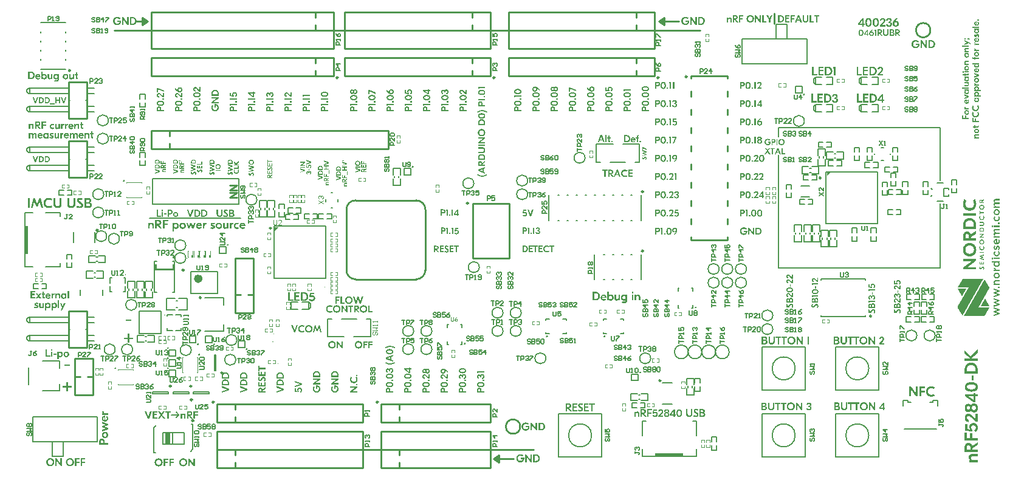
<source format=gto>
G04*
G04 #@! TF.GenerationSoftware,Altium Limited,Altium Designer,23.11.1 (41)*
G04*
G04 Layer_Color=15790320*
%FSLAX24Y24*%
%MOIN*%
G70*
G04*
G04 #@! TF.SameCoordinates,7572C3C8-2950-46ED-BF1E-06EED60B5480*
G04*
G04*
G04 #@! TF.FilePolarity,Positive*
G04*
G01*
G75*
%ADD10C,0.0098*%
%ADD11C,0.0100*%
%ADD12C,0.0236*%
%ADD13C,0.0118*%
%ADD14C,0.0060*%
%ADD15C,0.0039*%
%ADD16C,0.0059*%
%ADD17C,0.0079*%
%ADD18C,0.0060*%
%ADD19C,0.0049*%
%ADD20C,0.0050*%
%ADD21C,0.0080*%
%ADD22R,0.1575X0.0197*%
%ADD23R,0.0252X0.0630*%
%ADD24R,0.0197X0.1575*%
%ADD25R,0.0059X0.0039*%
%ADD26R,0.0059X0.0138*%
%ADD27R,0.0049X0.0138*%
%ADD28R,0.0059X0.0138*%
%ADD29R,0.0049X0.0138*%
G36*
X43962Y15991D02*
Y16188D01*
X44159Y16188D01*
X43962Y15991D01*
D02*
G37*
G36*
X52590Y14657D02*
X52487Y14586D01*
Y14569D01*
X52590D01*
Y14521D01*
X52330D01*
Y14617D01*
X52331Y14626D01*
X52331Y14631D01*
X52332Y14638D01*
X52335Y14649D01*
X52338Y14657D01*
X52342Y14664D01*
X52347Y14673D01*
X52351Y14677D01*
X52359Y14685D01*
X52365Y14689D01*
X52371Y14692D01*
X52376Y14694D01*
X52381Y14697D01*
X52392Y14699D01*
X52397Y14700D01*
X52406Y14701D01*
X52411Y14701D01*
X52416Y14700D01*
X52422Y14700D01*
X52427Y14699D01*
X52433Y14697D01*
X52441Y14695D01*
X52446Y14693D01*
X52452Y14689D01*
X52461Y14683D01*
X52467Y14676D01*
X52472Y14670D01*
X52476Y14663D01*
X52480Y14653D01*
X52483Y14645D01*
X52484Y14640D01*
X52590Y14717D01*
Y14657D01*
D02*
G37*
G36*
X53435Y14669D02*
X53258D01*
X53253Y14669D01*
X53248Y14668D01*
X53242Y14668D01*
X53238Y14667D01*
X53232Y14666D01*
X53226Y14665D01*
X53222Y14663D01*
X53216Y14661D01*
X53212Y14659D01*
X53207Y14657D01*
X53204Y14654D01*
X53200Y14651D01*
X53196Y14647D01*
X53193Y14643D01*
X53191Y14640D01*
X53188Y14635D01*
X53186Y14631D01*
X53185Y14626D01*
X53184Y14621D01*
X53183Y14617D01*
X53182Y14611D01*
X53182Y14606D01*
X53182Y14598D01*
X53183Y14594D01*
X53184Y14590D01*
X53185Y14584D01*
X53187Y14578D01*
X53189Y14574D01*
X53192Y14569D01*
X53196Y14564D01*
X53199Y14560D01*
X53202Y14557D01*
X53205Y14555D01*
X53207Y14553D01*
X53211Y14551D01*
X53216Y14548D01*
X53220Y14546D01*
X53225Y14544D01*
X53229Y14543D01*
X53233Y14542D01*
X53240Y14540D01*
X53245Y14540D01*
X53252Y14539D01*
X53259Y14539D01*
X53435D01*
Y14467D01*
X53256Y14467D01*
X53252Y14467D01*
X53246Y14467D01*
X53241Y14466D01*
X53235Y14466D01*
X53228Y14464D01*
X53223Y14462D01*
X53218Y14461D01*
X53214Y14459D01*
X53211Y14457D01*
X53206Y14454D01*
X53202Y14451D01*
X53199Y14448D01*
X53196Y14445D01*
X53193Y14441D01*
X53190Y14437D01*
X53189Y14435D01*
X53187Y14430D01*
X53185Y14425D01*
X53184Y14419D01*
X53183Y14414D01*
X53182Y14409D01*
X53182Y14404D01*
X53182Y14399D01*
X53183Y14395D01*
X53184Y14390D01*
X53185Y14385D01*
X53186Y14381D01*
X53188Y14377D01*
X53190Y14372D01*
X53192Y14368D01*
X53195Y14364D01*
X53198Y14361D01*
X53200Y14359D01*
X53204Y14355D01*
X53208Y14352D01*
X53212Y14349D01*
X53218Y14346D01*
X53223Y14344D01*
X53227Y14342D01*
X53232Y14341D01*
X53236Y14340D01*
X53239Y14339D01*
X53243Y14339D01*
X53248Y14338D01*
X53253Y14338D01*
X53259Y14338D01*
X53435Y14338D01*
Y14266D01*
X53124D01*
Y14338D01*
X53171D01*
X53167Y14341D01*
X53162Y14344D01*
X53159Y14347D01*
X53154Y14351D01*
X53150Y14355D01*
X53145Y14360D01*
X53140Y14366D01*
X53137Y14370D01*
X53134Y14375D01*
X53131Y14379D01*
X53128Y14384D01*
X53126Y14388D01*
X53124Y14392D01*
X53123Y14397D01*
X53120Y14406D01*
X53119Y14412D01*
X53118Y14419D01*
X53117Y14427D01*
X53117Y14434D01*
X53117Y14441D01*
X53118Y14446D01*
X53119Y14452D01*
X53120Y14459D01*
X53122Y14466D01*
X53123Y14469D01*
X53125Y14475D01*
X53126Y14479D01*
X53130Y14487D01*
X53133Y14491D01*
X53138Y14498D01*
X53141Y14501D01*
X53146Y14507D01*
X53151Y14512D01*
X53157Y14517D01*
X53161Y14519D01*
X53168Y14524D01*
X53172Y14526D01*
X53169Y14528D01*
X53164Y14532D01*
X53159Y14537D01*
X53155Y14540D01*
X53151Y14544D01*
X53147Y14549D01*
X53143Y14554D01*
X53140Y14558D01*
X53136Y14564D01*
X53133Y14569D01*
X53131Y14572D01*
X53129Y14577D01*
X53127Y14581D01*
X53123Y14590D01*
X53122Y14593D01*
X53120Y14603D01*
X53119Y14607D01*
X53118Y14613D01*
X53118Y14617D01*
X53117Y14622D01*
X53117Y14630D01*
X53117Y14637D01*
X53118Y14643D01*
X53118Y14647D01*
X53119Y14652D01*
X53119Y14657D01*
X53120Y14662D01*
X53122Y14667D01*
X53123Y14672D01*
X53125Y14677D01*
X53127Y14682D01*
X53130Y14687D01*
X53132Y14691D01*
X53135Y14695D01*
X53137Y14699D01*
X53142Y14705D01*
X53145Y14708D01*
X53149Y14712D01*
X53152Y14714D01*
X53155Y14717D01*
X53160Y14720D01*
X53163Y14722D01*
X53166Y14724D01*
X53174Y14728D01*
X53179Y14730D01*
X53187Y14733D01*
X53194Y14735D01*
X53199Y14736D01*
X53205Y14738D01*
X53212Y14739D01*
X53219Y14739D01*
X53227Y14740D01*
X53236Y14740D01*
X53435D01*
Y14669D01*
D02*
G37*
G36*
X52098Y14707D02*
X52109Y14688D01*
X52117Y14671D01*
X52126Y14653D01*
X52134Y14634D01*
X52140Y14616D01*
X52145Y14599D01*
X52147Y14590D01*
X52151Y14576D01*
X52154Y14561D01*
X52156Y14547D01*
X52158Y14533D01*
X52159Y14524D01*
X52160Y14512D01*
X52160Y14500D01*
X52161Y14481D01*
X52161Y14466D01*
X52160Y14451D01*
X52159Y14439D01*
X52158Y14428D01*
X52157Y14416D01*
X52155Y14405D01*
X52153Y14391D01*
X52151Y14380D01*
X52147Y14366D01*
X52144Y14354D01*
X52141Y14343D01*
X52137Y14331D01*
X52133Y14319D01*
X52127Y14307D01*
X52125Y14300D01*
X52118Y14287D01*
X52115Y14281D01*
X52102Y14258D01*
X52097Y14250D01*
X52091Y14242D01*
X52075Y14221D01*
X52063Y14207D01*
X52047Y14191D01*
X52034Y14179D01*
X52019Y14168D01*
X52007Y14159D01*
X51993Y14151D01*
X51982Y14144D01*
X51972Y14139D01*
X51954Y14130D01*
X51938Y14124D01*
X51925Y14119D01*
X51912Y14115D01*
X51900Y14112D01*
X51883Y14108D01*
X51866Y14104D01*
X51850Y14102D01*
X51835Y14100D01*
X51825Y14100D01*
X51810Y14099D01*
X51795Y14099D01*
X51780Y14099D01*
X51769Y14099D01*
X51756Y14100D01*
X51741Y14102D01*
X51731Y14103D01*
X51714Y14106D01*
X51704Y14108D01*
X51686Y14113D01*
X51668Y14118D01*
X51661Y14120D01*
X51647Y14125D01*
X51640Y14128D01*
X51632Y14132D01*
X51624Y14136D01*
X51615Y14140D01*
X51604Y14146D01*
X51592Y14154D01*
X51574Y14165D01*
X51555Y14180D01*
X51539Y14195D01*
X51525Y14210D01*
X51518Y14217D01*
X51508Y14229D01*
X51501Y14239D01*
X51495Y14248D01*
X51489Y14256D01*
X51484Y14264D01*
X51476Y14278D01*
X51472Y14285D01*
X51466Y14299D01*
X51460Y14311D01*
X51455Y14324D01*
X51451Y14336D01*
X51447Y14348D01*
X51444Y14360D01*
X51440Y14377D01*
X51436Y14394D01*
X51433Y14411D01*
X51431Y14428D01*
X51430Y14445D01*
X51429Y14457D01*
X51429Y14473D01*
X51429Y14485D01*
X51430Y14504D01*
X51431Y14520D01*
X51432Y14537D01*
X51434Y14552D01*
X51437Y14568D01*
X51442Y14588D01*
X51447Y14608D01*
X51455Y14631D01*
X51462Y14649D01*
X51470Y14666D01*
X51473Y14673D01*
X51479Y14685D01*
X51486Y14698D01*
X51493Y14708D01*
X51500Y14719D01*
X51506Y14728D01*
X51618Y14654D01*
X51617Y14652D01*
X51607Y14637D01*
X51601Y14626D01*
X51594Y14613D01*
X51586Y14598D01*
X51580Y14584D01*
X51576Y14572D01*
X51571Y14557D01*
X51568Y14544D01*
X51566Y14533D01*
X51564Y14522D01*
X51562Y14509D01*
X51561Y14496D01*
X51560Y14487D01*
X51560Y14480D01*
X51560Y14473D01*
X51561Y14461D01*
X51561Y14453D01*
X51562Y14445D01*
X51563Y14433D01*
X51565Y14426D01*
X51566Y14418D01*
X51569Y14405D01*
X51573Y14393D01*
X51576Y14384D01*
X51579Y14376D01*
X51585Y14362D01*
X51590Y14352D01*
X51597Y14341D01*
X51605Y14329D01*
X51611Y14321D01*
X51620Y14311D01*
X51627Y14304D01*
X51637Y14294D01*
X51650Y14283D01*
X51661Y14276D01*
X51676Y14267D01*
X51687Y14262D01*
X51697Y14257D01*
X51710Y14253D01*
X51718Y14250D01*
X51729Y14247D01*
X51740Y14244D01*
X51753Y14242D01*
X51766Y14240D01*
X51780Y14239D01*
X51798Y14239D01*
X51816Y14240D01*
X51833Y14241D01*
X51849Y14244D01*
X51863Y14247D01*
X51879Y14252D01*
X51892Y14257D01*
X51907Y14264D01*
X51919Y14270D01*
X51936Y14281D01*
X51952Y14294D01*
X51963Y14303D01*
X51972Y14313D01*
X51980Y14324D01*
X51986Y14331D01*
X51990Y14337D01*
X51994Y14343D01*
X52000Y14354D01*
X52005Y14364D01*
X52011Y14378D01*
X52016Y14391D01*
X52020Y14404D01*
X52023Y14416D01*
X52026Y14432D01*
X52028Y14452D01*
X52029Y14472D01*
X52029Y14484D01*
X52028Y14503D01*
X52026Y14519D01*
X52024Y14533D01*
X52021Y14546D01*
X52017Y14561D01*
X52015Y14569D01*
X52010Y14582D01*
X52006Y14592D01*
X51997Y14612D01*
X51986Y14631D01*
X51978Y14645D01*
X51971Y14654D01*
X52084Y14728D01*
X52098Y14707D01*
D02*
G37*
G36*
X52478Y14423D02*
X52490Y14421D01*
X52496Y14420D01*
X52504Y14417D01*
X52511Y14415D01*
X52518Y14412D01*
X52526Y14408D01*
X52532Y14405D01*
X52539Y14401D01*
X52544Y14397D01*
X52550Y14392D01*
X52556Y14387D01*
X52562Y14380D01*
X52570Y14371D01*
X52574Y14365D01*
X52577Y14360D01*
X52581Y14351D01*
X52585Y14344D01*
X52588Y14336D01*
X52590Y14329D01*
X52592Y14323D01*
X52593Y14313D01*
X52594Y14307D01*
X52595Y14298D01*
X52596Y14293D01*
X52595Y14279D01*
X52595Y14274D01*
X52594Y14268D01*
X52593Y14259D01*
X52591Y14250D01*
X52589Y14244D01*
X52585Y14233D01*
X52582Y14226D01*
X52578Y14217D01*
X52575Y14212D01*
X52571Y14207D01*
X52567Y14201D01*
X52562Y14195D01*
X52557Y14189D01*
X52552Y14185D01*
X52545Y14179D01*
X52538Y14174D01*
X52532Y14171D01*
X52522Y14165D01*
X52515Y14162D01*
X52508Y14160D01*
X52502Y14158D01*
X52494Y14155D01*
X52486Y14154D01*
X52479Y14153D01*
X52461Y14152D01*
X52456Y14152D01*
X52447Y14152D01*
X52435Y14154D01*
X52425Y14156D01*
X52417Y14158D01*
X52411Y14160D01*
X52400Y14164D01*
X52391Y14169D01*
X52386Y14172D01*
X52379Y14176D01*
X52372Y14182D01*
X52363Y14190D01*
X52358Y14196D01*
X52354Y14200D01*
X52350Y14205D01*
X52346Y14211D01*
X52343Y14216D01*
X52341Y14220D01*
X52335Y14232D01*
X52332Y14239D01*
X52329Y14250D01*
X52328Y14256D01*
X52327Y14262D01*
X52326Y14271D01*
X52325Y14276D01*
X52325Y14285D01*
Y14291D01*
X52325Y14296D01*
X52326Y14305D01*
X52326Y14311D01*
X52327Y14317D01*
X52329Y14323D01*
X52331Y14330D01*
X52333Y14337D01*
X52337Y14348D01*
X52341Y14356D01*
X52344Y14361D01*
X52347Y14366D01*
X52351Y14371D01*
X52356Y14378D01*
X52360Y14382D01*
X52364Y14387D01*
X52373Y14395D01*
X52378Y14398D01*
X52383Y14402D01*
X52388Y14405D01*
X52394Y14408D01*
X52402Y14412D01*
X52410Y14415D01*
X52416Y14417D01*
X52422Y14419D01*
X52427Y14420D01*
X52433Y14421D01*
X52442Y14423D01*
X52452Y14424D01*
X52463Y14424D01*
X52478Y14423D01*
D02*
G37*
G36*
X52375Y14008D02*
X52590Y14008D01*
X52590Y13961D01*
X52375D01*
X52375Y13890D01*
X52330D01*
Y14079D01*
X52375D01*
Y14008D01*
D02*
G37*
G36*
X53284Y14185D02*
X53293Y14184D01*
X53299Y14184D01*
X53305Y14183D01*
X53314Y14181D01*
X53320Y14180D01*
X53326Y14178D01*
X53333Y14176D01*
X53339Y14174D01*
X53346Y14171D01*
X53353Y14167D01*
X53360Y14164D01*
X53367Y14159D01*
X53373Y14155D01*
X53382Y14149D01*
X53387Y14145D01*
X53392Y14140D01*
X53397Y14135D01*
X53401Y14131D01*
X53409Y14121D01*
X53412Y14116D01*
X53416Y14111D01*
X53419Y14105D01*
X53424Y14097D01*
X53426Y14092D01*
X53430Y14083D01*
X53433Y14075D01*
X53435Y14070D01*
X53437Y14063D01*
X53438Y14056D01*
X53439Y14051D01*
X53440Y14045D01*
X53442Y14035D01*
X53442Y14026D01*
X53442Y14018D01*
X53442Y14010D01*
X53442Y14001D01*
X53441Y13992D01*
X53440Y13986D01*
X53439Y13981D01*
X53437Y13975D01*
X53436Y13968D01*
X53433Y13961D01*
X53430Y13953D01*
X53427Y13946D01*
X53423Y13938D01*
X53419Y13931D01*
X53414Y13922D01*
X53409Y13916D01*
X53404Y13909D01*
X53398Y13902D01*
X53394Y13898D01*
X53389Y13893D01*
X53380Y13886D01*
X53372Y13880D01*
X53365Y13876D01*
X53360Y13872D01*
X53352Y13869D01*
X53346Y13866D01*
X53339Y13863D01*
X53329Y13859D01*
X53321Y13857D01*
X53309Y13855D01*
X53299Y13853D01*
X53291Y13853D01*
X53280Y13852D01*
Y13924D01*
X53289Y13924D01*
X53296Y13925D01*
X53306Y13927D01*
X53315Y13930D01*
X53320Y13931D01*
X53327Y13934D01*
X53335Y13939D01*
X53342Y13943D01*
X53349Y13949D01*
X53354Y13954D01*
X53357Y13958D01*
X53361Y13962D01*
X53366Y13969D01*
X53369Y13974D01*
X53372Y13981D01*
X53375Y13987D01*
X53377Y13995D01*
X53378Y14002D01*
X53379Y14008D01*
X53380Y14015D01*
X53380Y14022D01*
X53379Y14029D01*
X53379Y14035D01*
X53377Y14042D01*
X53376Y14048D01*
X53374Y14053D01*
X53372Y14059D01*
X53368Y14066D01*
X53365Y14072D01*
X53360Y14078D01*
X53356Y14083D01*
X53351Y14088D01*
X53345Y14093D01*
X53340Y14096D01*
X53335Y14099D01*
X53330Y14102D01*
X53325Y14104D01*
X53321Y14106D01*
X53316Y14108D01*
X53311Y14109D01*
X53306Y14111D01*
X53301Y14112D01*
X53295Y14112D01*
X53289Y14113D01*
X53284Y14113D01*
X53276Y14113D01*
X53268Y14113D01*
X53260Y14111D01*
X53252Y14110D01*
X53244Y14107D01*
X53236Y14104D01*
X53229Y14101D01*
X53222Y14096D01*
X53215Y14091D01*
X53208Y14086D01*
X53205Y14082D01*
X53201Y14078D01*
X53196Y14072D01*
X53191Y14063D01*
X53189Y14058D01*
X53185Y14050D01*
X53183Y14042D01*
X53181Y14036D01*
X53181Y14031D01*
X53180Y14024D01*
X53180Y14016D01*
X53180Y14011D01*
X53181Y14004D01*
X53182Y13996D01*
X53184Y13990D01*
X53185Y13985D01*
X53188Y13978D01*
X53191Y13973D01*
X53195Y13965D01*
X53200Y13958D01*
X53206Y13952D01*
X53212Y13947D01*
X53216Y13943D01*
X53221Y13940D01*
X53228Y13936D01*
X53232Y13934D01*
X53241Y13930D01*
X53251Y13927D01*
X53260Y13925D01*
X53268Y13924D01*
X53274Y13924D01*
X53280Y13924D01*
X53280Y13852D01*
X53268Y13853D01*
X53261Y13853D01*
X53251Y13855D01*
X53239Y13857D01*
X53231Y13860D01*
X53225Y13862D01*
X53218Y13864D01*
X53209Y13868D01*
X53202Y13872D01*
X53196Y13876D01*
X53188Y13880D01*
X53181Y13885D01*
X53175Y13891D01*
X53169Y13896D01*
X53165Y13900D01*
X53161Y13904D01*
X53157Y13908D01*
X53150Y13917D01*
X53147Y13922D01*
X53142Y13929D01*
X53139Y13934D01*
X53135Y13942D01*
X53132Y13948D01*
X53129Y13954D01*
X53127Y13959D01*
X53125Y13968D01*
X53122Y13975D01*
X53121Y13982D01*
X53120Y13988D01*
X53119Y13993D01*
X53118Y13998D01*
X53117Y14007D01*
X53117Y14016D01*
X53117Y14023D01*
X53118Y14035D01*
X53119Y14043D01*
X53120Y14053D01*
X53121Y14058D01*
X53123Y14064D01*
X53124Y14070D01*
X53128Y14081D01*
X53131Y14087D01*
X53135Y14097D01*
X53139Y14103D01*
X53141Y14108D01*
X53145Y14113D01*
X53149Y14119D01*
X53153Y14124D01*
X53157Y14129D01*
X53161Y14133D01*
X53165Y14138D01*
X53170Y14143D01*
X53175Y14147D01*
X53179Y14150D01*
X53184Y14155D01*
X53189Y14158D01*
X53194Y14161D01*
X53198Y14164D01*
X53207Y14168D01*
X53211Y14170D01*
X53216Y14172D01*
X53222Y14175D01*
X53227Y14176D01*
X53234Y14178D01*
X53239Y14180D01*
X53249Y14182D01*
X53254Y14183D01*
X53263Y14184D01*
X53270Y14184D01*
X53276Y14185D01*
X53284Y14185D01*
D02*
G37*
G36*
X52146Y13831D02*
X51444D01*
Y13960D01*
X52146D01*
Y13831D01*
D02*
G37*
G36*
X52570Y13809D02*
X52573Y13803D01*
X52578Y13794D01*
X52583Y13785D01*
X52587Y13775D01*
X52590Y13764D01*
X52591Y13761D01*
X52592Y13755D01*
X52593Y13749D01*
X52594Y13741D01*
X52595Y13732D01*
X52596Y13725D01*
X52596Y13717D01*
X52596Y13711D01*
X52595Y13705D01*
X52594Y13696D01*
X52593Y13688D01*
X52592Y13682D01*
X52590Y13674D01*
X52588Y13669D01*
X52586Y13663D01*
X52583Y13656D01*
X52580Y13649D01*
X52576Y13641D01*
X52570Y13632D01*
X52564Y13624D01*
X52559Y13619D01*
X52551Y13610D01*
X52543Y13604D01*
X52534Y13599D01*
X52530Y13596D01*
X52526Y13594D01*
X52522Y13592D01*
X52516Y13590D01*
X52509Y13587D01*
X52499Y13584D01*
X52491Y13582D01*
X52483Y13581D01*
X52477Y13580D01*
X52469Y13579D01*
X52464Y13579D01*
X52458Y13579D01*
X52453Y13579D01*
X52450Y13579D01*
X52442Y13580D01*
X52437Y13581D01*
X52430Y13582D01*
X52424Y13583D01*
X52413Y13586D01*
X52408Y13588D01*
X52403Y13590D01*
X52397Y13593D01*
X52390Y13597D01*
X52385Y13599D01*
X52379Y13604D01*
X52365Y13615D01*
X52358Y13623D01*
X52354Y13627D01*
X52351Y13631D01*
X52347Y13637D01*
X52344Y13643D01*
X52341Y13648D01*
X52338Y13653D01*
X52336Y13658D01*
X52334Y13664D01*
X52332Y13669D01*
X52331Y13674D01*
X52330Y13679D01*
X52328Y13684D01*
X52327Y13691D01*
X52326Y13699D01*
X52325Y13707D01*
X52325Y13719D01*
X52325Y13728D01*
X52325Y13735D01*
X52327Y13745D01*
X52328Y13755D01*
X52332Y13768D01*
X52335Y13778D01*
X52340Y13789D01*
X52341Y13792D01*
X52345Y13799D01*
X52348Y13805D01*
X52353Y13812D01*
X52395Y13785D01*
X52394Y13783D01*
X52391Y13779D01*
X52388Y13774D01*
X52386Y13770D01*
X52384Y13766D01*
X52382Y13761D01*
X52379Y13753D01*
X52377Y13746D01*
X52374Y13735D01*
X52374Y13724D01*
X52373Y13721D01*
X52373Y13715D01*
X52374Y13707D01*
X52375Y13702D01*
X52376Y13696D01*
X52378Y13690D01*
X52380Y13683D01*
X52383Y13677D01*
X52387Y13669D01*
X52390Y13665D01*
X52395Y13658D01*
X52403Y13651D01*
X52411Y13645D01*
X52418Y13640D01*
X52422Y13639D01*
X52427Y13637D01*
X52435Y13634D01*
X52440Y13633D01*
X52446Y13632D01*
X52451Y13631D01*
X52457Y13631D01*
X52463Y13631D01*
X52468Y13631D01*
X52475Y13632D01*
X52482Y13633D01*
X52490Y13635D01*
X52498Y13638D01*
X52504Y13641D01*
X52512Y13646D01*
X52521Y13653D01*
X52529Y13663D01*
X52534Y13670D01*
X52535Y13672D01*
X52538Y13678D01*
X52540Y13683D01*
X52542Y13687D01*
X52544Y13695D01*
X52545Y13700D01*
X52546Y13707D01*
X52547Y13713D01*
X52547Y13722D01*
X52547Y13728D01*
X52546Y13735D01*
X52543Y13747D01*
X52542Y13751D01*
X52541Y13754D01*
X52539Y13760D01*
X52537Y13765D01*
X52535Y13770D01*
X52531Y13776D01*
X52529Y13780D01*
X52526Y13785D01*
X52567Y13812D01*
X52570Y13809D01*
D02*
G37*
G36*
X53387Y13802D02*
X53391Y13798D01*
X53395Y13794D01*
X53400Y13789D01*
X53404Y13784D01*
X53408Y13779D01*
X53413Y13773D01*
X53416Y13768D01*
X53419Y13764D01*
X53422Y13758D01*
X53426Y13752D01*
X53428Y13748D01*
X53431Y13742D01*
X53433Y13736D01*
X53435Y13730D01*
X53436Y13724D01*
X53437Y13721D01*
X53439Y13713D01*
X53440Y13708D01*
X53441Y13701D01*
X53442Y13696D01*
X53442Y13688D01*
X53442Y13684D01*
X53442Y13679D01*
X53442Y13672D01*
X53442Y13668D01*
X53442Y13660D01*
X53441Y13655D01*
X53440Y13650D01*
X53440Y13645D01*
X53438Y13639D01*
X53437Y13632D01*
X53434Y13624D01*
X53430Y13614D01*
X53426Y13603D01*
X53422Y13597D01*
X53418Y13589D01*
X53414Y13583D01*
X53408Y13576D01*
X53403Y13569D01*
X53397Y13563D01*
X53392Y13558D01*
X53386Y13553D01*
X53379Y13548D01*
X53373Y13543D01*
X53367Y13539D01*
X53360Y13535D01*
X53353Y13531D01*
X53345Y13528D01*
X53336Y13524D01*
X53328Y13522D01*
X53323Y13520D01*
X53312Y13518D01*
X53302Y13516D01*
X53294Y13516D01*
X53287Y13515D01*
X53280Y13515D01*
X53271Y13515D01*
X53261Y13516D01*
X53255Y13517D01*
X53248Y13518D01*
X53239Y13520D01*
X53232Y13522D01*
X53226Y13524D01*
X53220Y13526D01*
X53213Y13529D01*
X53204Y13533D01*
X53199Y13536D01*
X53193Y13540D01*
X53186Y13544D01*
X53180Y13549D01*
X53174Y13553D01*
X53168Y13559D01*
X53162Y13564D01*
X53156Y13571D01*
X53151Y13577D01*
X53147Y13583D01*
X53142Y13590D01*
X53138Y13597D01*
X53134Y13604D01*
X53131Y13610D01*
X53129Y13615D01*
X53126Y13623D01*
X53123Y13633D01*
X53121Y13640D01*
X53120Y13646D01*
X53118Y13657D01*
X53118Y13666D01*
X53117Y13670D01*
X53117Y13679D01*
X53117Y13688D01*
X53118Y13695D01*
X53119Y13703D01*
X53120Y13714D01*
X53121Y13718D01*
X53123Y13725D01*
X53126Y13735D01*
X53129Y13744D01*
X53133Y13753D01*
X53138Y13762D01*
X53140Y13765D01*
X53141Y13767D01*
X53143Y13771D01*
X53145Y13773D01*
X53147Y13776D01*
X53150Y13779D01*
X53153Y13783D01*
X53154Y13785D01*
X53157Y13788D01*
X53160Y13792D01*
X53166Y13797D01*
X53171Y13802D01*
X53219Y13757D01*
X53216Y13755D01*
X53214Y13752D01*
X53211Y13750D01*
X53209Y13747D01*
X53206Y13745D01*
X53203Y13740D01*
X53200Y13737D01*
X53196Y13732D01*
X53194Y13728D01*
X53191Y13723D01*
X53189Y13720D01*
X53188Y13717D01*
X53186Y13712D01*
X53184Y13707D01*
X53183Y13702D01*
X53182Y13700D01*
X53181Y13694D01*
X53180Y13688D01*
X53180Y13682D01*
X53180Y13677D01*
X53180Y13672D01*
X53180Y13667D01*
X53181Y13663D01*
X53182Y13659D01*
X53183Y13654D01*
X53184Y13650D01*
X53186Y13644D01*
X53189Y13639D01*
X53191Y13634D01*
X53193Y13630D01*
X53198Y13624D01*
X53200Y13622D01*
X53204Y13617D01*
X53208Y13613D01*
X53213Y13609D01*
X53218Y13605D01*
X53220Y13604D01*
X53226Y13600D01*
X53232Y13597D01*
X53238Y13594D01*
X53242Y13593D01*
X53246Y13592D01*
X53250Y13591D01*
X53254Y13589D01*
X53258Y13589D01*
X53262Y13588D01*
X53267Y13587D01*
X53271Y13587D01*
X53275Y13587D01*
X53280Y13587D01*
X53286Y13587D01*
X53291Y13587D01*
X53297Y13588D01*
X53302Y13589D01*
X53307Y13590D01*
X53313Y13591D01*
X53318Y13593D01*
X53323Y13595D01*
X53329Y13598D01*
X53334Y13600D01*
X53339Y13603D01*
X53341Y13605D01*
X53344Y13607D01*
X53346Y13609D01*
X53349Y13611D01*
X53352Y13613D01*
X53354Y13616D01*
X53358Y13620D01*
X53361Y13624D01*
X53364Y13628D01*
X53366Y13631D01*
X53370Y13637D01*
X53372Y13641D01*
X53374Y13647D01*
X53376Y13652D01*
X53377Y13655D01*
X53378Y13661D01*
X53379Y13666D01*
X53379Y13670D01*
X53380Y13675D01*
X53380Y13679D01*
X53380Y13685D01*
X53379Y13690D01*
X53379Y13695D01*
X53378Y13699D01*
X53377Y13702D01*
X53376Y13708D01*
X53374Y13715D01*
X53372Y13718D01*
X53370Y13724D01*
X53367Y13729D01*
X53364Y13734D01*
X53361Y13739D01*
X53358Y13742D01*
X53354Y13747D01*
X53351Y13750D01*
X53348Y13754D01*
X53344Y13759D01*
X53341Y13761D01*
X53384Y13804D01*
X53387Y13802D01*
D02*
G37*
G36*
X53435Y13372D02*
X53354D01*
Y13450D01*
X53435D01*
Y13372D01*
D02*
G37*
G36*
X52494Y13480D02*
X52501Y13480D01*
X52507Y13479D01*
X52516Y13478D01*
X52524Y13476D01*
X52530Y13474D01*
X52537Y13472D01*
X52544Y13468D01*
X52552Y13464D01*
X52558Y13460D01*
X52564Y13454D01*
X52574Y13443D01*
X52578Y13439D01*
X52581Y13433D01*
X52584Y13428D01*
X52586Y13424D01*
X52589Y13416D01*
X52591Y13408D01*
X52593Y13402D01*
X52594Y13395D01*
X52595Y13388D01*
X52595Y13381D01*
X52595Y13374D01*
X52595Y13364D01*
X52595Y13358D01*
X52594Y13350D01*
X52592Y13344D01*
X52591Y13338D01*
X52589Y13331D01*
X52586Y13324D01*
X52582Y13316D01*
X52579Y13310D01*
X52571Y13300D01*
X52560Y13289D01*
X52551Y13283D01*
X52547Y13280D01*
X52541Y13277D01*
X52535Y13275D01*
X52527Y13272D01*
X52520Y13270D01*
X52510Y13268D01*
X52502Y13267D01*
X52495Y13267D01*
X52488Y13266D01*
X52330D01*
X52330Y13316D01*
X52485D01*
X52486Y13316D01*
X52495Y13317D01*
X52503Y13318D01*
X52510Y13320D01*
X52516Y13323D01*
X52522Y13326D01*
X52527Y13330D01*
X52531Y13334D01*
X52538Y13342D01*
X52541Y13348D01*
X52543Y13354D01*
X52545Y13362D01*
X52546Y13367D01*
X52546Y13372D01*
X52546Y13379D01*
X52546Y13384D01*
X52544Y13391D01*
X52542Y13397D01*
X52539Y13403D01*
X52536Y13407D01*
X52529Y13416D01*
X52523Y13420D01*
X52517Y13423D01*
X52510Y13426D01*
X52504Y13428D01*
X52498Y13429D01*
X52490Y13430D01*
X52485Y13430D01*
X52330D01*
Y13480D01*
X52488D01*
X52494Y13480D01*
D02*
G37*
G36*
X53435Y13203D02*
X53124D01*
Y13274D01*
X53435D01*
X53435Y13203D01*
D02*
G37*
G36*
X53076Y13200D02*
X53008D01*
Y13277D01*
X53076D01*
Y13200D01*
D02*
G37*
G36*
X51811Y13694D02*
X51823Y13694D01*
X51832Y13693D01*
X51845Y13692D01*
X51858Y13690D01*
X51871Y13688D01*
X51885Y13685D01*
X51890Y13684D01*
X51899Y13682D01*
X51909Y13679D01*
X51925Y13674D01*
X51936Y13670D01*
X51949Y13665D01*
X51962Y13658D01*
X51970Y13654D01*
X51988Y13644D01*
X52001Y13636D01*
X52014Y13626D01*
X52027Y13616D01*
X52040Y13605D01*
X52054Y13590D01*
X52061Y13582D01*
X52075Y13564D01*
X52085Y13550D01*
X52093Y13536D01*
X52100Y13525D01*
X52106Y13513D01*
X52111Y13502D01*
X52116Y13491D01*
X52120Y13481D01*
X52124Y13470D01*
X52129Y13455D01*
X52133Y13440D01*
X52136Y13425D01*
X52138Y13414D01*
X52140Y13404D01*
X52144Y13370D01*
X52146Y13345D01*
X52146Y13330D01*
Y13105D01*
X51444D01*
X51444Y13340D01*
X51445Y13355D01*
X51446Y13370D01*
X51447Y13385D01*
X51449Y13399D01*
X51452Y13419D01*
X51456Y13434D01*
X51458Y13444D01*
X51460Y13449D01*
X51462Y13459D01*
X51466Y13469D01*
X51469Y13480D01*
X51473Y13490D01*
X51478Y13500D01*
X51486Y13517D01*
X51492Y13528D01*
X51495Y13534D01*
X51499Y13541D01*
X51507Y13554D01*
X51512Y13561D01*
X51518Y13568D01*
X51525Y13577D01*
X51533Y13587D01*
X51547Y13602D01*
X51559Y13613D01*
X51571Y13622D01*
X51584Y13632D01*
X51596Y13640D01*
X51607Y13647D01*
X51624Y13657D01*
X51639Y13664D01*
X51651Y13669D01*
X51663Y13673D01*
X51679Y13679D01*
X51689Y13681D01*
X51704Y13685D01*
X51718Y13688D01*
X51731Y13690D01*
X51744Y13692D01*
X51753Y13693D01*
X51766Y13694D01*
X51775Y13694D01*
X51786Y13695D01*
X51799Y13695D01*
X51811Y13694D01*
D02*
G37*
G36*
X13677Y13003D02*
Y13200D01*
X13874Y13200D01*
X13677Y13003D01*
D02*
G37*
G36*
X52465Y13167D02*
X52472Y13167D01*
X52479Y13166D01*
X52487Y13165D01*
X52492Y13164D01*
X52503Y13162D01*
X52513Y13158D01*
X52520Y13155D01*
X52525Y13153D01*
X52532Y13149D01*
X52537Y13146D01*
X52549Y13136D01*
X52559Y13126D01*
X52568Y13114D01*
X52575Y13100D01*
X52580Y13090D01*
X52584Y13079D01*
X52586Y13069D01*
X52588Y13061D01*
X52589Y13056D01*
X52590Y13045D01*
X52590Y13032D01*
Y12949D01*
X52330D01*
Y13032D01*
X52331Y13040D01*
X52331Y13047D01*
X52332Y13056D01*
X52333Y13062D01*
X52334Y13067D01*
X52335Y13074D01*
X52337Y13080D01*
X52339Y13086D01*
X52341Y13090D01*
X52345Y13100D01*
X52348Y13106D01*
X52351Y13110D01*
X52356Y13118D01*
X52360Y13124D01*
X52364Y13128D01*
X52369Y13133D01*
X52378Y13142D01*
X52387Y13147D01*
X52397Y13153D01*
X52402Y13156D01*
X52409Y13159D01*
X52415Y13161D01*
X52421Y13163D01*
X52428Y13164D01*
X52433Y13165D01*
X52443Y13167D01*
X52450Y13167D01*
X52459Y13167D01*
X52465Y13167D01*
D02*
G37*
G36*
X52146Y12833D02*
X51866Y12643D01*
Y12595D01*
X52146D01*
Y12466D01*
X51444D01*
Y12725D01*
X51444Y12735D01*
X51445Y12747D01*
X51446Y12759D01*
X51448Y12775D01*
X51450Y12785D01*
X51453Y12798D01*
X51455Y12806D01*
X51459Y12820D01*
X51465Y12834D01*
X51471Y12846D01*
X51477Y12856D01*
X51481Y12863D01*
X51487Y12871D01*
X51494Y12881D01*
X51499Y12886D01*
X51507Y12895D01*
X51516Y12903D01*
X51524Y12909D01*
X51537Y12919D01*
X51550Y12926D01*
X51559Y12931D01*
X51568Y12935D01*
X51575Y12938D01*
X51582Y12940D01*
X51589Y12942D01*
X51599Y12945D01*
X51608Y12947D01*
X51617Y12949D01*
X51622Y12949D01*
X51634Y12951D01*
X51643Y12951D01*
X51650Y12952D01*
X51660Y12952D01*
X51668Y12951D01*
X51682Y12950D01*
X51694Y12949D01*
X51706Y12947D01*
X51715Y12945D01*
X51721Y12943D01*
X51728Y12941D01*
X51735Y12938D01*
X51747Y12934D01*
X51756Y12930D01*
X51766Y12924D01*
X51772Y12920D01*
X51781Y12915D01*
X51790Y12907D01*
X51800Y12900D01*
X51805Y12894D01*
X51814Y12884D01*
X51822Y12874D01*
X51829Y12865D01*
X51835Y12854D01*
X51839Y12848D01*
X51844Y12838D01*
X51847Y12829D01*
X51852Y12818D01*
X51854Y12810D01*
X51856Y12802D01*
X51858Y12794D01*
X51860Y12787D01*
X52146Y12995D01*
Y12833D01*
D02*
G37*
G36*
X53435Y13032D02*
X53258Y13032D01*
X53253Y13032D01*
X53248Y13031D01*
X53242Y13031D01*
X53238Y13030D01*
X53232Y13029D01*
X53226Y13028D01*
X53222Y13026D01*
X53216Y13024D01*
X53212Y13022D01*
X53207Y13020D01*
X53204Y13017D01*
X53200Y13014D01*
X53196Y13010D01*
X53193Y13006D01*
X53191Y13003D01*
X53188Y12998D01*
X53186Y12994D01*
X53185Y12989D01*
X53184Y12984D01*
X53183Y12980D01*
X53182Y12974D01*
X53182Y12969D01*
X53182Y12961D01*
X53183Y12957D01*
X53184Y12953D01*
X53185Y12947D01*
X53187Y12941D01*
X53189Y12937D01*
X53192Y12932D01*
X53196Y12927D01*
X53199Y12923D01*
X53202Y12920D01*
X53205Y12918D01*
X53207Y12916D01*
X53211Y12914D01*
X53216Y12911D01*
X53220Y12909D01*
X53225Y12907D01*
X53229Y12906D01*
X53233Y12905D01*
X53240Y12903D01*
X53245Y12903D01*
X53252Y12902D01*
X53259Y12902D01*
X53435D01*
Y12830D01*
X53256Y12830D01*
X53252Y12830D01*
X53246Y12830D01*
X53241Y12829D01*
X53235Y12828D01*
X53228Y12827D01*
X53223Y12825D01*
X53218Y12823D01*
X53214Y12822D01*
X53211Y12820D01*
X53206Y12817D01*
X53202Y12814D01*
X53199Y12811D01*
X53196Y12808D01*
X53193Y12804D01*
X53190Y12800D01*
X53189Y12797D01*
X53187Y12793D01*
X53185Y12788D01*
X53184Y12782D01*
X53183Y12777D01*
X53182Y12772D01*
X53182Y12767D01*
X53182Y12762D01*
X53183Y12757D01*
X53184Y12752D01*
X53185Y12748D01*
X53186Y12744D01*
X53188Y12739D01*
X53190Y12735D01*
X53192Y12731D01*
X53195Y12727D01*
X53198Y12723D01*
X53200Y12722D01*
X53204Y12718D01*
X53208Y12715D01*
X53212Y12712D01*
X53218Y12709D01*
X53223Y12707D01*
X53227Y12705D01*
X53232Y12704D01*
X53236Y12703D01*
X53239Y12702D01*
X53243Y12702D01*
X53248Y12701D01*
X53253Y12701D01*
X53259Y12701D01*
X53435D01*
Y12629D01*
X53124D01*
X53124Y12701D01*
X53171D01*
X53167Y12703D01*
X53162Y12707D01*
X53159Y12710D01*
X53154Y12714D01*
X53150Y12718D01*
X53145Y12723D01*
X53140Y12729D01*
X53137Y12733D01*
X53134Y12738D01*
X53131Y12742D01*
X53128Y12746D01*
X53126Y12751D01*
X53124Y12755D01*
X53123Y12760D01*
X53120Y12769D01*
X53119Y12775D01*
X53118Y12782D01*
X53117Y12789D01*
X53117Y12797D01*
X53117Y12804D01*
X53118Y12809D01*
X53119Y12815D01*
X53120Y12822D01*
X53122Y12829D01*
X53123Y12832D01*
X53125Y12838D01*
X53126Y12842D01*
X53130Y12850D01*
X53133Y12854D01*
X53138Y12861D01*
X53141Y12864D01*
X53146Y12870D01*
X53151Y12875D01*
X53157Y12880D01*
X53161Y12882D01*
X53168Y12886D01*
X53172Y12889D01*
X53169Y12891D01*
X53164Y12895D01*
X53159Y12900D01*
X53155Y12903D01*
X53151Y12907D01*
X53147Y12912D01*
X53143Y12917D01*
X53140Y12921D01*
X53136Y12927D01*
X53133Y12932D01*
X53131Y12935D01*
X53129Y12940D01*
X53127Y12944D01*
X53123Y12953D01*
X53122Y12956D01*
X53120Y12966D01*
X53119Y12970D01*
X53118Y12975D01*
X53118Y12980D01*
X53117Y12985D01*
X53117Y12993D01*
X53117Y13000D01*
X53118Y13006D01*
X53118Y13010D01*
X53119Y13015D01*
X53119Y13020D01*
X53120Y13024D01*
X53122Y13030D01*
X53123Y13035D01*
X53125Y13040D01*
X53127Y13045D01*
X53130Y13050D01*
X53132Y13054D01*
X53135Y13058D01*
X53137Y13061D01*
X53142Y13068D01*
X53145Y13071D01*
X53149Y13075D01*
X53152Y13077D01*
X53155Y13080D01*
X53160Y13083D01*
X53163Y13085D01*
X53166Y13087D01*
X53174Y13091D01*
X53179Y13093D01*
X53187Y13096D01*
X53194Y13098D01*
X53199Y13099D01*
X53205Y13101D01*
X53212Y13102D01*
X53219Y13102D01*
X53227Y13103D01*
X53236Y13103D01*
X53435D01*
Y13032D01*
D02*
G37*
G36*
X52591Y12788D02*
X52413Y12661D01*
X52591D01*
X52591Y12613D01*
X52331D01*
Y12658D01*
X52510Y12784D01*
X52331D01*
Y12832D01*
X52591D01*
Y12788D01*
D02*
G37*
G36*
X53292Y12548D02*
X53296Y12548D01*
X53301Y12547D01*
X53305Y12547D01*
Y12318D01*
X53307Y12318D01*
X53311Y12319D01*
X53313Y12320D01*
X53318Y12321D01*
X53321Y12322D01*
X53324Y12323D01*
X53329Y12324D01*
X53332Y12326D01*
X53336Y12327D01*
X53341Y12330D01*
X53345Y12333D01*
X53348Y12335D01*
X53352Y12337D01*
X53357Y12342D01*
X53360Y12345D01*
X53362Y12347D01*
X53365Y12350D01*
X53368Y12354D01*
X53371Y12359D01*
X53373Y12362D01*
X53375Y12366D01*
X53376Y12369D01*
X53378Y12372D01*
X53379Y12376D01*
X53380Y12379D01*
X53381Y12384D01*
X53382Y12388D01*
X53383Y12391D01*
X53383Y12396D01*
X53384Y12400D01*
X53384Y12402D01*
X53384Y12406D01*
X53384Y12410D01*
X53384Y12414D01*
X53384Y12418D01*
X53383Y12421D01*
X53383Y12425D01*
X53382Y12429D01*
X53382Y12433D01*
X53381Y12435D01*
X53380Y12440D01*
X53378Y12444D01*
X53377Y12448D01*
X53375Y12453D01*
X53373Y12457D01*
X53370Y12462D01*
X53368Y12465D01*
X53367Y12467D01*
X53366Y12470D01*
X53363Y12473D01*
X53361Y12476D01*
X53358Y12480D01*
X53355Y12483D01*
X53352Y12487D01*
X53349Y12490D01*
X53347Y12492D01*
X53384Y12534D01*
X53388Y12531D01*
X53391Y12528D01*
X53395Y12524D01*
X53399Y12520D01*
X53403Y12516D01*
X53406Y12513D01*
X53409Y12509D01*
X53412Y12504D01*
X53414Y12501D01*
X53417Y12498D01*
X53420Y12493D01*
X53421Y12491D01*
X53423Y12487D01*
X53426Y12483D01*
X53427Y12479D01*
X53430Y12474D01*
X53431Y12469D01*
X53433Y12465D01*
X53435Y12459D01*
X53436Y12454D01*
X53438Y12447D01*
X53439Y12443D01*
X53440Y12438D01*
X53441Y12431D01*
X53442Y12426D01*
X53442Y12421D01*
X53442Y12418D01*
X53442Y12413D01*
X53442Y12409D01*
X53442Y12403D01*
X53442Y12399D01*
X53442Y12396D01*
X53442Y12393D01*
X53442Y12389D01*
X53441Y12385D01*
X53441Y12382D01*
X53440Y12378D01*
X53439Y12374D01*
X53439Y12370D01*
X53438Y12366D01*
X53437Y12362D01*
X53436Y12357D01*
X53434Y12353D01*
X53433Y12349D01*
X53431Y12344D01*
X53429Y12339D01*
X53427Y12336D01*
X53425Y12331D01*
X53423Y12327D01*
X53422Y12324D01*
X53420Y12321D01*
X53417Y12316D01*
X53415Y12313D01*
X53412Y12309D01*
X53409Y12306D01*
X53407Y12303D01*
X53404Y12299D01*
X53402Y12297D01*
X53399Y12294D01*
X53396Y12291D01*
X53393Y12288D01*
X53390Y12286D01*
X53387Y12283D01*
X53384Y12280D01*
X53380Y12278D01*
X53378Y12276D01*
X53375Y12274D01*
X53371Y12272D01*
X53368Y12269D01*
X53362Y12266D01*
X53357Y12263D01*
X53352Y12261D01*
X53348Y12259D01*
X53343Y12258D01*
X53340Y12256D01*
X53336Y12255D01*
X53332Y12254D01*
X53329Y12253D01*
X53326Y12252D01*
X53322Y12251D01*
X53316Y12250D01*
X53307Y12248D01*
X53302Y12248D01*
X53296Y12247D01*
X53293Y12247D01*
X53291Y12247D01*
X53288Y12247D01*
X53283Y12247D01*
X53279Y12247D01*
X53274Y12247D01*
X53268Y12247D01*
X53262Y12247D01*
X53259Y12248D01*
X53256Y12248D01*
X53250Y12249D01*
X53244Y12250D01*
X53238Y12251D01*
X53232Y12253D01*
X53227Y12254D01*
X53221Y12256D01*
X53216Y12258D01*
X53210Y12260D01*
X53205Y12263D01*
X53200Y12265D01*
X53195Y12268D01*
X53190Y12270D01*
X53185Y12273D01*
X53181Y12277D01*
X53176Y12280D01*
X53171Y12284D01*
X53169Y12285D01*
X53167Y12287D01*
X53165Y12289D01*
X53162Y12292D01*
X53160Y12294D01*
X53158Y12296D01*
X53156Y12299D01*
X53153Y12302D01*
X53150Y12305D01*
X53147Y12308D01*
X53145Y12311D01*
X53143Y12314D01*
X53141Y12317D01*
X53139Y12321D01*
X53136Y12325D01*
X53135Y12328D01*
X53133Y12332D01*
X53131Y12335D01*
X53130Y12338D01*
X53128Y12342D01*
X53126Y12346D01*
X53125Y12350D01*
X53124Y12353D01*
X53123Y12357D01*
X53121Y12364D01*
X53120Y12369D01*
X53119Y12374D01*
X53118Y12378D01*
X53118Y12382D01*
X53118Y12386D01*
X53117Y12392D01*
X53117Y12398D01*
X53117Y12404D01*
X53117Y12408D01*
X53118Y12413D01*
X53118Y12418D01*
X53119Y12423D01*
X53120Y12429D01*
X53121Y12436D01*
X53122Y12440D01*
X53123Y12445D01*
X53125Y12449D01*
X53127Y12454D01*
X53128Y12457D01*
X53129Y12460D01*
X53131Y12464D01*
X53133Y12468D01*
X53134Y12471D01*
X53136Y12475D01*
X53140Y12480D01*
X53143Y12484D01*
X53145Y12488D01*
X53148Y12491D01*
X53150Y12494D01*
X53154Y12498D01*
X53157Y12501D01*
X53160Y12504D01*
X53162Y12506D01*
X53164Y12508D01*
X53169Y12512D01*
X53173Y12515D01*
X53177Y12518D01*
X53181Y12521D01*
X53185Y12523D01*
X53189Y12525D01*
X53194Y12528D01*
X53198Y12530D01*
X53202Y12532D01*
X53207Y12534D01*
X53211Y12535D01*
X53215Y12537D01*
X53219Y12538D01*
X53223Y12540D01*
X53227Y12541D01*
X53230Y12541D01*
X53234Y12543D01*
X53239Y12544D01*
X53244Y12545D01*
X53249Y12545D01*
X53254Y12546D01*
X53257Y12547D01*
X53262Y12547D01*
X53267Y12548D01*
X53271Y12548D01*
X53275Y12548D01*
X53278Y12548D01*
X53281Y12548D01*
X53287Y12548D01*
X53292Y12548D01*
D02*
G37*
G36*
X52479Y12513D02*
X52491Y12511D01*
X52497Y12510D01*
X52505Y12507D01*
X52512Y12505D01*
X52519Y12502D01*
X52527Y12498D01*
X52533Y12495D01*
X52539Y12491D01*
X52545Y12487D01*
X52551Y12482D01*
X52557Y12477D01*
X52563Y12470D01*
X52571Y12461D01*
X52575Y12455D01*
X52578Y12450D01*
X52582Y12441D01*
X52586Y12434D01*
X52589Y12426D01*
X52591Y12419D01*
X52593Y12413D01*
X52594Y12403D01*
X52595Y12397D01*
X52596Y12388D01*
X52596Y12383D01*
X52596Y12369D01*
X52596Y12364D01*
X52595Y12358D01*
X52594Y12349D01*
X52592Y12340D01*
X52590Y12334D01*
X52586Y12323D01*
X52583Y12316D01*
X52579Y12307D01*
X52576Y12302D01*
X52572Y12297D01*
X52568Y12291D01*
X52563Y12285D01*
X52558Y12279D01*
X52553Y12275D01*
X52545Y12269D01*
X52539Y12265D01*
X52533Y12261D01*
X52523Y12255D01*
X52516Y12252D01*
X52509Y12250D01*
X52503Y12248D01*
X52495Y12246D01*
X52487Y12244D01*
X52480Y12243D01*
X52462Y12242D01*
X52457Y12242D01*
X52448Y12242D01*
X52436Y12244D01*
X52426Y12246D01*
X52418Y12248D01*
X52412Y12250D01*
X52401Y12254D01*
X52392Y12259D01*
X52387Y12262D01*
X52380Y12267D01*
X52373Y12272D01*
X52364Y12280D01*
X52358Y12286D01*
X52354Y12290D01*
X52351Y12295D01*
X52347Y12301D01*
X52344Y12306D01*
X52342Y12310D01*
X52336Y12322D01*
X52333Y12330D01*
X52330Y12340D01*
X52329Y12346D01*
X52328Y12352D01*
X52327Y12361D01*
X52326Y12367D01*
X52326Y12375D01*
Y12381D01*
X52326Y12386D01*
X52327Y12395D01*
X52327Y12401D01*
X52328Y12407D01*
X52330Y12413D01*
X52331Y12420D01*
X52334Y12427D01*
X52338Y12438D01*
X52342Y12446D01*
X52345Y12451D01*
X52348Y12456D01*
X52352Y12461D01*
X52357Y12468D01*
X52361Y12472D01*
X52365Y12477D01*
X52374Y12485D01*
X52379Y12488D01*
X52384Y12492D01*
X52389Y12495D01*
X52395Y12498D01*
X52403Y12502D01*
X52411Y12505D01*
X52417Y12507D01*
X52423Y12509D01*
X52428Y12510D01*
X52434Y12512D01*
X52443Y12513D01*
X52452Y12514D01*
X52463Y12514D01*
X52479Y12513D01*
D02*
G37*
G36*
X53348Y12181D02*
X53354Y12181D01*
X53358Y12181D01*
X53362Y12180D01*
X53368Y12179D01*
X53374Y12177D01*
X53380Y12175D01*
X53385Y12173D01*
X53390Y12171D01*
X53394Y12168D01*
X53398Y12166D01*
X53402Y12163D01*
X53407Y12158D01*
X53411Y12155D01*
X53415Y12151D01*
X53418Y12146D01*
X53421Y12142D01*
X53425Y12136D01*
X53428Y12130D01*
X53430Y12126D01*
X53433Y12119D01*
X53435Y12111D01*
X53437Y12103D01*
X53439Y12096D01*
X53440Y12087D01*
X53441Y12080D01*
X53441Y12075D01*
X53441Y12067D01*
X53441Y12060D01*
X53441Y12053D01*
X53440Y12048D01*
X53440Y12043D01*
X53439Y12036D01*
X53438Y12029D01*
X53437Y12025D01*
X53436Y12020D01*
X53435Y12015D01*
X53433Y12008D01*
X53430Y12001D01*
X53428Y11994D01*
X53424Y11983D01*
X53421Y11977D01*
X53418Y11970D01*
X53414Y11962D01*
X53410Y11956D01*
X53407Y11951D01*
X53405Y11948D01*
X53401Y11942D01*
X53398Y11938D01*
X53395Y11934D01*
X53346Y11965D01*
X53353Y11975D01*
X53357Y11982D01*
X53361Y11988D01*
X53365Y11995D01*
X53368Y12001D01*
X53371Y12008D01*
X53374Y12016D01*
X53376Y12021D01*
X53378Y12028D01*
X53380Y12034D01*
X53382Y12041D01*
X53383Y12045D01*
X53383Y12050D01*
X53384Y12055D01*
X53384Y12059D01*
X53385Y12063D01*
X53385Y12069D01*
X53384Y12075D01*
X53384Y12079D01*
X53383Y12084D01*
X53383Y12086D01*
X53382Y12088D01*
X53381Y12093D01*
X53379Y12097D01*
X53378Y12099D01*
X53376Y12102D01*
X53374Y12105D01*
X53372Y12107D01*
X53369Y12110D01*
X53367Y12112D01*
X53365Y12113D01*
X53362Y12114D01*
X53360Y12115D01*
X53358Y12115D01*
X53356Y12116D01*
X53353Y12116D01*
X53349Y12116D01*
X53347Y12116D01*
X53344Y12115D01*
X53340Y12114D01*
X53337Y12112D01*
X53335Y12111D01*
X53332Y12108D01*
X53329Y12105D01*
X53327Y12102D01*
X53324Y12097D01*
X53321Y12091D01*
X53317Y12082D01*
X53315Y12075D01*
X53314Y12071D01*
X53311Y12064D01*
X53309Y12058D01*
X53307Y12050D01*
X53305Y12043D01*
X53302Y12034D01*
X53298Y12022D01*
X53295Y12013D01*
X53292Y12005D01*
X53289Y11998D01*
X53284Y11990D01*
X53282Y11986D01*
X53279Y11982D01*
X53275Y11977D01*
X53272Y11974D01*
X53269Y11970D01*
X53265Y11967D01*
X53261Y11963D01*
X53255Y11960D01*
X53250Y11957D01*
X53244Y11954D01*
X53240Y11953D01*
X53233Y11951D01*
X53230Y11950D01*
X53224Y11949D01*
X53220Y11949D01*
X53217Y11949D01*
X53214Y11949D01*
X53208Y11949D01*
X53202Y11950D01*
X53196Y11951D01*
X53190Y11952D01*
X53181Y11955D01*
X53177Y11956D01*
X53171Y11959D01*
X53164Y11963D01*
X53158Y11967D01*
X53153Y11971D01*
X53149Y11976D01*
X53145Y11980D01*
X53140Y11986D01*
X53138Y11990D01*
X53134Y11995D01*
X53131Y12002D01*
X53128Y12007D01*
X53126Y12013D01*
X53125Y12017D01*
X53123Y12023D01*
X53122Y12028D01*
X53121Y12033D01*
X53120Y12038D01*
X53119Y12044D01*
X53119Y12050D01*
X53118Y12056D01*
X53118Y12063D01*
X53119Y12068D01*
X53119Y12073D01*
X53119Y12079D01*
X53120Y12085D01*
X53121Y12090D01*
X53122Y12097D01*
X53123Y12103D01*
X53125Y12109D01*
X53126Y12113D01*
X53128Y12119D01*
X53130Y12125D01*
X53132Y12133D01*
X53135Y12139D01*
X53138Y12147D01*
X53142Y12154D01*
X53144Y12159D01*
X53149Y12167D01*
X53154Y12175D01*
X53205Y12146D01*
X53199Y12136D01*
X53195Y12129D01*
X53193Y12125D01*
X53190Y12118D01*
X53187Y12113D01*
X53185Y12107D01*
X53183Y12102D01*
X53182Y12098D01*
X53181Y12093D01*
X53178Y12085D01*
X53177Y12079D01*
X53176Y12073D01*
X53176Y12069D01*
X53175Y12063D01*
X53175Y12060D01*
X53175Y12056D01*
X53175Y12054D01*
X53175Y12050D01*
X53176Y12048D01*
X53176Y12044D01*
X53177Y12040D01*
X53178Y12037D01*
X53179Y12034D01*
X53180Y12032D01*
X53182Y12028D01*
X53185Y12024D01*
X53187Y12022D01*
X53189Y12020D01*
X53192Y12018D01*
X53194Y12017D01*
X53198Y12016D01*
X53201Y12015D01*
X53204Y12015D01*
X53207Y12015D01*
X53211Y12015D01*
X53215Y12016D01*
X53219Y12018D01*
X53221Y12019D01*
X53224Y12022D01*
X53225Y12023D01*
X53227Y12026D01*
X53230Y12030D01*
X53233Y12035D01*
X53235Y12040D01*
X53237Y12045D01*
X53240Y12051D01*
X53242Y12056D01*
X53245Y12065D01*
X53254Y12094D01*
X53258Y12104D01*
X53260Y12112D01*
X53263Y12118D01*
X53267Y12126D01*
X53268Y12130D01*
X53272Y12136D01*
X53275Y12142D01*
X53278Y12146D01*
X53281Y12150D01*
X53284Y12155D01*
X53288Y12158D01*
X53292Y12162D01*
X53295Y12166D01*
X53301Y12170D01*
X53307Y12173D01*
X53312Y12176D01*
X53319Y12178D01*
X53322Y12179D01*
X53327Y12180D01*
X53331Y12181D01*
X53336Y12181D01*
X53342Y12182D01*
X53348Y12181D01*
D02*
G37*
G36*
X52570Y12158D02*
X52574Y12153D01*
X52579Y12144D01*
X52583Y12135D01*
X52587Y12125D01*
X52591Y12114D01*
X52592Y12110D01*
X52593Y12105D01*
X52594Y12099D01*
X52595Y12091D01*
X52596Y12082D01*
X52596Y12075D01*
X52597Y12067D01*
X52596Y12061D01*
X52596Y12055D01*
X52595Y12046D01*
X52594Y12038D01*
X52593Y12032D01*
X52590Y12023D01*
X52589Y12019D01*
X52587Y12013D01*
X52584Y12006D01*
X52581Y11999D01*
X52576Y11991D01*
X52571Y11982D01*
X52565Y11974D01*
X52560Y11969D01*
X52551Y11960D01*
X52544Y11954D01*
X52535Y11948D01*
X52530Y11946D01*
X52527Y11944D01*
X52523Y11942D01*
X52517Y11940D01*
X52509Y11937D01*
X52500Y11934D01*
X52492Y11932D01*
X52483Y11931D01*
X52478Y11930D01*
X52470Y11929D01*
X52465Y11929D01*
X52459Y11929D01*
X52454Y11929D01*
X52450Y11929D01*
X52443Y11930D01*
X52437Y11931D01*
X52431Y11932D01*
X52425Y11933D01*
X52414Y11936D01*
X52409Y11938D01*
X52404Y11940D01*
X52398Y11943D01*
X52390Y11947D01*
X52386Y11949D01*
X52379Y11954D01*
X52366Y11965D01*
X52358Y11973D01*
X52355Y11977D01*
X52352Y11981D01*
X52348Y11987D01*
X52345Y11993D01*
X52342Y11998D01*
X52339Y12003D01*
X52337Y12008D01*
X52335Y12013D01*
X52333Y12019D01*
X52332Y12023D01*
X52330Y12029D01*
X52329Y12034D01*
X52328Y12040D01*
X52327Y12049D01*
X52326Y12057D01*
X52326Y12069D01*
X52326Y12078D01*
X52326Y12085D01*
X52327Y12095D01*
X52329Y12105D01*
X52332Y12118D01*
X52336Y12128D01*
X52341Y12139D01*
X52342Y12142D01*
X52346Y12149D01*
X52349Y12155D01*
X52354Y12162D01*
X52396Y12135D01*
X52395Y12133D01*
X52392Y12128D01*
X52389Y12124D01*
X52387Y12120D01*
X52385Y12116D01*
X52383Y12111D01*
X52380Y12103D01*
X52378Y12096D01*
X52375Y12085D01*
X52374Y12074D01*
X52374Y12071D01*
X52374Y12065D01*
X52375Y12057D01*
X52376Y12052D01*
X52377Y12046D01*
X52378Y12040D01*
X52381Y12033D01*
X52383Y12027D01*
X52388Y12019D01*
X52391Y12014D01*
X52396Y12008D01*
X52403Y12001D01*
X52412Y11994D01*
X52419Y11990D01*
X52423Y11988D01*
X52428Y11986D01*
X52435Y11984D01*
X52441Y11983D01*
X52447Y11982D01*
X52452Y11981D01*
X52458Y11981D01*
X52463Y11981D01*
X52469Y11981D01*
X52476Y11982D01*
X52482Y11983D01*
X52491Y11985D01*
X52499Y11988D01*
X52505Y11991D01*
X52513Y11996D01*
X52522Y12003D01*
X52530Y12012D01*
X52535Y12020D01*
X52536Y12022D01*
X52539Y12027D01*
X52541Y12033D01*
X52543Y12037D01*
X52545Y12045D01*
X52546Y12050D01*
X52547Y12057D01*
X52548Y12063D01*
X52548Y12072D01*
X52548Y12078D01*
X52547Y12085D01*
X52544Y12097D01*
X52543Y12101D01*
X52542Y12104D01*
X52540Y12110D01*
X52538Y12115D01*
X52535Y12120D01*
X52532Y12126D01*
X52530Y12130D01*
X52526Y12135D01*
X52568Y12162D01*
X52570Y12158D01*
D02*
G37*
G36*
X52591Y11784D02*
X52331D01*
Y11833D01*
X52591D01*
Y11784D01*
D02*
G37*
G36*
X53387Y11882D02*
X53391Y11879D01*
X53395Y11874D01*
X53400Y11869D01*
X53404Y11865D01*
X53408Y11860D01*
X53413Y11854D01*
X53416Y11849D01*
X53419Y11845D01*
X53422Y11839D01*
X53426Y11833D01*
X53428Y11828D01*
X53431Y11823D01*
X53433Y11817D01*
X53435Y11811D01*
X53436Y11805D01*
X53437Y11801D01*
X53439Y11794D01*
X53440Y11788D01*
X53441Y11782D01*
X53442Y11776D01*
X53442Y11769D01*
X53442Y11765D01*
X53442Y11760D01*
X53442Y11753D01*
X53442Y11749D01*
X53442Y11741D01*
X53441Y11736D01*
X53440Y11731D01*
X53440Y11726D01*
X53438Y11720D01*
X53437Y11713D01*
X53434Y11705D01*
X53430Y11694D01*
X53426Y11684D01*
X53422Y11677D01*
X53418Y11670D01*
X53414Y11664D01*
X53408Y11657D01*
X53403Y11650D01*
X53397Y11644D01*
X53392Y11639D01*
X53386Y11633D01*
X53379Y11628D01*
X53373Y11624D01*
X53367Y11620D01*
X53360Y11616D01*
X53353Y11612D01*
X53345Y11609D01*
X53336Y11605D01*
X53328Y11602D01*
X53323Y11601D01*
X53312Y11599D01*
X53302Y11597D01*
X53294Y11596D01*
X53287Y11596D01*
X53280Y11596D01*
X53271Y11596D01*
X53261Y11597D01*
X53255Y11598D01*
X53248Y11599D01*
X53239Y11601D01*
X53232Y11603D01*
X53226Y11605D01*
X53220Y11607D01*
X53213Y11610D01*
X53204Y11614D01*
X53199Y11617D01*
X53193Y11621D01*
X53186Y11625D01*
X53180Y11629D01*
X53174Y11634D01*
X53168Y11640D01*
X53162Y11645D01*
X53156Y11652D01*
X53151Y11658D01*
X53147Y11664D01*
X53142Y11671D01*
X53138Y11677D01*
X53134Y11685D01*
X53131Y11691D01*
X53129Y11696D01*
X53126Y11704D01*
X53123Y11713D01*
X53121Y11720D01*
X53120Y11727D01*
X53118Y11737D01*
X53118Y11746D01*
X53117Y11750D01*
X53117Y11760D01*
X53117Y11769D01*
X53118Y11776D01*
X53119Y11784D01*
X53120Y11795D01*
X53121Y11799D01*
X53123Y11805D01*
X53126Y11815D01*
X53129Y11825D01*
X53133Y11833D01*
X53138Y11843D01*
X53140Y11845D01*
X53141Y11848D01*
X53143Y11851D01*
X53145Y11854D01*
X53147Y11857D01*
X53150Y11860D01*
X53153Y11864D01*
X53154Y11866D01*
X53157Y11869D01*
X53160Y11872D01*
X53166Y11878D01*
X53171Y11883D01*
X53219Y11838D01*
X53216Y11836D01*
X53214Y11833D01*
X53211Y11830D01*
X53209Y11828D01*
X53206Y11825D01*
X53203Y11821D01*
X53200Y11817D01*
X53196Y11813D01*
X53194Y11809D01*
X53191Y11804D01*
X53189Y11800D01*
X53188Y11798D01*
X53186Y11793D01*
X53184Y11788D01*
X53183Y11783D01*
X53182Y11781D01*
X53181Y11775D01*
X53180Y11769D01*
X53180Y11763D01*
X53180Y11758D01*
X53180Y11753D01*
X53180Y11748D01*
X53181Y11744D01*
X53182Y11740D01*
X53183Y11735D01*
X53184Y11730D01*
X53186Y11725D01*
X53189Y11720D01*
X53191Y11715D01*
X53193Y11711D01*
X53198Y11705D01*
X53200Y11702D01*
X53204Y11698D01*
X53208Y11694D01*
X53213Y11690D01*
X53218Y11686D01*
X53220Y11684D01*
X53226Y11681D01*
X53232Y11678D01*
X53238Y11675D01*
X53242Y11674D01*
X53246Y11672D01*
X53250Y11671D01*
X53254Y11670D01*
X53258Y11669D01*
X53262Y11669D01*
X53267Y11668D01*
X53271Y11668D01*
X53275Y11667D01*
X53280Y11667D01*
X53286Y11667D01*
X53291Y11668D01*
X53297Y11669D01*
X53302Y11669D01*
X53307Y11671D01*
X53313Y11672D01*
X53318Y11674D01*
X53323Y11676D01*
X53329Y11678D01*
X53334Y11681D01*
X53339Y11684D01*
X53341Y11686D01*
X53344Y11688D01*
X53346Y11690D01*
X53349Y11692D01*
X53352Y11694D01*
X53354Y11697D01*
X53358Y11700D01*
X53361Y11705D01*
X53364Y11708D01*
X53366Y11712D01*
X53370Y11717D01*
X53372Y11722D01*
X53374Y11728D01*
X53376Y11732D01*
X53377Y11736D01*
X53378Y11741D01*
X53379Y11746D01*
X53379Y11750D01*
X53380Y11756D01*
X53380Y11760D01*
X53380Y11766D01*
X53379Y11771D01*
X53379Y11775D01*
X53378Y11780D01*
X53377Y11783D01*
X53376Y11789D01*
X53374Y11795D01*
X53372Y11799D01*
X53370Y11804D01*
X53367Y11810D01*
X53364Y11814D01*
X53361Y11819D01*
X53358Y11823D01*
X53354Y11828D01*
X53351Y11831D01*
X53348Y11835D01*
X53344Y11840D01*
X53341Y11842D01*
X53384Y11885D01*
X53387Y11882D01*
D02*
G37*
G36*
X51807Y12327D02*
X51819Y12327D01*
X51831Y12326D01*
X51843Y12325D01*
X51856Y12323D01*
X51869Y12321D01*
X51877Y12320D01*
X51891Y12316D01*
X51898Y12314D01*
X51906Y12312D01*
X51914Y12310D01*
X51923Y12307D01*
X51931Y12304D01*
X51941Y12301D01*
X51951Y12296D01*
X51962Y12291D01*
X51974Y12285D01*
X51988Y12277D01*
X51998Y12272D01*
X52007Y12266D01*
X52021Y12256D01*
X52033Y12246D01*
X52047Y12234D01*
X52060Y12221D01*
X52070Y12210D01*
X52081Y12197D01*
X52091Y12184D01*
X52102Y12169D01*
X52110Y12155D01*
X52117Y12143D01*
X52123Y12131D01*
X52128Y12121D01*
X52132Y12110D01*
X52140Y12090D01*
X52143Y12081D01*
X52145Y12072D01*
X52148Y12063D01*
X52150Y12054D01*
X52152Y12045D01*
X52155Y12028D01*
X52157Y12020D01*
X52159Y12004D01*
X52159Y11996D01*
X52160Y11980D01*
X52161Y11965D01*
X52161Y11959D01*
X52161Y11944D01*
X52160Y11937D01*
X52159Y11922D01*
X52158Y11906D01*
X52156Y11899D01*
X52155Y11891D01*
X52154Y11883D01*
X52152Y11875D01*
X52150Y11867D01*
X52148Y11858D01*
X52146Y11850D01*
X52140Y11831D01*
X52137Y11822D01*
X52134Y11813D01*
X52129Y11803D01*
X52125Y11792D01*
X52119Y11781D01*
X52113Y11769D01*
X52106Y11757D01*
X52096Y11743D01*
X52083Y11725D01*
X52074Y11713D01*
X52059Y11697D01*
X52047Y11685D01*
X52036Y11676D01*
X52026Y11668D01*
X52014Y11659D01*
X52005Y11653D01*
X51988Y11642D01*
X51963Y11629D01*
X51952Y11624D01*
X51942Y11620D01*
X51924Y11613D01*
X51907Y11608D01*
X51892Y11604D01*
X51878Y11601D01*
X51858Y11597D01*
X51839Y11595D01*
X51826Y11594D01*
X51809Y11593D01*
X51795Y11593D01*
X51783Y11593D01*
X51765Y11594D01*
X51753Y11595D01*
X51734Y11597D01*
X51721Y11599D01*
X51707Y11602D01*
X51700Y11603D01*
X51685Y11607D01*
X51669Y11612D01*
X51661Y11615D01*
X51643Y11622D01*
X51633Y11626D01*
X51622Y11631D01*
X51609Y11638D01*
X51595Y11646D01*
X51576Y11659D01*
X51558Y11673D01*
X51540Y11688D01*
X51525Y11703D01*
X51513Y11717D01*
X51498Y11736D01*
X51487Y11752D01*
X51479Y11765D01*
X51472Y11777D01*
X51467Y11789D01*
X51457Y11810D01*
X51450Y11829D01*
X51444Y11847D01*
X51440Y11865D01*
X51436Y11882D01*
X51433Y11898D01*
X51431Y11913D01*
X51430Y11929D01*
X51429Y11944D01*
X51429Y11959D01*
X51429Y11979D01*
X51431Y11998D01*
X51432Y12014D01*
X51434Y12022D01*
X51436Y12039D01*
X51440Y12056D01*
X51445Y12073D01*
X51454Y12102D01*
X51458Y12112D01*
X51463Y12122D01*
X51468Y12133D01*
X51474Y12144D01*
X51481Y12157D01*
X51489Y12170D01*
X51499Y12185D01*
X51514Y12204D01*
X51530Y12221D01*
X51545Y12235D01*
X51558Y12247D01*
X51579Y12263D01*
X51601Y12277D01*
X51615Y12285D01*
X51628Y12291D01*
X51639Y12296D01*
X51649Y12301D01*
X51659Y12304D01*
X51668Y12307D01*
X51684Y12312D01*
X51692Y12315D01*
X51707Y12318D01*
X51714Y12320D01*
X51728Y12322D01*
X51742Y12324D01*
X51754Y12326D01*
X51760Y12326D01*
X51772Y12327D01*
X51784Y12327D01*
X51795Y12327D01*
X51807Y12327D01*
D02*
G37*
G36*
X53435Y11439D02*
X53124D01*
Y11511D01*
X53435Y11511D01*
Y11439D01*
D02*
G37*
G36*
X53076Y11437D02*
X53008D01*
Y11513D01*
X53076D01*
Y11437D01*
D02*
G37*
G36*
X52591Y11631D02*
X52423Y11606D01*
X52552Y11556D01*
Y11521D01*
X52423Y11471D01*
X52591Y11446D01*
Y11398D01*
X52331Y11444D01*
Y11479D01*
X52478Y11538D01*
X52331Y11598D01*
Y11633D01*
X52591Y11679D01*
Y11631D01*
D02*
G37*
G36*
X52591Y11140D02*
X52331D01*
Y11294D01*
X52376Y11294D01*
Y11188D01*
X52428D01*
X52428Y11285D01*
X52471D01*
X52471Y11188D01*
X52546D01*
Y11296D01*
X52591D01*
Y11140D01*
D02*
G37*
G36*
X53435Y11265D02*
X53383D01*
X53394Y11258D01*
X53398Y11254D01*
X53405Y11248D01*
X53409Y11244D01*
X53413Y11239D01*
X53421Y11229D01*
X53425Y11222D01*
X53428Y11217D01*
X53430Y11213D01*
X53435Y11203D01*
X53437Y11195D01*
X53438Y11190D01*
X53440Y11182D01*
X53441Y11176D01*
X53441Y11171D01*
X53442Y11166D01*
X53442Y11156D01*
X53441Y11147D01*
X53440Y11137D01*
X53439Y11131D01*
X53437Y11124D01*
X53436Y11118D01*
X53433Y11111D01*
X53431Y11106D01*
X53427Y11097D01*
X53425Y11092D01*
X53422Y11088D01*
X53419Y11082D01*
X53416Y11078D01*
X53411Y11071D01*
X53406Y11066D01*
X53403Y11062D01*
X53397Y11057D01*
X53393Y11053D01*
X53388Y11049D01*
X53383Y11045D01*
X53378Y11042D01*
X53372Y11038D01*
X53363Y11033D01*
X53357Y11030D01*
X53351Y11027D01*
X53341Y11024D01*
X53332Y11021D01*
X53322Y11019D01*
X53315Y11017D01*
X53304Y11016D01*
X53295Y11015D01*
X53287Y11015D01*
X53280Y11014D01*
X53272Y11015D01*
X53264Y11015D01*
X53259Y11015D01*
X53254Y11016D01*
X53243Y11018D01*
X53234Y11019D01*
X53222Y11022D01*
X53216Y11024D01*
X53209Y11027D01*
X53204Y11029D01*
X53198Y11032D01*
X53192Y11035D01*
X53186Y11039D01*
X53178Y11043D01*
X53174Y11046D01*
X53170Y11050D01*
X53165Y11054D01*
X53160Y11058D01*
X53157Y11061D01*
X53151Y11068D01*
X53147Y11073D01*
X53141Y11081D01*
X53136Y11089D01*
X53133Y11095D01*
X53129Y11103D01*
X53125Y11111D01*
X53124Y11116D01*
X53122Y11122D01*
X53120Y11132D01*
X53119Y11138D01*
X53118Y11144D01*
X53117Y11155D01*
X53117Y11165D01*
X53118Y11175D01*
X53119Y11181D01*
X53120Y11186D01*
X53121Y11192D01*
X53122Y11197D01*
X53126Y11208D01*
X53128Y11213D01*
X53133Y11222D01*
X53138Y11231D01*
X53143Y11237D01*
X53146Y11241D01*
X53151Y11246D01*
X53155Y11250D01*
X53159Y11254D01*
X53165Y11260D01*
X53172Y11265D01*
X53004D01*
Y11337D01*
X53282Y11337D01*
X53282Y11267D01*
X53274Y11266D01*
X53267Y11266D01*
X53262Y11265D01*
X53254Y11264D01*
X53248Y11263D01*
X53240Y11260D01*
X53235Y11258D01*
X53230Y11256D01*
X53225Y11253D01*
X53219Y11249D01*
X53212Y11244D01*
X53205Y11238D01*
X53202Y11235D01*
X53198Y11230D01*
X53194Y11225D01*
X53190Y11218D01*
X53186Y11209D01*
X53183Y11203D01*
X53181Y11196D01*
X53180Y11189D01*
X53179Y11181D01*
X53179Y11171D01*
X53180Y11166D01*
X53180Y11161D01*
X53182Y11154D01*
X53184Y11147D01*
X53188Y11138D01*
X53191Y11132D01*
X53195Y11125D01*
X53200Y11119D01*
X53206Y11113D01*
X53211Y11108D01*
X53216Y11105D01*
X53223Y11100D01*
X53230Y11097D01*
X53240Y11093D01*
X53247Y11091D01*
X53254Y11089D01*
X53259Y11088D01*
X53269Y11087D01*
X53276Y11086D01*
X53285Y11087D01*
X53293Y11087D01*
X53300Y11088D01*
X53307Y11089D01*
X53314Y11091D01*
X53322Y11094D01*
X53331Y11098D01*
X53335Y11100D01*
X53340Y11103D01*
X53345Y11107D01*
X53350Y11111D01*
X53356Y11117D01*
X53361Y11122D01*
X53365Y11128D01*
X53369Y11134D01*
X53373Y11142D01*
X53375Y11147D01*
X53377Y11152D01*
X53378Y11159D01*
X53379Y11166D01*
X53380Y11171D01*
X53380Y11180D01*
X53379Y11187D01*
X53378Y11194D01*
X53376Y11200D01*
X53374Y11208D01*
X53371Y11215D01*
X53367Y11221D01*
X53364Y11226D01*
X53361Y11230D01*
X53356Y11236D01*
X53350Y11241D01*
X53344Y11247D01*
X53337Y11251D01*
X53331Y11255D01*
X53325Y11257D01*
X53317Y11260D01*
X53313Y11262D01*
X53306Y11264D01*
X53299Y11265D01*
X53293Y11266D01*
X53288Y11266D01*
X53282Y11267D01*
X53282Y11337D01*
X53435Y11337D01*
X53435Y11265D01*
D02*
G37*
G36*
X52525Y11036D02*
X52529Y11036D01*
X52533Y11036D01*
X52536Y11035D01*
X52540Y11035D01*
X52545Y11033D01*
X52550Y11032D01*
X52554Y11030D01*
X52558Y11028D01*
X52565Y11024D01*
X52572Y11018D01*
X52576Y11014D01*
X52578Y11012D01*
X52580Y11009D01*
X52582Y11006D01*
X52585Y11001D01*
X52587Y10996D01*
X52589Y10994D01*
X52590Y10989D01*
X52592Y10985D01*
X52593Y10979D01*
X52595Y10972D01*
X52595Y10968D01*
X52596Y10962D01*
X52596Y10955D01*
X52597Y10948D01*
X52596Y10935D01*
X52595Y10927D01*
X52594Y10919D01*
X52592Y10909D01*
X52591Y10902D01*
X52587Y10891D01*
X52585Y10885D01*
X52583Y10880D01*
X52581Y10877D01*
X52579Y10871D01*
X52576Y10866D01*
X52574Y10862D01*
X52571Y10858D01*
X52528Y10879D01*
X52532Y10886D01*
X52534Y10890D01*
X52537Y10896D01*
X52540Y10902D01*
X52542Y10907D01*
X52544Y10913D01*
X52547Y10923D01*
X52548Y10929D01*
X52549Y10934D01*
X52550Y10940D01*
X52550Y10943D01*
X52550Y10948D01*
X52550Y10953D01*
X52550Y10957D01*
X52550Y10960D01*
X52548Y10966D01*
X52547Y10970D01*
X52546Y10973D01*
X52544Y10976D01*
X52542Y10978D01*
X52540Y10980D01*
X52538Y10982D01*
X52534Y10984D01*
X52532Y10985D01*
X52528Y10986D01*
X52526Y10986D01*
X52522Y10986D01*
X52519Y10986D01*
X52516Y10985D01*
X52514Y10984D01*
X52512Y10983D01*
X52510Y10982D01*
X52507Y10980D01*
X52504Y10977D01*
X52502Y10975D01*
X52499Y10971D01*
X52494Y10965D01*
X52490Y10960D01*
X52460Y10918D01*
X52459Y10916D01*
X52456Y10912D01*
X52453Y10909D01*
X52450Y10905D01*
X52447Y10902D01*
X52442Y10897D01*
X52439Y10894D01*
X52432Y10889D01*
X52429Y10887D01*
X52425Y10884D01*
X52421Y10882D01*
X52410Y10879D01*
X52409Y10878D01*
X52406Y10878D01*
X52401Y10877D01*
X52396Y10877D01*
X52390Y10877D01*
X52387Y10877D01*
X52383Y10877D01*
X52379Y10878D01*
X52373Y10879D01*
X52368Y10880D01*
X52364Y10882D01*
X52360Y10884D01*
X52355Y10886D01*
X52346Y10894D01*
X52345Y10895D01*
X52343Y10897D01*
X52340Y10901D01*
X52337Y10905D01*
X52334Y10911D01*
X52332Y10915D01*
X52331Y10920D01*
X52329Y10927D01*
X52327Y10933D01*
X52326Y10941D01*
X52326Y10947D01*
X52326Y10952D01*
X52326Y10957D01*
X52326Y10964D01*
X52327Y10972D01*
X52328Y10982D01*
X52330Y10989D01*
X52332Y10996D01*
X52333Y11003D01*
X52336Y11010D01*
X52339Y11019D01*
X52344Y11030D01*
X52387Y11009D01*
X52385Y11004D01*
X52383Y11001D01*
X52382Y10999D01*
X52381Y10996D01*
X52380Y10993D01*
X52378Y10989D01*
X52377Y10986D01*
X52376Y10981D01*
X52375Y10977D01*
X52374Y10974D01*
X52373Y10970D01*
X52372Y10967D01*
X52372Y10963D01*
X52372Y10961D01*
X52371Y10958D01*
X52371Y10953D01*
X52371Y10950D01*
X52372Y10946D01*
X52372Y10943D01*
X52374Y10938D01*
X52375Y10936D01*
X52376Y10934D01*
X52377Y10932D01*
X52379Y10930D01*
X52381Y10929D01*
X52383Y10928D01*
X52386Y10927D01*
X52388Y10927D01*
X52390Y10927D01*
X52392Y10927D01*
X52395Y10927D01*
X52399Y10929D01*
X52403Y10931D01*
X52407Y10935D01*
X52410Y10938D01*
X52414Y10943D01*
X52433Y10969D01*
X52452Y10996D01*
X52455Y11001D01*
X52458Y11005D01*
X52461Y11008D01*
X52464Y11012D01*
X52466Y11013D01*
X52468Y11016D01*
X52472Y11019D01*
X52476Y11022D01*
X52481Y11025D01*
X52488Y11029D01*
X52496Y11033D01*
X52499Y11034D01*
X52502Y11034D01*
X52504Y11035D01*
X52509Y11036D01*
X52512Y11036D01*
X52516Y11036D01*
X52519Y11036D01*
X52522Y11036D01*
X52525Y11036D01*
D02*
G37*
G36*
X8172Y10834D02*
X7109D01*
Y11159D01*
X7208D01*
Y10923D01*
X8074D01*
Y11159D01*
X8172D01*
Y10834D01*
D02*
G37*
G36*
X52146Y11464D02*
Y11344D01*
X51665Y11003D01*
X52146D01*
Y10874D01*
X51444Y10874D01*
Y10994D01*
X51926Y11335D01*
X51444D01*
X51444Y11464D01*
X52146Y11464D01*
D02*
G37*
G36*
X53194Y10953D02*
X53195Y10946D01*
X53196Y10940D01*
X53197Y10934D01*
X53199Y10926D01*
X53202Y10919D01*
X53205Y10912D01*
X53210Y10904D01*
X53216Y10896D01*
X53224Y10887D01*
X53231Y10882D01*
X53237Y10878D01*
X53245Y10873D01*
X53251Y10870D01*
X53259Y10867D01*
X53271Y10863D01*
X53278Y10862D01*
X53290Y10860D01*
X53301Y10859D01*
X53308Y10858D01*
X53317Y10858D01*
X53435Y10858D01*
Y10787D01*
X53124Y10787D01*
Y10858D01*
X53190Y10860D01*
X53185Y10862D01*
X53178Y10866D01*
X53170Y10871D01*
X53162Y10876D01*
X53157Y10879D01*
X53151Y10884D01*
X53145Y10891D01*
X53139Y10897D01*
X53135Y10903D01*
X53131Y10909D01*
X53128Y10916D01*
X53125Y10923D01*
X53121Y10934D01*
X53120Y10941D01*
X53118Y10949D01*
X53118Y10954D01*
X53118Y10962D01*
X53118Y10968D01*
X53193D01*
X53194Y10953D01*
D02*
G37*
G36*
X53284Y10705D02*
X53293Y10705D01*
X53299Y10704D01*
X53305Y10703D01*
X53314Y10702D01*
X53320Y10700D01*
X53326Y10699D01*
X53333Y10696D01*
X53339Y10694D01*
X53346Y10691D01*
X53353Y10688D01*
X53360Y10684D01*
X53367Y10680D01*
X53373Y10676D01*
X53382Y10669D01*
X53387Y10665D01*
X53392Y10660D01*
X53397Y10655D01*
X53401Y10651D01*
X53409Y10641D01*
X53412Y10636D01*
X53416Y10631D01*
X53419Y10625D01*
X53424Y10617D01*
X53426Y10612D01*
X53430Y10603D01*
X53433Y10596D01*
X53435Y10590D01*
X53437Y10583D01*
X53438Y10577D01*
X53439Y10571D01*
X53440Y10566D01*
X53442Y10556D01*
X53442Y10547D01*
X53442Y10539D01*
X53442Y10530D01*
X53442Y10521D01*
X53441Y10512D01*
X53440Y10507D01*
X53439Y10501D01*
X53437Y10495D01*
X53436Y10489D01*
X53433Y10482D01*
X53430Y10473D01*
X53427Y10466D01*
X53423Y10458D01*
X53419Y10451D01*
X53414Y10442D01*
X53409Y10436D01*
X53404Y10429D01*
X53398Y10423D01*
X53394Y10419D01*
X53389Y10414D01*
X53380Y10407D01*
X53372Y10401D01*
X53365Y10396D01*
X53360Y10393D01*
X53352Y10389D01*
X53346Y10386D01*
X53339Y10383D01*
X53329Y10380D01*
X53321Y10377D01*
X53309Y10375D01*
X53299Y10374D01*
X53291Y10373D01*
X53280Y10373D01*
Y10444D01*
X53289Y10445D01*
X53296Y10445D01*
X53306Y10447D01*
X53315Y10450D01*
X53320Y10452D01*
X53327Y10455D01*
X53335Y10459D01*
X53342Y10464D01*
X53349Y10469D01*
X53354Y10474D01*
X53357Y10478D01*
X53361Y10482D01*
X53366Y10489D01*
X53369Y10495D01*
X53372Y10502D01*
X53375Y10508D01*
X53377Y10515D01*
X53378Y10522D01*
X53379Y10528D01*
X53380Y10535D01*
X53380Y10542D01*
X53379Y10549D01*
X53379Y10555D01*
X53377Y10562D01*
X53376Y10568D01*
X53374Y10573D01*
X53372Y10579D01*
X53368Y10587D01*
X53365Y10592D01*
X53360Y10598D01*
X53356Y10603D01*
X53351Y10608D01*
X53345Y10613D01*
X53340Y10617D01*
X53335Y10620D01*
X53330Y10622D01*
X53325Y10625D01*
X53321Y10627D01*
X53316Y10628D01*
X53311Y10630D01*
X53306Y10631D01*
X53301Y10632D01*
X53295Y10633D01*
X53289Y10633D01*
X53284Y10634D01*
X53276Y10634D01*
X53268Y10633D01*
X53260Y10632D01*
X53252Y10630D01*
X53244Y10628D01*
X53236Y10625D01*
X53229Y10621D01*
X53222Y10617D01*
X53215Y10612D01*
X53208Y10606D01*
X53205Y10602D01*
X53201Y10598D01*
X53196Y10592D01*
X53191Y10583D01*
X53189Y10579D01*
X53185Y10570D01*
X53183Y10563D01*
X53181Y10556D01*
X53181Y10551D01*
X53180Y10544D01*
X53180Y10536D01*
X53180Y10531D01*
X53181Y10524D01*
X53182Y10516D01*
X53184Y10510D01*
X53185Y10505D01*
X53188Y10498D01*
X53191Y10493D01*
X53195Y10485D01*
X53200Y10479D01*
X53206Y10472D01*
X53212Y10467D01*
X53216Y10464D01*
X53221Y10460D01*
X53228Y10456D01*
X53232Y10454D01*
X53241Y10450D01*
X53251Y10448D01*
X53260Y10446D01*
X53268Y10445D01*
X53274Y10444D01*
X53280Y10444D01*
X53280Y10373D01*
X53268Y10373D01*
X53261Y10374D01*
X53251Y10375D01*
X53239Y10378D01*
X53231Y10380D01*
X53225Y10382D01*
X53218Y10385D01*
X53209Y10389D01*
X53202Y10392D01*
X53196Y10396D01*
X53188Y10401D01*
X53181Y10406D01*
X53175Y10411D01*
X53169Y10416D01*
X53165Y10420D01*
X53161Y10424D01*
X53157Y10428D01*
X53150Y10437D01*
X53147Y10443D01*
X53142Y10450D01*
X53139Y10454D01*
X53135Y10463D01*
X53132Y10469D01*
X53129Y10475D01*
X53127Y10479D01*
X53125Y10488D01*
X53122Y10496D01*
X53121Y10502D01*
X53120Y10508D01*
X53119Y10513D01*
X53118Y10519D01*
X53117Y10528D01*
X53117Y10536D01*
X53117Y10543D01*
X53118Y10555D01*
X53119Y10564D01*
X53120Y10573D01*
X53121Y10578D01*
X53123Y10584D01*
X53124Y10590D01*
X53128Y10601D01*
X53131Y10607D01*
X53135Y10618D01*
X53139Y10624D01*
X53141Y10628D01*
X53145Y10633D01*
X53149Y10639D01*
X53153Y10645D01*
X53157Y10649D01*
X53161Y10654D01*
X53165Y10659D01*
X53170Y10663D01*
X53175Y10667D01*
X53179Y10671D01*
X53184Y10675D01*
X53189Y10678D01*
X53194Y10681D01*
X53198Y10684D01*
X53207Y10688D01*
X53211Y10691D01*
X53216Y10693D01*
X53222Y10695D01*
X53227Y10697D01*
X53234Y10699D01*
X53239Y10700D01*
X53249Y10702D01*
X53254Y10703D01*
X53263Y10704D01*
X53270Y10705D01*
X53276Y10705D01*
X53284Y10705D01*
D02*
G37*
G36*
X53435Y10223D02*
X53258Y10223D01*
X53255Y10223D01*
X53250Y10223D01*
X53246Y10223D01*
X53242Y10222D01*
X53237Y10222D01*
X53233Y10221D01*
X53229Y10220D01*
X53224Y10218D01*
X53219Y10216D01*
X53215Y10214D01*
X53212Y10213D01*
X53207Y10210D01*
X53203Y10207D01*
X53199Y10203D01*
X53195Y10198D01*
X53192Y10194D01*
X53191Y10192D01*
X53189Y10189D01*
X53187Y10185D01*
X53185Y10180D01*
X53184Y10173D01*
X53183Y10169D01*
X53182Y10163D01*
X53182Y10157D01*
X53182Y10152D01*
X53183Y10145D01*
X53183Y10142D01*
X53185Y10136D01*
X53186Y10131D01*
X53188Y10127D01*
X53190Y10122D01*
X53194Y10116D01*
X53199Y10110D01*
X53202Y10106D01*
X53207Y10102D01*
X53212Y10099D01*
X53219Y10095D01*
X53225Y10092D01*
X53232Y10090D01*
X53240Y10088D01*
X53247Y10087D01*
X53253Y10087D01*
X53259Y10086D01*
X53435Y10086D01*
Y10015D01*
X53124D01*
Y10086D01*
X53171D01*
X53169Y10088D01*
X53166Y10090D01*
X53163Y10093D01*
X53158Y10096D01*
X53155Y10099D01*
X53151Y10103D01*
X53147Y10107D01*
X53143Y10111D01*
X53141Y10115D01*
X53138Y10118D01*
X53134Y10123D01*
X53131Y10129D01*
X53128Y10133D01*
X53126Y10139D01*
X53123Y10146D01*
X53122Y10151D01*
X53120Y10158D01*
X53119Y10164D01*
X53118Y10170D01*
X53117Y10180D01*
X53117Y10186D01*
X53117Y10194D01*
X53118Y10202D01*
X53119Y10209D01*
X53121Y10217D01*
X53124Y10226D01*
X53126Y10232D01*
X53128Y10237D01*
X53132Y10243D01*
X53135Y10249D01*
X53138Y10253D01*
X53143Y10259D01*
X53149Y10265D01*
X53152Y10267D01*
X53158Y10272D01*
X53161Y10275D01*
X53169Y10279D01*
X53174Y10282D01*
X53182Y10285D01*
X53186Y10287D01*
X53191Y10289D01*
X53198Y10290D01*
X53206Y10292D01*
X53212Y10293D01*
X53219Y10294D01*
X53226Y10295D01*
X53235Y10295D01*
X53435Y10295D01*
Y10223D01*
D02*
G37*
G36*
X53435Y9843D02*
X53354D01*
Y9921D01*
X53435D01*
Y9843D01*
D02*
G37*
G36*
X51610Y9810D02*
X51370Y9397D01*
X51133Y9810D01*
X51610Y9810D01*
D02*
G37*
G36*
X53438Y9714D02*
Y9650D01*
X53225Y9580D01*
X53438Y9510D01*
Y9446D01*
X53124Y9345D01*
Y9419D01*
X53337Y9481D01*
X53122Y9550D01*
Y9612D01*
X53337Y9681D01*
X53124Y9745D01*
Y9817D01*
X53438Y9714D01*
D02*
G37*
G36*
X52881Y8862D02*
X52403Y8861D01*
X52642Y9275D01*
X52881Y8862D01*
D02*
G37*
G36*
X53438Y9203D02*
Y9139D01*
X53225Y9069D01*
X53438Y8999D01*
Y8935D01*
X53124Y8834D01*
Y8907D01*
X53337Y8970D01*
X53122Y9039D01*
Y9100D01*
X53337Y9170D01*
X53124Y9233D01*
Y9305D01*
X53438Y9203D01*
D02*
G37*
G36*
X51394Y8348D02*
X51391Y8350D01*
X51384Y8355D01*
X51379Y8361D01*
X51374Y8366D01*
X51369Y8374D01*
X51363Y8382D01*
X51143Y8761D01*
X51140Y8768D01*
X51137Y8774D01*
X51135Y8779D01*
X51132Y8787D01*
X51130Y8793D01*
X51129Y8800D01*
X51128Y8804D01*
X51128Y8810D01*
X51128Y8817D01*
X51129Y8823D01*
X51130Y8829D01*
X51132Y8838D01*
X51134Y8843D01*
X51138Y8852D01*
X51143Y8861D01*
X51733Y9882D01*
X51131D01*
X51134Y9890D01*
X51138Y9898D01*
X51140Y9903D01*
X51364Y10290D01*
X51368Y10297D01*
X51375Y10306D01*
X51382Y10314D01*
X51396Y10326D01*
X51408Y10334D01*
X51422Y10340D01*
X51433Y10344D01*
X51443Y10346D01*
X51453Y10347D01*
X51462Y10348D01*
X52548Y10348D01*
X51394Y8348D01*
D02*
G37*
G36*
X52881Y9885D02*
X52884Y9881D01*
X52885Y9878D01*
X52887Y9874D01*
X52888Y9871D01*
X52889Y9866D01*
X52890Y9863D01*
X52890Y9861D01*
X52890Y9859D01*
X52890Y9855D01*
X52890Y9852D01*
X52889Y9849D01*
X52887Y9845D01*
X52885Y9842D01*
X52884Y9839D01*
X52280Y8790D01*
X52883Y8790D01*
X52629Y8355D01*
X52623Y8346D01*
X52618Y8341D01*
X52612Y8336D01*
X52606Y8331D01*
X52597Y8328D01*
X52590Y8326D01*
X52582Y8324D01*
X52576Y8324D01*
X51463Y8324D01*
X52620Y10329D01*
X52881Y9885D01*
D02*
G37*
G36*
X53438Y8692D02*
X53438Y8628D01*
X53225Y8558D01*
X53438Y8488D01*
Y8424D01*
X53124Y8323D01*
Y8396D01*
X53337Y8459D01*
X53122Y8528D01*
Y8589D01*
X53337Y8658D01*
X53124Y8722D01*
Y8794D01*
X53438Y8692D01*
D02*
G37*
G36*
X8520Y16848D02*
Y16825D01*
X8422Y16816D01*
Y16857D01*
X8520Y16848D01*
D02*
G37*
G36*
X8236Y16901D02*
X8239D01*
X8243Y16900D01*
X8247Y16900D01*
X8252Y16899D01*
X8257Y16899D01*
X8262Y16898D01*
X8268Y16896D01*
X8274Y16895D01*
X8280Y16893D01*
X8286Y16891D01*
X8292Y16889D01*
X8298Y16886D01*
X8304Y16883D01*
X8305Y16883D01*
X8305Y16882D01*
X8307Y16881D01*
X8309Y16879D01*
X8312Y16878D01*
X8315Y16875D01*
X8318Y16873D01*
X8321Y16870D01*
X8325Y16867D01*
X8329Y16863D01*
X8333Y16859D01*
X8337Y16854D01*
X8341Y16849D01*
X8345Y16844D01*
X8348Y16839D01*
X8351Y16833D01*
X8351Y16832D01*
X8352Y16831D01*
X8353Y16830D01*
X8354Y16827D01*
X8355Y16824D01*
X8356Y16821D01*
X8358Y16816D01*
X8359Y16812D01*
X8361Y16807D01*
X8362Y16801D01*
X8364Y16795D01*
X8365Y16789D01*
X8366Y16782D01*
X8367Y16775D01*
X8367Y16767D01*
X8368Y16760D01*
Y16673D01*
X8097D01*
Y16764D01*
X8097Y16767D01*
X8097Y16770D01*
X8097Y16775D01*
X8098Y16779D01*
X8099Y16784D01*
X8099Y16790D01*
X8101Y16796D01*
X8102Y16802D01*
X8103Y16808D01*
X8105Y16814D01*
X8108Y16821D01*
X8110Y16827D01*
X8113Y16833D01*
X8113Y16833D01*
X8114Y16834D01*
X8115Y16836D01*
X8116Y16838D01*
X8118Y16841D01*
X8120Y16844D01*
X8122Y16847D01*
X8125Y16851D01*
X8128Y16855D01*
X8132Y16859D01*
X8136Y16863D01*
X8140Y16867D01*
X8144Y16872D01*
X8149Y16875D01*
X8155Y16879D01*
X8160Y16883D01*
X8161Y16883D01*
X8162Y16884D01*
X8163Y16884D01*
X8166Y16886D01*
X8169Y16887D01*
X8172Y16889D01*
X8176Y16890D01*
X8181Y16892D01*
X8186Y16894D01*
X8191Y16895D01*
X8197Y16897D01*
X8203Y16898D01*
X8210Y16899D01*
X8217Y16900D01*
X8224Y16901D01*
X8232Y16901D01*
X8232D01*
X8233D01*
X8233D01*
X8234D01*
X8236Y16901D01*
D02*
G37*
G36*
X8474Y16674D02*
X8541D01*
Y16777D01*
X8587D01*
Y16674D01*
X8699D01*
Y16625D01*
X8428D01*
Y16789D01*
X8474D01*
Y16674D01*
D02*
G37*
G36*
X8699Y16535D02*
X8591Y16461D01*
Y16443D01*
X8699D01*
Y16393D01*
X8428D01*
Y16495D01*
X8428Y16498D01*
Y16500D01*
X8428Y16503D01*
X8428Y16505D01*
X8429Y16509D01*
X8429Y16512D01*
X8430Y16516D01*
X8432Y16524D01*
X8433Y16528D01*
X8434Y16532D01*
X8436Y16536D01*
X8438Y16539D01*
X8438Y16540D01*
X8438Y16540D01*
X8439Y16541D01*
X8440Y16543D01*
X8441Y16544D01*
X8442Y16546D01*
X8444Y16548D01*
X8446Y16551D01*
X8447Y16553D01*
X8449Y16555D01*
X8452Y16558D01*
X8454Y16561D01*
X8457Y16563D01*
X8460Y16565D01*
X8464Y16568D01*
X8467Y16570D01*
X8467Y16570D01*
X8468Y16570D01*
X8469Y16571D01*
X8470Y16571D01*
X8472Y16572D01*
X8474Y16573D01*
X8476Y16574D01*
X8479Y16575D01*
X8482Y16576D01*
X8485Y16577D01*
X8489Y16578D01*
X8493Y16579D01*
X8497Y16579D01*
X8501Y16580D01*
X8505Y16580D01*
X8510Y16581D01*
X8510D01*
X8511D01*
X8513Y16580D01*
X8515D01*
X8517Y16580D01*
X8520Y16580D01*
X8524Y16579D01*
X8527Y16578D01*
X8531Y16578D01*
X8536Y16576D01*
X8540Y16575D01*
X8544Y16573D01*
X8548Y16572D01*
X8553Y16569D01*
X8557Y16567D01*
X8561Y16564D01*
X8561Y16563D01*
X8562Y16563D01*
X8563Y16562D01*
X8564Y16561D01*
X8566Y16559D01*
X8568Y16557D01*
X8570Y16554D01*
X8572Y16552D01*
X8575Y16548D01*
X8577Y16545D01*
X8579Y16541D01*
X8582Y16537D01*
X8584Y16532D01*
X8585Y16527D01*
X8587Y16522D01*
X8588Y16517D01*
X8699Y16597D01*
Y16535D01*
D02*
G37*
G36*
X8236Y16636D02*
X8239D01*
X8243Y16636D01*
X8247Y16635D01*
X8252Y16635D01*
X8257Y16634D01*
X8262Y16633D01*
X8268Y16632D01*
X8274Y16630D01*
X8280Y16629D01*
X8286Y16626D01*
X8292Y16624D01*
X8298Y16621D01*
X8304Y16618D01*
X8305Y16618D01*
X8305Y16617D01*
X8307Y16616D01*
X8309Y16615D01*
X8312Y16613D01*
X8315Y16611D01*
X8318Y16608D01*
X8321Y16605D01*
X8325Y16602D01*
X8329Y16598D01*
X8333Y16594D01*
X8337Y16590D01*
X8341Y16585D01*
X8345Y16580D01*
X8348Y16574D01*
X8351Y16568D01*
X8351Y16568D01*
X8352Y16567D01*
X8353Y16565D01*
X8354Y16563D01*
X8355Y16560D01*
X8356Y16556D01*
X8358Y16552D01*
X8359Y16547D01*
X8361Y16542D01*
X8362Y16536D01*
X8364Y16530D01*
X8365Y16524D01*
X8366Y16517D01*
X8367Y16510D01*
X8367Y16503D01*
X8368Y16495D01*
Y16408D01*
X8097D01*
Y16499D01*
X8097Y16502D01*
X8097Y16506D01*
X8097Y16510D01*
X8098Y16515D01*
X8099Y16520D01*
X8099Y16525D01*
X8101Y16531D01*
X8102Y16537D01*
X8103Y16543D01*
X8105Y16550D01*
X8108Y16556D01*
X8110Y16562D01*
X8113Y16568D01*
X8113Y16569D01*
X8114Y16570D01*
X8115Y16571D01*
X8116Y16573D01*
X8118Y16576D01*
X8120Y16579D01*
X8122Y16583D01*
X8125Y16587D01*
X8128Y16590D01*
X8132Y16594D01*
X8136Y16599D01*
X8140Y16603D01*
X8144Y16607D01*
X8149Y16611D01*
X8155Y16615D01*
X8160Y16618D01*
X8161Y16618D01*
X8162Y16619D01*
X8163Y16620D01*
X8166Y16621D01*
X8169Y16622D01*
X8172Y16624D01*
X8176Y16625D01*
X8181Y16627D01*
X8186Y16629D01*
X8191Y16631D01*
X8197Y16632D01*
X8203Y16633D01*
X8210Y16635D01*
X8217Y16635D01*
X8224Y16636D01*
X8232Y16636D01*
X8232D01*
X8233D01*
X8233D01*
X8234D01*
X8236Y16636D01*
D02*
G37*
G36*
X8699Y16301D02*
X8600D01*
X8599D01*
X8599D01*
X8599D01*
X8598D01*
X8596Y16301D01*
X8593Y16300D01*
X8590Y16300D01*
X8587Y16299D01*
X8583Y16298D01*
X8579Y16296D01*
X8575Y16294D01*
X8571Y16292D01*
X8568Y16289D01*
X8565Y16285D01*
X8562Y16281D01*
X8560Y16276D01*
X8559Y16273D01*
X8559Y16270D01*
X8558Y16267D01*
X8558Y16264D01*
Y16262D01*
X8558Y16261D01*
X8559Y16259D01*
X8559Y16257D01*
X8559Y16255D01*
X8560Y16253D01*
X8561Y16248D01*
X8562Y16245D01*
X8564Y16243D01*
X8565Y16240D01*
X8567Y16238D01*
X8569Y16236D01*
X8571Y16233D01*
X8571Y16233D01*
X8572Y16233D01*
X8572Y16232D01*
X8573Y16232D01*
X8575Y16231D01*
X8576Y16230D01*
X8578Y16229D01*
X8581Y16228D01*
X8583Y16227D01*
X8586Y16226D01*
X8590Y16225D01*
X8593Y16224D01*
X8597Y16223D01*
X8602Y16223D01*
X8606Y16222D01*
X8611Y16222D01*
X8699D01*
Y16175D01*
X8520D01*
Y16222D01*
X8547D01*
Y16223D01*
X8547Y16223D01*
X8546Y16223D01*
X8546Y16224D01*
X8544Y16224D01*
X8543Y16225D01*
X8541Y16226D01*
X8538Y16229D01*
X8534Y16233D01*
X8530Y16237D01*
X8526Y16241D01*
X8522Y16247D01*
Y16247D01*
X8522Y16247D01*
X8522Y16248D01*
X8521Y16249D01*
X8520Y16251D01*
X8520Y16252D01*
X8519Y16254D01*
X8518Y16257D01*
X8517Y16259D01*
X8517Y16262D01*
X8515Y16267D01*
X8514Y16274D01*
X8514Y16281D01*
Y16282D01*
X8514Y16284D01*
Y16286D01*
X8515Y16289D01*
X8515Y16292D01*
X8515Y16295D01*
X8516Y16299D01*
X8517Y16303D01*
X8518Y16307D01*
X8520Y16311D01*
X8522Y16315D01*
X8524Y16319D01*
X8526Y16323D01*
X8529Y16327D01*
X8532Y16330D01*
X8532Y16330D01*
X8533Y16331D01*
X8534Y16332D01*
X8536Y16333D01*
X8538Y16334D01*
X8540Y16336D01*
X8543Y16338D01*
X8546Y16339D01*
X8550Y16341D01*
X8554Y16343D01*
X8558Y16344D01*
X8564Y16345D01*
X8569Y16347D01*
X8575Y16348D01*
X8582Y16348D01*
X8588Y16348D01*
X8699D01*
Y16301D01*
D02*
G37*
G36*
X8368Y16282D02*
Y16231D01*
X8097Y16131D01*
Y16189D01*
X8301Y16256D01*
Y16257D01*
X8097Y16324D01*
Y16382D01*
X8368Y16282D01*
D02*
G37*
G36*
X1808Y9561D02*
X1811D01*
X1815Y9560D01*
X1820Y9560D01*
X1825Y9559D01*
X1831Y9558D01*
X1837Y9556D01*
X1843Y9554D01*
X1849Y9552D01*
X1855Y9549D01*
X1862Y9546D01*
X1868Y9542D01*
X1874Y9538D01*
X1879Y9533D01*
X1880Y9532D01*
X1881Y9531D01*
X1882Y9530D01*
X1884Y9528D01*
X1886Y9524D01*
X1889Y9521D01*
X1891Y9516D01*
X1894Y9511D01*
X1896Y9506D01*
X1899Y9499D01*
X1901Y9492D01*
X1903Y9484D01*
X1905Y9475D01*
X1907Y9466D01*
X1908Y9456D01*
X1908Y9445D01*
Y9274D01*
X1834D01*
Y9428D01*
Y9428D01*
Y9428D01*
Y9429D01*
Y9431D01*
X1833Y9434D01*
X1833Y9438D01*
X1832Y9443D01*
X1831Y9448D01*
X1829Y9454D01*
X1827Y9460D01*
X1824Y9466D01*
X1820Y9472D01*
X1815Y9477D01*
X1809Y9482D01*
X1803Y9486D01*
X1795Y9489D01*
X1791Y9491D01*
X1786Y9492D01*
X1782Y9492D01*
X1776Y9492D01*
X1773D01*
X1772Y9492D01*
X1769Y9492D01*
X1766Y9491D01*
X1763Y9491D01*
X1759Y9490D01*
X1751Y9487D01*
X1748Y9486D01*
X1744Y9484D01*
X1740Y9482D01*
X1736Y9479D01*
X1732Y9476D01*
X1729Y9472D01*
X1728Y9472D01*
X1728Y9471D01*
X1727Y9471D01*
X1726Y9469D01*
X1725Y9467D01*
X1723Y9464D01*
X1722Y9461D01*
X1720Y9457D01*
X1718Y9453D01*
X1717Y9448D01*
X1716Y9443D01*
X1714Y9437D01*
X1713Y9431D01*
X1712Y9425D01*
X1712Y9417D01*
X1711Y9410D01*
Y9274D01*
X1638D01*
Y9552D01*
X1711D01*
Y9510D01*
X1712D01*
X1712Y9510D01*
X1713Y9511D01*
X1714Y9512D01*
X1715Y9514D01*
X1716Y9516D01*
X1718Y9518D01*
X1722Y9524D01*
X1727Y9530D01*
X1734Y9536D01*
X1741Y9542D01*
X1750Y9548D01*
X1750D01*
X1750Y9549D01*
X1752Y9549D01*
X1754Y9550D01*
X1756Y9551D01*
X1759Y9552D01*
X1762Y9553D01*
X1765Y9555D01*
X1769Y9556D01*
X1773Y9557D01*
X1782Y9559D01*
X1792Y9561D01*
X1803Y9561D01*
X1805D01*
X1808Y9561D01*
D02*
G37*
G36*
X1599Y9481D02*
X1587D01*
X1583Y9481D01*
X1580Y9480D01*
X1576Y9480D01*
X1571Y9479D01*
X1565Y9478D01*
X1555Y9476D01*
X1549Y9474D01*
X1544Y9472D01*
X1538Y9469D01*
X1533Y9466D01*
X1529Y9463D01*
X1524Y9459D01*
X1524Y9459D01*
X1523Y9458D01*
X1522Y9457D01*
X1521Y9455D01*
X1519Y9453D01*
X1518Y9450D01*
X1516Y9446D01*
X1514Y9442D01*
X1512Y9437D01*
X1510Y9432D01*
X1508Y9426D01*
X1507Y9420D01*
X1505Y9413D01*
X1504Y9405D01*
X1504Y9396D01*
X1503Y9387D01*
Y9274D01*
X1430D01*
Y9552D01*
X1503D01*
Y9493D01*
X1504D01*
Y9493D01*
X1505Y9494D01*
X1505Y9496D01*
X1506Y9498D01*
X1507Y9501D01*
X1509Y9504D01*
X1510Y9508D01*
X1512Y9511D01*
X1517Y9519D01*
X1523Y9528D01*
X1530Y9536D01*
X1534Y9540D01*
X1538Y9543D01*
X1539Y9543D01*
X1539Y9544D01*
X1541Y9545D01*
X1542Y9546D01*
X1545Y9547D01*
X1548Y9549D01*
X1551Y9550D01*
X1554Y9552D01*
X1558Y9553D01*
X1563Y9555D01*
X1568Y9557D01*
X1573Y9558D01*
X1578Y9559D01*
X1584Y9560D01*
X1590Y9560D01*
X1596Y9561D01*
X1599D01*
Y9481D01*
D02*
G37*
G36*
X772Y9420D02*
X882Y9274D01*
X793D01*
X726Y9367D01*
X660Y9274D01*
X571D01*
X682Y9420D01*
X584Y9552D01*
X674D01*
X726Y9471D01*
X779Y9552D01*
X870D01*
X772Y9420D01*
D02*
G37*
G36*
X2394Y9274D02*
X2320D01*
Y9696D01*
X2394D01*
Y9274D01*
D02*
G37*
G36*
X2093Y9561D02*
X2096D01*
X2099Y9561D01*
X2102Y9560D01*
X2106Y9560D01*
X2115Y9558D01*
X2124Y9556D01*
X2134Y9552D01*
X2143Y9548D01*
X2143D01*
X2144Y9548D01*
X2145Y9547D01*
X2147Y9546D01*
X2149Y9545D01*
X2151Y9543D01*
X2156Y9539D01*
X2162Y9534D01*
X2168Y9528D01*
X2175Y9521D01*
X2180Y9513D01*
X2181D01*
Y9552D01*
X2255D01*
Y9274D01*
X2181D01*
Y9313D01*
X2180D01*
Y9312D01*
X2179Y9312D01*
X2179Y9310D01*
X2178Y9309D01*
X2176Y9307D01*
X2175Y9305D01*
X2170Y9300D01*
X2165Y9294D01*
X2158Y9288D01*
X2151Y9282D01*
X2143Y9277D01*
X2143D01*
X2142Y9276D01*
X2141Y9276D01*
X2139Y9275D01*
X2136Y9274D01*
X2134Y9273D01*
X2131Y9272D01*
X2127Y9271D01*
X2123Y9270D01*
X2119Y9269D01*
X2115Y9268D01*
X2110Y9267D01*
X2099Y9265D01*
X2087Y9265D01*
X2084D01*
X2081Y9265D01*
X2078Y9265D01*
X2074Y9266D01*
X2070Y9266D01*
X2065Y9267D01*
X2060Y9268D01*
X2055Y9269D01*
X2043Y9272D01*
X2038Y9274D01*
X2031Y9276D01*
X2026Y9279D01*
X2020Y9282D01*
X2019Y9282D01*
X2018Y9283D01*
X2017Y9284D01*
X2015Y9285D01*
X2012Y9287D01*
X2009Y9289D01*
X2006Y9292D01*
X2002Y9295D01*
X1998Y9298D01*
X1994Y9302D01*
X1990Y9306D01*
X1986Y9311D01*
X1982Y9316D01*
X1978Y9321D01*
X1975Y9327D01*
X1971Y9333D01*
X1971Y9333D01*
X1970Y9334D01*
X1970Y9336D01*
X1968Y9339D01*
X1967Y9342D01*
X1966Y9346D01*
X1964Y9350D01*
X1962Y9355D01*
X1960Y9361D01*
X1959Y9367D01*
X1958Y9374D01*
X1956Y9381D01*
X1955Y9388D01*
X1954Y9396D01*
X1954Y9404D01*
X1953Y9413D01*
Y9413D01*
Y9415D01*
Y9417D01*
X1954Y9421D01*
X1954Y9425D01*
X1954Y9429D01*
X1955Y9435D01*
X1956Y9440D01*
X1957Y9446D01*
X1958Y9453D01*
X1961Y9466D01*
X1963Y9473D01*
X1965Y9480D01*
X1968Y9486D01*
X1971Y9493D01*
X1971Y9493D01*
X1972Y9494D01*
X1973Y9496D01*
X1974Y9498D01*
X1976Y9501D01*
X1978Y9504D01*
X1981Y9508D01*
X1984Y9512D01*
X1987Y9516D01*
X1991Y9520D01*
X1995Y9524D01*
X1999Y9529D01*
X2004Y9532D01*
X2009Y9537D01*
X2014Y9540D01*
X2020Y9544D01*
X2020Y9544D01*
X2021Y9544D01*
X2023Y9545D01*
X2025Y9546D01*
X2028Y9548D01*
X2031Y9549D01*
X2035Y9551D01*
X2040Y9552D01*
X2045Y9554D01*
X2050Y9556D01*
X2055Y9557D01*
X2061Y9559D01*
X2074Y9561D01*
X2080Y9561D01*
X2087Y9561D01*
X2090D01*
X2093Y9561D01*
D02*
G37*
G36*
X541Y9623D02*
X368D01*
Y9539D01*
X526D01*
Y9468D01*
X368D01*
Y9346D01*
X544D01*
Y9274D01*
X291D01*
Y9696D01*
X541D01*
Y9623D01*
D02*
G37*
G36*
X1019Y9552D02*
X1076D01*
Y9490D01*
X1019D01*
Y9373D01*
Y9373D01*
Y9372D01*
Y9370D01*
X1019Y9367D01*
X1020Y9364D01*
X1021Y9360D01*
X1021Y9355D01*
X1023Y9352D01*
X1025Y9349D01*
X1026Y9348D01*
X1027Y9348D01*
X1028Y9346D01*
X1031Y9345D01*
X1034Y9344D01*
X1038Y9343D01*
X1043Y9342D01*
X1048Y9342D01*
X1061D01*
Y9273D01*
X1025D01*
X1022Y9274D01*
X1019Y9274D01*
X1015Y9274D01*
X1010Y9275D01*
X1006Y9276D01*
X996Y9278D01*
X990Y9280D01*
X985Y9282D01*
X980Y9284D01*
X975Y9287D01*
X971Y9290D01*
X966Y9294D01*
X966Y9294D01*
X965Y9295D01*
X964Y9296D01*
X963Y9298D01*
X961Y9300D01*
X960Y9302D01*
X958Y9306D01*
X956Y9309D01*
X953Y9313D01*
X952Y9318D01*
X950Y9323D01*
X948Y9329D01*
X947Y9334D01*
X946Y9341D01*
X945Y9348D01*
X945Y9355D01*
Y9490D01*
X894D01*
Y9552D01*
X945D01*
Y9664D01*
X1019D01*
Y9552D01*
D02*
G37*
G36*
X1254Y9561D02*
X1258Y9561D01*
X1264Y9560D01*
X1270Y9559D01*
X1276Y9558D01*
X1284Y9556D01*
X1292Y9554D01*
X1300Y9552D01*
X1308Y9549D01*
X1317Y9545D01*
X1325Y9540D01*
X1333Y9535D01*
X1340Y9529D01*
X1347Y9522D01*
X1347Y9522D01*
X1349Y9520D01*
X1350Y9518D01*
X1353Y9515D01*
X1356Y9511D01*
X1358Y9506D01*
X1362Y9500D01*
X1365Y9494D01*
X1368Y9486D01*
X1371Y9478D01*
X1375Y9469D01*
X1377Y9459D01*
X1380Y9449D01*
X1381Y9437D01*
X1382Y9425D01*
X1383Y9412D01*
Y9398D01*
X1174D01*
Y9397D01*
X1175Y9396D01*
Y9395D01*
X1175Y9392D01*
X1176Y9390D01*
X1177Y9387D01*
X1178Y9383D01*
X1179Y9379D01*
X1182Y9371D01*
X1184Y9367D01*
X1186Y9363D01*
X1189Y9359D01*
X1192Y9355D01*
X1195Y9351D01*
X1199Y9348D01*
X1199Y9347D01*
X1200Y9347D01*
X1201Y9346D01*
X1203Y9345D01*
X1205Y9344D01*
X1207Y9342D01*
X1210Y9341D01*
X1214Y9339D01*
X1218Y9337D01*
X1222Y9336D01*
X1226Y9334D01*
X1231Y9333D01*
X1236Y9332D01*
X1241Y9331D01*
X1247Y9331D01*
X1253Y9330D01*
X1255D01*
X1258Y9331D01*
X1261Y9331D01*
X1265Y9332D01*
X1269Y9332D01*
X1275Y9333D01*
X1280Y9335D01*
X1287Y9337D01*
X1293Y9340D01*
X1300Y9343D01*
X1307Y9346D01*
X1314Y9351D01*
X1322Y9355D01*
X1329Y9361D01*
X1336Y9368D01*
X1374Y9314D01*
X1373Y9314D01*
X1373Y9313D01*
X1371Y9312D01*
X1369Y9311D01*
X1367Y9309D01*
X1365Y9307D01*
X1362Y9304D01*
X1358Y9302D01*
X1355Y9299D01*
X1350Y9296D01*
X1342Y9290D01*
X1332Y9284D01*
X1321Y9279D01*
X1321D01*
X1320Y9278D01*
X1318Y9277D01*
X1316Y9276D01*
X1313Y9275D01*
X1310Y9274D01*
X1306Y9273D01*
X1302Y9272D01*
X1297Y9271D01*
X1292Y9269D01*
X1286Y9268D01*
X1280Y9267D01*
X1274Y9266D01*
X1267Y9265D01*
X1260Y9265D01*
X1253Y9265D01*
X1249D01*
X1246Y9265D01*
X1241Y9265D01*
X1237Y9266D01*
X1232Y9266D01*
X1226Y9267D01*
X1220Y9268D01*
X1214Y9269D01*
X1201Y9273D01*
X1194Y9275D01*
X1187Y9277D01*
X1180Y9280D01*
X1174Y9283D01*
X1173Y9283D01*
X1172Y9284D01*
X1171Y9285D01*
X1168Y9286D01*
X1165Y9288D01*
X1162Y9290D01*
X1159Y9293D01*
X1155Y9296D01*
X1150Y9300D01*
X1146Y9303D01*
X1142Y9308D01*
X1137Y9312D01*
X1133Y9317D01*
X1129Y9323D01*
X1125Y9328D01*
X1121Y9334D01*
X1121Y9335D01*
X1121Y9336D01*
X1120Y9338D01*
X1118Y9340D01*
X1117Y9344D01*
X1115Y9347D01*
X1114Y9352D01*
X1112Y9357D01*
X1110Y9362D01*
X1109Y9368D01*
X1107Y9375D01*
X1106Y9381D01*
X1104Y9389D01*
X1103Y9396D01*
X1103Y9404D01*
X1103Y9412D01*
Y9413D01*
Y9414D01*
Y9416D01*
X1103Y9420D01*
X1103Y9424D01*
X1104Y9428D01*
X1104Y9433D01*
X1105Y9438D01*
X1106Y9444D01*
X1107Y9450D01*
X1111Y9464D01*
X1113Y9470D01*
X1115Y9477D01*
X1118Y9483D01*
X1121Y9490D01*
X1121Y9490D01*
X1122Y9492D01*
X1123Y9493D01*
X1124Y9495D01*
X1126Y9498D01*
X1128Y9502D01*
X1131Y9505D01*
X1134Y9509D01*
X1137Y9513D01*
X1141Y9517D01*
X1146Y9522D01*
X1150Y9526D01*
X1155Y9531D01*
X1160Y9535D01*
X1166Y9539D01*
X1172Y9542D01*
X1172Y9543D01*
X1173Y9543D01*
X1175Y9544D01*
X1177Y9545D01*
X1181Y9547D01*
X1184Y9548D01*
X1188Y9550D01*
X1193Y9552D01*
X1199Y9553D01*
X1205Y9555D01*
X1211Y9557D01*
X1218Y9558D01*
X1225Y9560D01*
X1232Y9561D01*
X1240Y9561D01*
X1248Y9561D01*
X1251D01*
X1254Y9561D01*
D02*
G37*
G36*
X1608Y9046D02*
X1611Y9045D01*
X1615Y9045D01*
X1619Y9045D01*
X1624Y9044D01*
X1629Y9043D01*
X1634Y9042D01*
X1646Y9038D01*
X1652Y9036D01*
X1658Y9034D01*
X1664Y9032D01*
X1669Y9028D01*
X1670Y9028D01*
X1671Y9028D01*
X1672Y9026D01*
X1675Y9025D01*
X1677Y9023D01*
X1680Y9021D01*
X1683Y9018D01*
X1687Y9015D01*
X1691Y9012D01*
X1695Y9008D01*
X1699Y9004D01*
X1703Y9000D01*
X1707Y8994D01*
X1711Y8989D01*
X1714Y8983D01*
X1718Y8977D01*
X1718Y8977D01*
X1719Y8976D01*
X1720Y8974D01*
X1721Y8971D01*
X1722Y8968D01*
X1723Y8964D01*
X1725Y8960D01*
X1727Y8955D01*
X1729Y8949D01*
X1730Y8943D01*
X1732Y8936D01*
X1733Y8930D01*
X1734Y8922D01*
X1735Y8914D01*
X1735Y8906D01*
X1736Y8897D01*
Y8897D01*
Y8896D01*
Y8893D01*
X1735Y8890D01*
X1735Y8885D01*
X1735Y8881D01*
X1734Y8876D01*
X1733Y8870D01*
X1733Y8864D01*
X1732Y8857D01*
X1728Y8844D01*
X1726Y8837D01*
X1724Y8830D01*
X1721Y8824D01*
X1718Y8817D01*
X1718Y8817D01*
X1717Y8816D01*
X1716Y8814D01*
X1715Y8812D01*
X1713Y8809D01*
X1711Y8806D01*
X1708Y8803D01*
X1705Y8799D01*
X1702Y8794D01*
X1698Y8790D01*
X1694Y8786D01*
X1690Y8782D01*
X1685Y8778D01*
X1680Y8774D01*
X1675Y8770D01*
X1669Y8767D01*
X1669Y8766D01*
X1668Y8766D01*
X1666Y8765D01*
X1664Y8764D01*
X1661Y8763D01*
X1658Y8761D01*
X1654Y8759D01*
X1649Y8758D01*
X1645Y8757D01*
X1640Y8755D01*
X1634Y8753D01*
X1628Y8752D01*
X1615Y8750D01*
X1609Y8750D01*
X1602Y8749D01*
X1599D01*
X1596Y8750D01*
X1594D01*
X1590Y8750D01*
X1587Y8750D01*
X1583Y8751D01*
X1574Y8752D01*
X1564Y8755D01*
X1555Y8758D01*
X1546Y8762D01*
X1546D01*
X1545Y8762D01*
X1544Y8763D01*
X1542Y8764D01*
X1540Y8765D01*
X1538Y8767D01*
X1533Y8771D01*
X1527Y8776D01*
X1521Y8782D01*
X1514Y8789D01*
X1509Y8797D01*
X1508D01*
Y8638D01*
X1434D01*
Y9037D01*
X1508D01*
Y8998D01*
X1509D01*
X1509Y8998D01*
X1510Y8999D01*
X1510Y9000D01*
X1512Y9001D01*
X1513Y9003D01*
X1514Y9005D01*
X1519Y9011D01*
X1524Y9016D01*
X1530Y9022D01*
X1538Y9028D01*
X1546Y9033D01*
X1546D01*
X1547Y9034D01*
X1548Y9034D01*
X1550Y9035D01*
X1552Y9036D01*
X1555Y9037D01*
X1558Y9038D01*
X1562Y9039D01*
X1566Y9041D01*
X1570Y9042D01*
X1574Y9043D01*
X1579Y9044D01*
X1590Y9045D01*
X1602Y9046D01*
X1605D01*
X1608Y9046D01*
D02*
G37*
G36*
X1258D02*
X1261Y9045D01*
X1265Y9045D01*
X1270Y9045D01*
X1274Y9044D01*
X1279Y9043D01*
X1284Y9042D01*
X1296Y9038D01*
X1302Y9036D01*
X1308Y9034D01*
X1314Y9032D01*
X1319Y9028D01*
X1320Y9028D01*
X1321Y9028D01*
X1322Y9026D01*
X1325Y9025D01*
X1327Y9023D01*
X1330Y9021D01*
X1333Y9018D01*
X1337Y9015D01*
X1341Y9012D01*
X1345Y9008D01*
X1349Y9004D01*
X1353Y9000D01*
X1357Y8994D01*
X1361Y8989D01*
X1364Y8983D01*
X1368Y8977D01*
X1368Y8977D01*
X1369Y8976D01*
X1370Y8974D01*
X1371Y8971D01*
X1372Y8968D01*
X1374Y8964D01*
X1375Y8960D01*
X1377Y8955D01*
X1379Y8949D01*
X1380Y8943D01*
X1382Y8936D01*
X1383Y8930D01*
X1384Y8922D01*
X1385Y8914D01*
X1385Y8906D01*
X1386Y8897D01*
Y8897D01*
Y8896D01*
Y8893D01*
X1385Y8890D01*
X1385Y8885D01*
X1385Y8881D01*
X1384Y8876D01*
X1384Y8870D01*
X1383Y8864D01*
X1382Y8857D01*
X1378Y8844D01*
X1376Y8837D01*
X1374Y8830D01*
X1371Y8824D01*
X1368Y8817D01*
X1368Y8817D01*
X1367Y8816D01*
X1366Y8814D01*
X1365Y8812D01*
X1363Y8809D01*
X1361Y8806D01*
X1358Y8803D01*
X1355Y8799D01*
X1352Y8794D01*
X1348Y8790D01*
X1344Y8786D01*
X1340Y8782D01*
X1335Y8778D01*
X1330Y8774D01*
X1325Y8770D01*
X1319Y8767D01*
X1319Y8766D01*
X1318Y8766D01*
X1316Y8765D01*
X1314Y8764D01*
X1311Y8763D01*
X1308Y8761D01*
X1304Y8759D01*
X1299Y8758D01*
X1295Y8757D01*
X1290Y8755D01*
X1284Y8753D01*
X1278Y8752D01*
X1265Y8750D01*
X1259Y8750D01*
X1252Y8749D01*
X1249D01*
X1247Y8750D01*
X1244D01*
X1240Y8750D01*
X1237Y8750D01*
X1233Y8751D01*
X1224Y8752D01*
X1214Y8755D01*
X1205Y8758D01*
X1196Y8762D01*
X1196D01*
X1195Y8762D01*
X1194Y8763D01*
X1192Y8764D01*
X1190Y8765D01*
X1188Y8767D01*
X1183Y8771D01*
X1177Y8776D01*
X1171Y8782D01*
X1165Y8789D01*
X1159Y8797D01*
X1158D01*
Y8638D01*
X1084D01*
Y9037D01*
X1158D01*
Y8998D01*
X1159D01*
X1159Y8998D01*
X1160Y8999D01*
X1160Y9000D01*
X1162Y9001D01*
X1163Y9003D01*
X1165Y9005D01*
X1169Y9011D01*
X1174Y9016D01*
X1180Y9022D01*
X1188Y9028D01*
X1196Y9033D01*
X1196D01*
X1197Y9034D01*
X1198Y9034D01*
X1200Y9035D01*
X1202Y9036D01*
X1205Y9037D01*
X1208Y9038D01*
X1212Y9039D01*
X1216Y9041D01*
X1220Y9042D01*
X1224Y9043D01*
X1229Y9044D01*
X1240Y9045D01*
X1252Y9046D01*
X1256D01*
X1258Y9046D01*
D02*
G37*
G36*
X618D02*
X623Y9045D01*
X628Y9045D01*
X633Y9044D01*
X640Y9044D01*
X647Y9042D01*
X655Y9041D01*
X663Y9040D01*
X672Y9038D01*
X681Y9036D01*
X690Y9033D01*
X700Y9030D01*
X709Y9026D01*
X684Y8964D01*
X684Y8965D01*
X682Y8965D01*
X680Y8966D01*
X677Y8967D01*
X673Y8969D01*
X668Y8970D01*
X663Y8972D01*
X658Y8974D01*
X652Y8976D01*
X645Y8978D01*
X632Y8981D01*
X626Y8982D01*
X619Y8983D01*
X612Y8983D01*
X606Y8984D01*
X603D01*
X601Y8983D01*
X598Y8983D01*
X590Y8982D01*
X587Y8981D01*
X584Y8979D01*
X584Y8979D01*
X583Y8979D01*
X582Y8978D01*
X581Y8976D01*
X580Y8975D01*
X579Y8972D01*
X578Y8970D01*
X578Y8967D01*
Y8967D01*
Y8966D01*
X578Y8964D01*
X578Y8962D01*
X579Y8960D01*
X580Y8958D01*
X581Y8956D01*
X583Y8954D01*
X584Y8953D01*
X585Y8953D01*
X586Y8952D01*
X588Y8950D01*
X591Y8948D01*
X595Y8946D01*
X599Y8944D01*
X604Y8942D01*
X654Y8920D01*
X655D01*
X656Y8919D01*
X657Y8919D01*
X659Y8918D01*
X662Y8916D01*
X665Y8915D01*
X671Y8911D01*
X679Y8906D01*
X687Y8901D01*
X694Y8895D01*
X697Y8891D01*
X700Y8887D01*
X701Y8887D01*
X701Y8886D01*
X702Y8885D01*
X703Y8884D01*
X704Y8882D01*
X705Y8880D01*
X707Y8877D01*
X708Y8874D01*
X710Y8871D01*
X711Y8867D01*
X712Y8863D01*
X714Y8859D01*
X715Y8849D01*
X715Y8844D01*
X716Y8838D01*
Y8838D01*
Y8836D01*
X715Y8834D01*
Y8831D01*
X715Y8827D01*
X714Y8823D01*
X713Y8818D01*
X712Y8813D01*
X710Y8808D01*
X708Y8802D01*
X706Y8797D01*
X703Y8791D01*
X699Y8786D01*
X695Y8781D01*
X691Y8776D01*
X685Y8771D01*
X685Y8771D01*
X684Y8770D01*
X682Y8770D01*
X680Y8768D01*
X676Y8766D01*
X672Y8765D01*
X668Y8762D01*
X663Y8760D01*
X657Y8758D01*
X651Y8757D01*
X644Y8755D01*
X636Y8753D01*
X628Y8751D01*
X620Y8750D01*
X610Y8750D01*
X600Y8749D01*
X595D01*
X593Y8750D01*
X589D01*
X586Y8750D01*
X581Y8750D01*
X577Y8751D01*
X572Y8751D01*
X562Y8752D01*
X551Y8754D01*
X539Y8757D01*
X539D01*
X538Y8757D01*
X536Y8757D01*
X534Y8758D01*
X531Y8758D01*
X528Y8759D01*
X524Y8761D01*
X520Y8762D01*
X511Y8765D01*
X501Y8769D01*
X491Y8773D01*
X481Y8779D01*
X511Y8841D01*
X512Y8841D01*
X514Y8840D01*
X516Y8839D01*
X520Y8837D01*
X524Y8834D01*
X529Y8832D01*
X535Y8829D01*
X541Y8827D01*
X548Y8824D01*
X556Y8821D01*
X564Y8819D01*
X572Y8817D01*
X580Y8815D01*
X588Y8814D01*
X596Y8813D01*
X605Y8812D01*
X608D01*
X610Y8813D01*
X613Y8813D01*
X616Y8813D01*
X622Y8815D01*
X628Y8817D01*
X631Y8819D01*
X634Y8821D01*
X636Y8823D01*
X638Y8826D01*
X639Y8829D01*
X639Y8832D01*
Y8833D01*
Y8834D01*
X639Y8835D01*
X639Y8837D01*
X638Y8839D01*
X637Y8841D01*
X636Y8843D01*
X634Y8845D01*
X633Y8845D01*
X633Y8846D01*
X631Y8847D01*
X629Y8848D01*
X627Y8850D01*
X623Y8852D01*
X620Y8854D01*
X615Y8856D01*
X565Y8878D01*
X565Y8878D01*
X564Y8879D01*
X562Y8880D01*
X560Y8881D01*
X557Y8882D01*
X554Y8884D01*
X551Y8886D01*
X547Y8888D01*
X539Y8893D01*
X531Y8899D01*
X524Y8906D01*
X520Y8909D01*
X517Y8913D01*
Y8913D01*
X517Y8914D01*
X516Y8915D01*
X515Y8917D01*
X514Y8919D01*
X512Y8921D01*
X511Y8924D01*
X510Y8927D01*
X508Y8930D01*
X507Y8934D01*
X505Y8942D01*
X503Y8951D01*
X503Y8956D01*
X502Y8961D01*
Y8962D01*
Y8963D01*
X503Y8965D01*
Y8968D01*
X503Y8972D01*
X504Y8976D01*
X505Y8980D01*
X506Y8985D01*
X507Y8990D01*
X509Y8995D01*
X511Y9000D01*
X514Y9005D01*
X517Y9010D01*
X521Y9015D01*
X525Y9020D01*
X530Y9024D01*
X530Y9025D01*
X531Y9025D01*
X533Y9026D01*
X535Y9028D01*
X538Y9029D01*
X541Y9031D01*
X546Y9033D01*
X550Y9035D01*
X556Y9037D01*
X562Y9039D01*
X568Y9041D01*
X575Y9043D01*
X583Y9044D01*
X592Y9045D01*
X601Y9046D01*
X610Y9046D01*
X615D01*
X618Y9046D01*
D02*
G37*
G36*
X2026Y8638D02*
X1949D01*
X2017Y8784D01*
X1897Y9037D01*
X1984D01*
X2054Y8867D01*
X2126Y9037D01*
X2204D01*
X2026Y8638D01*
D02*
G37*
G36*
X1019Y8758D02*
X946D01*
Y8801D01*
X945D01*
X945Y8800D01*
X944Y8799D01*
X942Y8796D01*
X939Y8793D01*
X936Y8789D01*
X933Y8785D01*
X928Y8780D01*
X923Y8775D01*
X917Y8770D01*
X911Y8766D01*
X904Y8761D01*
X896Y8758D01*
X888Y8754D01*
X878Y8752D01*
X869Y8750D01*
X858Y8749D01*
X856D01*
X853Y8750D01*
X851D01*
X847Y8750D01*
X842Y8751D01*
X837Y8752D01*
X831Y8753D01*
X826Y8755D01*
X820Y8757D01*
X814Y8759D01*
X807Y8761D01*
X801Y8765D01*
X795Y8769D01*
X789Y8773D01*
X784Y8778D01*
X783Y8778D01*
X782Y8779D01*
X781Y8781D01*
X779Y8783D01*
X777Y8786D01*
X774Y8790D01*
X772Y8795D01*
X769Y8800D01*
X767Y8805D01*
X764Y8812D01*
X761Y8819D01*
X760Y8827D01*
X758Y8836D01*
X756Y8845D01*
X755Y8855D01*
X755Y8866D01*
Y9037D01*
X831D01*
Y8879D01*
Y8879D01*
Y8878D01*
Y8876D01*
X831Y8874D01*
Y8872D01*
X831Y8869D01*
X832Y8862D01*
X834Y8854D01*
X837Y8846D01*
X840Y8839D01*
X842Y8836D01*
X845Y8832D01*
X845D01*
X845Y8832D01*
X847Y8830D01*
X851Y8828D01*
X855Y8825D01*
X860Y8822D01*
X867Y8819D01*
X875Y8818D01*
X879Y8817D01*
X883Y8817D01*
X886D01*
X888Y8817D01*
X890Y8818D01*
X893Y8818D01*
X900Y8820D01*
X907Y8822D01*
X911Y8824D01*
X915Y8826D01*
X919Y8828D01*
X922Y8831D01*
X925Y8834D01*
X929Y8838D01*
X929Y8838D01*
X929Y8839D01*
X930Y8840D01*
X931Y8842D01*
X933Y8844D01*
X934Y8847D01*
X935Y8850D01*
X937Y8854D01*
X938Y8858D01*
X940Y8863D01*
X941Y8868D01*
X942Y8874D01*
X943Y8880D01*
X944Y8887D01*
X945Y8895D01*
X945Y8903D01*
Y9037D01*
X1019D01*
Y8758D01*
D02*
G37*
G36*
X1860D02*
X1785D01*
Y9180D01*
X1860D01*
Y8758D01*
D02*
G37*
G36*
X18409Y8998D02*
X18343D01*
X18255Y9272D01*
X18253D01*
X18164Y8998D01*
X18098D01*
X17974Y9389D01*
X18056D01*
X18132Y9112D01*
X18133D01*
X18220Y9389D01*
X18287D01*
X18375Y9112D01*
X18376D01*
X18452Y9389D01*
X18533D01*
X18409Y8998D01*
D02*
G37*
G36*
X17361Y9065D02*
X17524D01*
Y8998D01*
X17289D01*
Y9389D01*
X17361D01*
Y9065D01*
D02*
G37*
G36*
X17241Y9321D02*
X17076D01*
Y9225D01*
X17225D01*
Y9159D01*
X17076D01*
Y8998D01*
X17004D01*
Y9389D01*
X17241D01*
Y9321D01*
D02*
G37*
G36*
X17752Y9397D02*
X17756D01*
X17761Y9396D01*
X17767Y9395D01*
X17774Y9395D01*
X17781Y9394D01*
X17789Y9392D01*
X17797Y9391D01*
X17806Y9389D01*
X17815Y9386D01*
X17824Y9383D01*
X17833Y9380D01*
X17842Y9376D01*
X17851Y9371D01*
X17852Y9371D01*
X17853Y9370D01*
X17856Y9368D01*
X17859Y9366D01*
X17863Y9364D01*
X17867Y9361D01*
X17872Y9357D01*
X17878Y9353D01*
X17884Y9348D01*
X17890Y9342D01*
X17896Y9336D01*
X17902Y9330D01*
X17908Y9323D01*
X17914Y9315D01*
X17920Y9307D01*
X17925Y9299D01*
X17925Y9298D01*
X17926Y9297D01*
X17927Y9294D01*
X17929Y9291D01*
X17931Y9286D01*
X17933Y9281D01*
X17936Y9275D01*
X17938Y9268D01*
X17941Y9261D01*
X17943Y9253D01*
X17945Y9244D01*
X17947Y9235D01*
X17949Y9225D01*
X17950Y9215D01*
X17951Y9204D01*
X17952Y9193D01*
Y9193D01*
Y9192D01*
Y9191D01*
Y9190D01*
X17951Y9187D01*
Y9183D01*
X17951Y9178D01*
X17950Y9172D01*
X17949Y9165D01*
X17948Y9158D01*
X17947Y9149D01*
X17945Y9141D01*
X17943Y9132D01*
X17940Y9123D01*
X17937Y9114D01*
X17934Y9105D01*
X17930Y9096D01*
X17925Y9087D01*
X17925Y9086D01*
X17924Y9085D01*
X17922Y9083D01*
X17920Y9079D01*
X17917Y9075D01*
X17914Y9071D01*
X17910Y9066D01*
X17906Y9061D01*
X17901Y9055D01*
X17895Y9049D01*
X17889Y9043D01*
X17883Y9037D01*
X17875Y9031D01*
X17868Y9026D01*
X17860Y9020D01*
X17851Y9015D01*
X17850Y9015D01*
X17849Y9014D01*
X17846Y9013D01*
X17843Y9011D01*
X17838Y9009D01*
X17833Y9007D01*
X17827Y9005D01*
X17820Y9002D01*
X17813Y9000D01*
X17805Y8998D01*
X17796Y8996D01*
X17787Y8993D01*
X17778Y8992D01*
X17768Y8991D01*
X17757Y8990D01*
X17747Y8990D01*
X17744D01*
X17741Y8990D01*
X17737D01*
X17732Y8990D01*
X17726Y8991D01*
X17719Y8992D01*
X17712Y8993D01*
X17704Y8994D01*
X17696Y8996D01*
X17687Y8998D01*
X17678Y9000D01*
X17669Y9003D01*
X17660Y9007D01*
X17651Y9011D01*
X17642Y9015D01*
X17642Y9015D01*
X17640Y9016D01*
X17638Y9018D01*
X17634Y9020D01*
X17631Y9022D01*
X17626Y9026D01*
X17621Y9029D01*
X17616Y9034D01*
X17610Y9038D01*
X17604Y9044D01*
X17598Y9050D01*
X17592Y9056D01*
X17586Y9063D01*
X17580Y9071D01*
X17574Y9079D01*
X17569Y9087D01*
X17569Y9088D01*
X17568Y9089D01*
X17567Y9092D01*
X17565Y9095D01*
X17563Y9100D01*
X17561Y9105D01*
X17558Y9111D01*
X17556Y9118D01*
X17553Y9125D01*
X17551Y9134D01*
X17549Y9142D01*
X17547Y9152D01*
X17545Y9161D01*
X17544Y9171D01*
X17543Y9182D01*
X17542Y9193D01*
Y9193D01*
Y9194D01*
Y9194D01*
Y9196D01*
X17543Y9199D01*
Y9203D01*
X17543Y9208D01*
X17544Y9214D01*
X17544Y9221D01*
X17546Y9228D01*
X17547Y9236D01*
X17549Y9245D01*
X17551Y9254D01*
X17554Y9263D01*
X17557Y9272D01*
X17560Y9281D01*
X17564Y9290D01*
X17569Y9299D01*
X17569Y9299D01*
X17570Y9301D01*
X17572Y9303D01*
X17574Y9307D01*
X17577Y9311D01*
X17580Y9315D01*
X17584Y9320D01*
X17588Y9326D01*
X17593Y9331D01*
X17599Y9337D01*
X17605Y9343D01*
X17611Y9349D01*
X17618Y9355D01*
X17626Y9361D01*
X17634Y9366D01*
X17642Y9371D01*
X17643Y9371D01*
X17644Y9372D01*
X17647Y9374D01*
X17650Y9375D01*
X17655Y9377D01*
X17660Y9379D01*
X17666Y9382D01*
X17673Y9384D01*
X17680Y9386D01*
X17688Y9389D01*
X17697Y9391D01*
X17706Y9393D01*
X17716Y9395D01*
X17726Y9396D01*
X17736Y9397D01*
X17747Y9397D01*
X17749D01*
X17752Y9397D01*
D02*
G37*
G36*
X16712Y8911D02*
X16717D01*
X16720Y8911D01*
X16723Y8910D01*
X16727Y8910D01*
X16735Y8909D01*
X16744Y8908D01*
X16754Y8906D01*
X16764Y8904D01*
X16775Y8901D01*
X16787Y8897D01*
X16799Y8893D01*
X16811Y8888D01*
X16823Y8883D01*
X16835Y8876D01*
X16847Y8868D01*
X16805Y8806D01*
X16805Y8806D01*
X16803Y8807D01*
X16801Y8809D01*
X16797Y8811D01*
X16793Y8813D01*
X16788Y8816D01*
X16782Y8819D01*
X16776Y8822D01*
X16768Y8825D01*
X16761Y8828D01*
X16753Y8831D01*
X16744Y8833D01*
X16735Y8835D01*
X16726Y8837D01*
X16716Y8838D01*
X16706Y8838D01*
X16703D01*
X16700Y8838D01*
X16697Y8838D01*
X16693Y8837D01*
X16688Y8837D01*
X16684Y8836D01*
X16678Y8835D01*
X16673Y8834D01*
X16662Y8831D01*
X16656Y8829D01*
X16650Y8827D01*
X16644Y8825D01*
X16638Y8822D01*
X16638Y8822D01*
X16637Y8821D01*
X16635Y8820D01*
X16633Y8819D01*
X16631Y8817D01*
X16628Y8815D01*
X16625Y8813D01*
X16621Y8810D01*
X16618Y8807D01*
X16614Y8804D01*
X16610Y8800D01*
X16606Y8796D01*
X16602Y8791D01*
X16598Y8787D01*
X16594Y8781D01*
X16591Y8776D01*
X16591Y8776D01*
X16591Y8775D01*
X16590Y8773D01*
X16588Y8771D01*
X16587Y8768D01*
X16586Y8765D01*
X16584Y8761D01*
X16583Y8757D01*
X16581Y8752D01*
X16579Y8746D01*
X16578Y8741D01*
X16577Y8735D01*
X16576Y8728D01*
X16575Y8721D01*
X16574Y8715D01*
X16574Y8707D01*
Y8707D01*
Y8706D01*
Y8703D01*
X16574Y8701D01*
X16575Y8697D01*
X16575Y8694D01*
X16576Y8689D01*
X16576Y8684D01*
X16577Y8679D01*
X16578Y8673D01*
X16580Y8668D01*
X16581Y8662D01*
X16583Y8656D01*
X16585Y8650D01*
X16588Y8644D01*
X16591Y8639D01*
X16591Y8638D01*
X16592Y8637D01*
X16593Y8636D01*
X16594Y8634D01*
X16596Y8631D01*
X16598Y8628D01*
X16601Y8625D01*
X16603Y8622D01*
X16607Y8618D01*
X16610Y8614D01*
X16614Y8610D01*
X16618Y8607D01*
X16623Y8603D01*
X16628Y8599D01*
X16633Y8596D01*
X16638Y8593D01*
X16639Y8592D01*
X16640Y8592D01*
X16641Y8591D01*
X16644Y8590D01*
X16646Y8589D01*
X16650Y8588D01*
X16654Y8586D01*
X16658Y8585D01*
X16663Y8583D01*
X16668Y8582D01*
X16674Y8580D01*
X16680Y8579D01*
X16686Y8578D01*
X16693Y8577D01*
X16699Y8577D01*
X16706Y8577D01*
X16709D01*
X16711Y8577D01*
X16715Y8577D01*
X16720Y8577D01*
X16726Y8578D01*
X16732Y8579D01*
X16738Y8581D01*
X16746Y8582D01*
X16754Y8584D01*
X16762Y8587D01*
X16771Y8590D01*
X16779Y8594D01*
X16788Y8598D01*
X16797Y8603D01*
X16805Y8609D01*
X16847Y8547D01*
X16846D01*
X16846Y8546D01*
X16845Y8546D01*
X16844Y8545D01*
X16843Y8544D01*
X16840Y8543D01*
X16838Y8541D01*
X16836Y8540D01*
X16830Y8537D01*
X16823Y8533D01*
X16815Y8529D01*
X16806Y8525D01*
X16796Y8521D01*
X16786Y8517D01*
X16774Y8514D01*
X16762Y8511D01*
X16749Y8508D01*
X16735Y8506D01*
X16721Y8505D01*
X16707Y8504D01*
X16703D01*
X16701Y8504D01*
X16697D01*
X16691Y8505D01*
X16685Y8505D01*
X16678Y8506D01*
X16670Y8507D01*
X16662Y8508D01*
X16653Y8510D01*
X16644Y8512D01*
X16635Y8514D01*
X16625Y8517D01*
X16616Y8521D01*
X16607Y8525D01*
X16597Y8529D01*
X16597Y8529D01*
X16595Y8530D01*
X16593Y8532D01*
X16590Y8534D01*
X16585Y8536D01*
X16581Y8540D01*
X16576Y8543D01*
X16570Y8547D01*
X16564Y8552D01*
X16558Y8558D01*
X16552Y8563D01*
X16546Y8570D01*
X16540Y8577D01*
X16534Y8584D01*
X16528Y8592D01*
X16523Y8600D01*
X16522Y8601D01*
X16522Y8602D01*
X16520Y8605D01*
X16519Y8608D01*
X16516Y8613D01*
X16514Y8618D01*
X16512Y8624D01*
X16510Y8631D01*
X16507Y8639D01*
X16504Y8647D01*
X16502Y8655D01*
X16500Y8665D01*
X16498Y8675D01*
X16497Y8685D01*
X16496Y8696D01*
X16496Y8707D01*
Y8708D01*
Y8708D01*
Y8709D01*
Y8710D01*
Y8712D01*
X16496Y8713D01*
Y8718D01*
X16497Y8723D01*
X16498Y8729D01*
X16498Y8736D01*
X16499Y8744D01*
X16501Y8752D01*
X16503Y8760D01*
X16505Y8769D01*
X16507Y8778D01*
X16510Y8787D01*
X16514Y8796D01*
X16518Y8805D01*
X16523Y8814D01*
X16523Y8815D01*
X16524Y8816D01*
X16525Y8819D01*
X16528Y8822D01*
X16531Y8826D01*
X16534Y8830D01*
X16538Y8835D01*
X16542Y8841D01*
X16547Y8846D01*
X16553Y8852D01*
X16559Y8858D01*
X16566Y8864D01*
X16573Y8870D01*
X16580Y8875D01*
X16589Y8881D01*
X16597Y8886D01*
X16598Y8886D01*
X16600Y8887D01*
X16602Y8888D01*
X16606Y8890D01*
X16611Y8892D01*
X16616Y8894D01*
X16622Y8896D01*
X16629Y8899D01*
X16637Y8901D01*
X16645Y8903D01*
X16654Y8905D01*
X16664Y8907D01*
X16674Y8909D01*
X16685Y8910D01*
X16696Y8911D01*
X16707Y8911D01*
X16711D01*
X16712Y8911D01*
D02*
G37*
G36*
X17664Y8512D02*
X17598D01*
X17408Y8780D01*
X17407D01*
Y8512D01*
X17335D01*
Y8903D01*
X17402D01*
X17592Y8634D01*
X17593D01*
Y8903D01*
X17664D01*
Y8512D01*
D02*
G37*
G36*
X18879Y8580D02*
X19042D01*
Y8512D01*
X18808D01*
Y8903D01*
X18879D01*
Y8580D01*
D02*
G37*
G36*
X18182Y8903D02*
X18186D01*
X18190Y8902D01*
X18194Y8902D01*
X18199Y8901D01*
X18204Y8900D01*
X18209Y8899D01*
X18220Y8897D01*
X18226Y8895D01*
X18232Y8893D01*
X18237Y8891D01*
X18243Y8888D01*
X18243Y8888D01*
X18244Y8887D01*
X18245Y8886D01*
X18247Y8885D01*
X18250Y8884D01*
X18253Y8882D01*
X18256Y8880D01*
X18259Y8877D01*
X18262Y8874D01*
X18266Y8871D01*
X18270Y8868D01*
X18273Y8864D01*
X18277Y8860D01*
X18280Y8856D01*
X18283Y8851D01*
X18286Y8846D01*
X18287Y8846D01*
X18287Y8845D01*
X18288Y8844D01*
X18289Y8841D01*
X18290Y8839D01*
X18291Y8836D01*
X18293Y8832D01*
X18294Y8829D01*
X18296Y8824D01*
X18297Y8820D01*
X18298Y8814D01*
X18300Y8809D01*
X18301Y8803D01*
X18301Y8797D01*
X18302Y8791D01*
X18302Y8784D01*
Y8784D01*
Y8783D01*
X18302Y8780D01*
Y8777D01*
X18301Y8773D01*
X18301Y8769D01*
X18300Y8764D01*
X18299Y8759D01*
X18298Y8753D01*
X18296Y8747D01*
X18294Y8741D01*
X18292Y8735D01*
X18289Y8729D01*
X18286Y8722D01*
X18282Y8716D01*
X18278Y8710D01*
X18277Y8710D01*
X18277Y8709D01*
X18275Y8708D01*
X18273Y8706D01*
X18271Y8703D01*
X18268Y8700D01*
X18264Y8697D01*
X18260Y8694D01*
X18256Y8691D01*
X18251Y8688D01*
X18245Y8684D01*
X18239Y8681D01*
X18232Y8678D01*
X18226Y8675D01*
X18218Y8673D01*
X18210Y8671D01*
X18326Y8512D01*
X18236D01*
X18129Y8668D01*
X18103D01*
Y8512D01*
X18031D01*
Y8903D01*
X18179D01*
X18182Y8903D01*
D02*
G37*
G36*
X17990Y8836D02*
X17884D01*
Y8512D01*
X17812D01*
Y8836D01*
X17705D01*
Y8903D01*
X17990D01*
Y8836D01*
D02*
G37*
G36*
X18555Y8911D02*
X18559D01*
X18564Y8910D01*
X18570Y8910D01*
X18577Y8909D01*
X18584Y8908D01*
X18592Y8907D01*
X18600Y8905D01*
X18609Y8903D01*
X18618Y8901D01*
X18627Y8898D01*
X18636Y8894D01*
X18645Y8890D01*
X18654Y8886D01*
X18655Y8885D01*
X18656Y8884D01*
X18658Y8883D01*
X18662Y8881D01*
X18666Y8878D01*
X18670Y8875D01*
X18675Y8871D01*
X18681Y8867D01*
X18687Y8862D01*
X18693Y8857D01*
X18699Y8851D01*
X18705Y8844D01*
X18711Y8837D01*
X18717Y8830D01*
X18723Y8822D01*
X18728Y8813D01*
X18728Y8813D01*
X18729Y8811D01*
X18730Y8808D01*
X18732Y8805D01*
X18734Y8801D01*
X18736Y8796D01*
X18739Y8789D01*
X18741Y8783D01*
X18744Y8775D01*
X18746Y8767D01*
X18748Y8758D01*
X18750Y8749D01*
X18752Y8739D01*
X18753Y8729D01*
X18754Y8718D01*
X18754Y8707D01*
Y8707D01*
Y8707D01*
Y8706D01*
Y8705D01*
X18754Y8702D01*
Y8697D01*
X18754Y8692D01*
X18753Y8686D01*
X18752Y8679D01*
X18751Y8672D01*
X18750Y8664D01*
X18748Y8655D01*
X18746Y8647D01*
X18743Y8638D01*
X18740Y8629D01*
X18736Y8619D01*
X18733Y8610D01*
X18728Y8601D01*
X18727Y8601D01*
X18727Y8599D01*
X18725Y8597D01*
X18723Y8594D01*
X18720Y8590D01*
X18717Y8586D01*
X18713Y8580D01*
X18709Y8575D01*
X18703Y8569D01*
X18698Y8563D01*
X18692Y8557D01*
X18685Y8551D01*
X18678Y8546D01*
X18671Y8540D01*
X18663Y8535D01*
X18654Y8529D01*
X18653Y8529D01*
X18652Y8528D01*
X18649Y8527D01*
X18646Y8526D01*
X18641Y8523D01*
X18636Y8521D01*
X18630Y8519D01*
X18623Y8517D01*
X18616Y8514D01*
X18608Y8512D01*
X18599Y8510D01*
X18590Y8508D01*
X18580Y8506D01*
X18571Y8505D01*
X18560Y8504D01*
X18550Y8504D01*
X18547D01*
X18544Y8504D01*
X18540D01*
X18535Y8505D01*
X18529Y8505D01*
X18522Y8506D01*
X18515Y8507D01*
X18507Y8508D01*
X18499Y8510D01*
X18490Y8512D01*
X18481Y8515D01*
X18472Y8518D01*
X18463Y8521D01*
X18454Y8525D01*
X18445Y8529D01*
X18445Y8530D01*
X18443Y8531D01*
X18441Y8532D01*
X18437Y8534D01*
X18433Y8537D01*
X18429Y8540D01*
X18424Y8544D01*
X18418Y8548D01*
X18413Y8553D01*
X18407Y8558D01*
X18401Y8564D01*
X18395Y8571D01*
X18389Y8577D01*
X18383Y8585D01*
X18377Y8593D01*
X18372Y8601D01*
X18372Y8602D01*
X18371Y8604D01*
X18370Y8606D01*
X18368Y8610D01*
X18366Y8614D01*
X18364Y8619D01*
X18361Y8625D01*
X18359Y8632D01*
X18356Y8640D01*
X18354Y8648D01*
X18352Y8657D01*
X18349Y8666D01*
X18348Y8676D01*
X18346Y8686D01*
X18346Y8697D01*
X18345Y8707D01*
Y8708D01*
Y8708D01*
Y8709D01*
Y8710D01*
X18346Y8713D01*
Y8717D01*
X18346Y8723D01*
X18347Y8729D01*
X18347Y8736D01*
X18349Y8743D01*
X18350Y8751D01*
X18352Y8759D01*
X18354Y8768D01*
X18357Y8777D01*
X18360Y8786D01*
X18363Y8795D01*
X18367Y8805D01*
X18372Y8813D01*
X18372Y8814D01*
X18373Y8815D01*
X18375Y8818D01*
X18377Y8821D01*
X18379Y8825D01*
X18383Y8829D01*
X18387Y8835D01*
X18391Y8840D01*
X18396Y8846D01*
X18402Y8851D01*
X18408Y8857D01*
X18414Y8864D01*
X18421Y8869D01*
X18429Y8875D01*
X18437Y8880D01*
X18445Y8886D01*
X18446Y8886D01*
X18447Y8887D01*
X18450Y8888D01*
X18453Y8889D01*
X18458Y8892D01*
X18463Y8894D01*
X18469Y8896D01*
X18476Y8898D01*
X18483Y8901D01*
X18491Y8903D01*
X18500Y8905D01*
X18509Y8907D01*
X18519Y8909D01*
X18529Y8910D01*
X18539Y8911D01*
X18550Y8911D01*
X18552D01*
X18555Y8911D01*
D02*
G37*
G36*
X17083D02*
X17087D01*
X17092Y8910D01*
X17098Y8910D01*
X17105Y8909D01*
X17112Y8908D01*
X17120Y8907D01*
X17128Y8905D01*
X17137Y8903D01*
X17146Y8901D01*
X17155Y8898D01*
X17164Y8894D01*
X17173Y8890D01*
X17182Y8886D01*
X17182Y8885D01*
X17184Y8884D01*
X17186Y8883D01*
X17190Y8881D01*
X17194Y8878D01*
X17198Y8875D01*
X17203Y8871D01*
X17209Y8867D01*
X17215Y8862D01*
X17221Y8857D01*
X17227Y8851D01*
X17233Y8844D01*
X17239Y8837D01*
X17245Y8830D01*
X17251Y8822D01*
X17256Y8813D01*
X17256Y8813D01*
X17257Y8811D01*
X17258Y8808D01*
X17260Y8805D01*
X17262Y8801D01*
X17264Y8796D01*
X17266Y8789D01*
X17269Y8783D01*
X17272Y8775D01*
X17274Y8767D01*
X17276Y8758D01*
X17278Y8749D01*
X17280Y8739D01*
X17281Y8729D01*
X17282Y8718D01*
X17282Y8707D01*
Y8707D01*
Y8707D01*
Y8706D01*
Y8705D01*
X17282Y8702D01*
Y8697D01*
X17281Y8692D01*
X17281Y8686D01*
X17280Y8679D01*
X17279Y8672D01*
X17278Y8664D01*
X17276Y8655D01*
X17274Y8647D01*
X17271Y8638D01*
X17268Y8629D01*
X17264Y8619D01*
X17260Y8610D01*
X17256Y8601D01*
X17255Y8601D01*
X17254Y8599D01*
X17253Y8597D01*
X17251Y8594D01*
X17248Y8590D01*
X17245Y8586D01*
X17241Y8580D01*
X17236Y8575D01*
X17231Y8569D01*
X17226Y8563D01*
X17220Y8557D01*
X17213Y8551D01*
X17206Y8546D01*
X17199Y8540D01*
X17191Y8535D01*
X17182Y8529D01*
X17181Y8529D01*
X17180Y8528D01*
X17177Y8527D01*
X17174Y8526D01*
X17169Y8523D01*
X17164Y8521D01*
X17158Y8519D01*
X17151Y8517D01*
X17144Y8514D01*
X17136Y8512D01*
X17127Y8510D01*
X17118Y8508D01*
X17108Y8506D01*
X17098Y8505D01*
X17088Y8504D01*
X17077Y8504D01*
X17075D01*
X17072Y8504D01*
X17068D01*
X17063Y8505D01*
X17057Y8505D01*
X17050Y8506D01*
X17043Y8507D01*
X17035Y8508D01*
X17027Y8510D01*
X17018Y8512D01*
X17009Y8515D01*
X17000Y8518D01*
X16991Y8521D01*
X16982Y8525D01*
X16973Y8529D01*
X16972Y8530D01*
X16971Y8531D01*
X16969Y8532D01*
X16965Y8534D01*
X16961Y8537D01*
X16957Y8540D01*
X16952Y8544D01*
X16946Y8548D01*
X16941Y8553D01*
X16935Y8558D01*
X16929Y8564D01*
X16923Y8571D01*
X16917Y8577D01*
X16911Y8585D01*
X16905Y8593D01*
X16900Y8601D01*
X16900Y8602D01*
X16899Y8604D01*
X16897Y8606D01*
X16896Y8610D01*
X16894Y8614D01*
X16891Y8619D01*
X16889Y8625D01*
X16887Y8632D01*
X16884Y8640D01*
X16882Y8648D01*
X16879Y8657D01*
X16877Y8666D01*
X16876Y8676D01*
X16874Y8686D01*
X16873Y8697D01*
X16873Y8707D01*
Y8708D01*
Y8708D01*
Y8709D01*
Y8710D01*
X16873Y8713D01*
Y8717D01*
X16874Y8723D01*
X16875Y8729D01*
X16875Y8736D01*
X16876Y8743D01*
X16878Y8751D01*
X16880Y8759D01*
X16882Y8768D01*
X16885Y8777D01*
X16888Y8786D01*
X16891Y8795D01*
X16895Y8805D01*
X16900Y8813D01*
X16900Y8814D01*
X16901Y8815D01*
X16903Y8818D01*
X16905Y8821D01*
X16907Y8825D01*
X16911Y8829D01*
X16915Y8835D01*
X16919Y8840D01*
X16924Y8846D01*
X16930Y8851D01*
X16936Y8857D01*
X16942Y8864D01*
X16949Y8869D01*
X16957Y8875D01*
X16965Y8880D01*
X16973Y8886D01*
X16974Y8886D01*
X16975Y8887D01*
X16978Y8888D01*
X16981Y8889D01*
X16986Y8892D01*
X16991Y8894D01*
X16997Y8896D01*
X17004Y8898D01*
X17011Y8901D01*
X17019Y8903D01*
X17028Y8905D01*
X17037Y8907D01*
X17047Y8909D01*
X17056Y8910D01*
X17067Y8911D01*
X17077Y8911D01*
X17080D01*
X17083Y8911D01*
D02*
G37*
G36*
X15674Y16777D02*
Y16727D01*
X15403Y16626D01*
Y16685D01*
X15607Y16751D01*
Y16752D01*
X15403Y16819D01*
Y16877D01*
X15674Y16777D01*
D02*
G37*
G36*
X15349Y16737D02*
X15163Y16605D01*
Y16605D01*
X15349D01*
Y16555D01*
X15078D01*
Y16601D01*
X15264Y16733D01*
Y16733D01*
X15078D01*
Y16783D01*
X15349D01*
Y16737D01*
D02*
G37*
G36*
X15591Y16615D02*
X15594Y16615D01*
X15598Y16615D01*
X15602Y16614D01*
X15607Y16614D01*
X15612Y16612D01*
X15617Y16611D01*
X15622Y16609D01*
X15628Y16607D01*
X15634Y16605D01*
X15640Y16602D01*
X15645Y16598D01*
X15650Y16594D01*
X15655Y16590D01*
X15655Y16589D01*
X15656Y16588D01*
X15657Y16587D01*
X15659Y16585D01*
X15661Y16582D01*
X15663Y16579D01*
X15665Y16575D01*
X15667Y16571D01*
X15669Y16566D01*
X15672Y16561D01*
X15674Y16555D01*
X15676Y16549D01*
X15677Y16542D01*
X15678Y16535D01*
X15679Y16527D01*
X15679Y16519D01*
Y16516D01*
X15679Y16514D01*
X15679Y16511D01*
X15679Y16508D01*
X15679Y16505D01*
X15678Y16501D01*
X15678Y16497D01*
X15677Y16493D01*
X15675Y16484D01*
X15674Y16479D01*
X15672Y16474D01*
X15670Y16470D01*
X15668Y16465D01*
X15668Y16465D01*
X15668Y16464D01*
X15667Y16463D01*
X15666Y16462D01*
X15665Y16460D01*
X15664Y16457D01*
X15662Y16455D01*
X15660Y16452D01*
X15658Y16449D01*
X15656Y16446D01*
X15653Y16443D01*
X15650Y16440D01*
X15647Y16436D01*
X15643Y16433D01*
X15640Y16430D01*
X15636Y16427D01*
X15603Y16460D01*
X15604Y16460D01*
X15605Y16461D01*
X15606Y16463D01*
X15608Y16464D01*
X15611Y16467D01*
X15613Y16469D01*
X15616Y16472D01*
X15619Y16476D01*
X15622Y16480D01*
X15625Y16484D01*
X15628Y16489D01*
X15631Y16494D01*
X15633Y16500D01*
X15634Y16506D01*
X15635Y16512D01*
X15636Y16519D01*
Y16521D01*
X15635Y16522D01*
X15635Y16524D01*
X15635Y16526D01*
X15635Y16529D01*
X15634Y16531D01*
X15632Y16537D01*
X15631Y16540D01*
X15630Y16542D01*
X15629Y16545D01*
X15627Y16548D01*
X15625Y16551D01*
X15622Y16553D01*
X15622Y16553D01*
X15622Y16554D01*
X15621Y16555D01*
X15620Y16555D01*
X15619Y16556D01*
X15617Y16557D01*
X15615Y16558D01*
X15613Y16560D01*
X15611Y16561D01*
X15608Y16562D01*
X15605Y16563D01*
X15602Y16564D01*
X15598Y16565D01*
X15595Y16566D01*
X15591Y16566D01*
X15587Y16566D01*
X15586D01*
X15585D01*
X15584D01*
X15583Y16566D01*
X15581Y16566D01*
X15579Y16566D01*
X15577Y16565D01*
X15574Y16565D01*
X15569Y16563D01*
X15566Y16562D01*
X15563Y16561D01*
X15560Y16560D01*
X15558Y16558D01*
X15555Y16556D01*
X15553Y16554D01*
X15552Y16554D01*
X15552Y16554D01*
X15551Y16553D01*
X15551Y16552D01*
X15550Y16551D01*
X15549Y16550D01*
X15547Y16548D01*
X15546Y16546D01*
X15545Y16544D01*
X15544Y16541D01*
X15543Y16538D01*
X15542Y16536D01*
X15541Y16533D01*
X15541Y16529D01*
X15540Y16526D01*
X15540Y16522D01*
Y16520D01*
X15540Y16519D01*
Y16517D01*
X15541Y16514D01*
X15541Y16511D01*
X15542Y16507D01*
X15543Y16503D01*
X15545Y16499D01*
Y16498D01*
X15546Y16498D01*
X15546Y16497D01*
X15548Y16495D01*
X15549Y16493D01*
X15551Y16490D01*
X15554Y16487D01*
X15557Y16484D01*
X15560Y16482D01*
Y16442D01*
X15413Y16456D01*
Y16592D01*
X15456D01*
Y16491D01*
X15517Y16485D01*
Y16486D01*
X15516Y16486D01*
X15516Y16487D01*
X15514Y16489D01*
X15513Y16492D01*
X15511Y16495D01*
X15509Y16498D01*
X15507Y16502D01*
X15506Y16507D01*
Y16507D01*
X15505Y16507D01*
X15505Y16508D01*
X15505Y16509D01*
X15505Y16510D01*
X15504Y16511D01*
X15504Y16515D01*
X15503Y16519D01*
X15502Y16523D01*
X15502Y16528D01*
X15502Y16533D01*
Y16536D01*
X15502Y16537D01*
Y16540D01*
X15502Y16542D01*
X15502Y16545D01*
X15503Y16548D01*
X15504Y16551D01*
X15504Y16555D01*
X15506Y16562D01*
X15507Y16566D01*
X15509Y16569D01*
X15510Y16573D01*
X15512Y16577D01*
X15512Y16577D01*
X15512Y16577D01*
X15513Y16578D01*
X15514Y16580D01*
X15515Y16581D01*
X15516Y16583D01*
X15518Y16585D01*
X15520Y16587D01*
X15522Y16589D01*
X15524Y16592D01*
X15526Y16594D01*
X15529Y16597D01*
X15532Y16599D01*
X15535Y16601D01*
X15538Y16603D01*
X15542Y16605D01*
X15542Y16605D01*
X15543Y16606D01*
X15544Y16606D01*
X15545Y16607D01*
X15547Y16608D01*
X15549Y16609D01*
X15552Y16609D01*
X15555Y16610D01*
X15558Y16611D01*
X15562Y16612D01*
X15565Y16613D01*
X15569Y16614D01*
X15573Y16615D01*
X15578Y16615D01*
X15582Y16615D01*
X15587Y16616D01*
X15587D01*
X15587D01*
X15588D01*
X15589D01*
X15590D01*
X15591Y16615D01*
D02*
G37*
G36*
X15349Y16454D02*
X15078D01*
Y16504D01*
X15349D01*
Y16454D01*
D02*
G37*
G36*
X15593Y16296D02*
X15549D01*
Y16401D01*
X15593D01*
Y16296D01*
D02*
G37*
G36*
X15604Y16267D02*
X15606Y16267D01*
X15610Y16267D01*
X15613Y16266D01*
X15617Y16265D01*
X15622Y16264D01*
X15626Y16263D01*
X15631Y16261D01*
X15636Y16260D01*
X15641Y16257D01*
X15645Y16254D01*
X15650Y16251D01*
X15654Y16248D01*
X15658Y16243D01*
X15659Y16243D01*
X15659Y16242D01*
X15660Y16241D01*
X15662Y16239D01*
X15663Y16236D01*
X15665Y16233D01*
X15667Y16230D01*
X15669Y16226D01*
X15671Y16221D01*
X15673Y16216D01*
X15675Y16211D01*
X15676Y16205D01*
X15678Y16198D01*
X15679Y16191D01*
X15679Y16184D01*
X15679Y16176D01*
Y16173D01*
X15679Y16172D01*
X15679Y16169D01*
X15679Y16165D01*
X15678Y16161D01*
X15678Y16156D01*
X15677Y16151D01*
X15676Y16146D01*
X15674Y16140D01*
X15673Y16134D01*
X15671Y16129D01*
X15668Y16123D01*
X15665Y16118D01*
X15662Y16113D01*
X15658Y16108D01*
X15658Y16108D01*
X15657Y16107D01*
X15656Y16105D01*
X15655Y16104D01*
X15652Y16102D01*
X15650Y16100D01*
X15647Y16098D01*
X15643Y16095D01*
X15639Y16093D01*
X15635Y16091D01*
X15630Y16089D01*
X15625Y16087D01*
X15619Y16085D01*
X15613Y16084D01*
X15606Y16083D01*
X15599Y16083D01*
Y16132D01*
X15599D01*
X15600D01*
X15601Y16132D01*
X15602Y16132D01*
X15604Y16132D01*
X15605Y16133D01*
X15609Y16134D01*
X15614Y16136D01*
X15618Y16138D01*
X15620Y16139D01*
X15622Y16141D01*
X15624Y16142D01*
X15626Y16145D01*
Y16145D01*
X15627Y16145D01*
X15627Y16146D01*
X15628Y16147D01*
X15628Y16148D01*
X15629Y16149D01*
X15630Y16151D01*
X15631Y16153D01*
X15632Y16155D01*
X15633Y16157D01*
X15634Y16160D01*
X15634Y16163D01*
X15635Y16166D01*
X15635Y16169D01*
X15635Y16173D01*
X15636Y16176D01*
Y16178D01*
X15635Y16180D01*
Y16181D01*
X15635Y16183D01*
X15635Y16186D01*
X15634Y16188D01*
X15633Y16193D01*
X15631Y16198D01*
X15629Y16203D01*
X15627Y16205D01*
X15626Y16207D01*
X15625Y16207D01*
X15625Y16207D01*
X15625Y16208D01*
X15624Y16209D01*
X15623Y16209D01*
X15621Y16210D01*
X15620Y16211D01*
X15618Y16212D01*
X15616Y16213D01*
X15614Y16214D01*
X15611Y16215D01*
X15609Y16216D01*
X15606Y16217D01*
X15603Y16217D01*
X15600Y16217D01*
X15596Y16218D01*
X15596D01*
X15595D01*
X15594D01*
X15593Y16217D01*
X15591Y16217D01*
X15589Y16217D01*
X15585Y16216D01*
X15580Y16214D01*
X15577Y16213D01*
X15575Y16212D01*
X15572Y16210D01*
X15570Y16209D01*
X15568Y16207D01*
X15566Y16204D01*
X15566Y16204D01*
X15566Y16204D01*
X15566Y16203D01*
X15565Y16202D01*
X15564Y16200D01*
X15563Y16198D01*
X15563Y16196D01*
X15562Y16194D01*
X15561Y16191D01*
X15560Y16188D01*
X15560Y16184D01*
X15559Y16180D01*
X15558Y16176D01*
X15558Y16171D01*
X15558Y16166D01*
Y16150D01*
X15519D01*
Y16163D01*
X15519Y16165D01*
X15518Y16168D01*
X15518Y16172D01*
X15517Y16176D01*
X15516Y16180D01*
X15515Y16184D01*
X15513Y16189D01*
X15510Y16193D01*
X15507Y16197D01*
X15504Y16200D01*
X15500Y16203D01*
X15495Y16206D01*
X15492Y16207D01*
X15490Y16207D01*
X15487Y16208D01*
X15483Y16208D01*
X15483D01*
X15483D01*
X15482D01*
X15481Y16208D01*
X15480D01*
X15478Y16207D01*
X15475Y16207D01*
X15471Y16205D01*
X15467Y16204D01*
X15463Y16202D01*
X15461Y16200D01*
X15459Y16198D01*
X15459Y16198D01*
X15459Y16197D01*
X15458Y16197D01*
X15457Y16195D01*
X15455Y16192D01*
X15454Y16188D01*
X15452Y16183D01*
X15451Y16178D01*
X15451Y16172D01*
Y16171D01*
X15451Y16169D01*
Y16168D01*
X15451Y16166D01*
X15452Y16162D01*
X15453Y16158D01*
X15454Y16153D01*
X15457Y16149D01*
X15459Y16145D01*
X15460Y16144D01*
X15461Y16143D01*
X15463Y16142D01*
X15465Y16140D01*
X15469Y16138D01*
X15473Y16136D01*
X15477Y16135D01*
X15480Y16135D01*
X15483Y16135D01*
Y16086D01*
X15482D01*
X15482D01*
X15481D01*
X15479Y16086D01*
X15477Y16087D01*
X15474Y16087D01*
X15470Y16088D01*
X15466Y16088D01*
X15462Y16089D01*
X15458Y16090D01*
X15453Y16092D01*
X15449Y16094D01*
X15444Y16096D01*
X15439Y16099D01*
X15435Y16102D01*
X15431Y16106D01*
X15427Y16110D01*
X15427Y16110D01*
X15426Y16111D01*
X15425Y16113D01*
X15424Y16114D01*
X15422Y16117D01*
X15421Y16120D01*
X15419Y16123D01*
X15417Y16127D01*
X15415Y16131D01*
X15413Y16136D01*
X15411Y16141D01*
X15410Y16147D01*
X15409Y16153D01*
X15408Y16159D01*
X15407Y16166D01*
X15407Y16174D01*
Y16175D01*
X15407Y16177D01*
Y16180D01*
X15407Y16184D01*
X15408Y16187D01*
X15408Y16192D01*
X15409Y16197D01*
X15410Y16201D01*
X15411Y16207D01*
X15413Y16212D01*
X15414Y16217D01*
X15417Y16222D01*
X15419Y16227D01*
X15422Y16232D01*
X15425Y16236D01*
X15425Y16236D01*
X15426Y16237D01*
X15427Y16238D01*
X15428Y16240D01*
X15430Y16241D01*
X15432Y16243D01*
X15435Y16245D01*
X15438Y16247D01*
X15441Y16249D01*
X15445Y16251D01*
X15449Y16253D01*
X15453Y16255D01*
X15458Y16256D01*
X15463Y16257D01*
X15469Y16258D01*
X15475Y16259D01*
X15475D01*
X15476D01*
X15477D01*
X15479Y16258D01*
X15481Y16258D01*
X15483Y16258D01*
X15485Y16257D01*
X15488Y16257D01*
X15494Y16256D01*
X15497Y16255D01*
X15501Y16253D01*
X15504Y16252D01*
X15507Y16250D01*
X15510Y16248D01*
X15513Y16246D01*
X15514Y16246D01*
X15514Y16246D01*
X15515Y16245D01*
X15516Y16244D01*
X15517Y16243D01*
X15519Y16241D01*
X15520Y16240D01*
X15522Y16238D01*
X15524Y16235D01*
X15525Y16233D01*
X15527Y16230D01*
X15529Y16227D01*
X15530Y16224D01*
X15532Y16220D01*
X15533Y16216D01*
X15534Y16212D01*
X15535D01*
Y16212D01*
X15535Y16213D01*
X15535Y16215D01*
X15536Y16217D01*
X15536Y16219D01*
X15537Y16221D01*
X15538Y16224D01*
X15539Y16227D01*
X15540Y16230D01*
X15541Y16234D01*
X15543Y16237D01*
X15545Y16241D01*
X15547Y16244D01*
X15550Y16247D01*
X15552Y16250D01*
X15555Y16253D01*
X15556Y16253D01*
X15556Y16254D01*
X15557Y16254D01*
X15558Y16255D01*
X15560Y16256D01*
X15562Y16258D01*
X15564Y16259D01*
X15567Y16260D01*
X15570Y16262D01*
X15574Y16263D01*
X15577Y16264D01*
X15582Y16265D01*
X15586Y16266D01*
X15590Y16267D01*
X15595Y16267D01*
X15600Y16267D01*
X15601D01*
X15602D01*
X15604Y16267D01*
D02*
G37*
G36*
X15349Y16327D02*
Y16277D01*
X15078Y16177D01*
Y16235D01*
X15282Y16301D01*
Y16303D01*
X15078Y16369D01*
Y16427D01*
X15349Y16327D01*
D02*
G37*
G36*
X17468Y16847D02*
Y16823D01*
X17370Y16815D01*
Y16856D01*
X17468Y16847D01*
D02*
G37*
G36*
X17647Y16694D02*
Y16644D01*
X17376Y16544D01*
Y16602D01*
X17580Y16668D01*
Y16669D01*
X17376Y16736D01*
Y16794D01*
X17647Y16694D01*
D02*
G37*
G36*
X17184Y16530D02*
X17187D01*
X17191Y16530D01*
X17195Y16529D01*
X17200Y16529D01*
X17205Y16528D01*
X17210Y16527D01*
X17216Y16526D01*
X17222Y16524D01*
X17228Y16523D01*
X17234Y16521D01*
X17240Y16518D01*
X17246Y16515D01*
X17252Y16512D01*
X17253Y16512D01*
X17254Y16511D01*
X17255Y16510D01*
X17257Y16509D01*
X17260Y16507D01*
X17263Y16505D01*
X17266Y16502D01*
X17270Y16499D01*
X17273Y16496D01*
X17277Y16492D01*
X17281Y16488D01*
X17285Y16484D01*
X17289Y16479D01*
X17293Y16474D01*
X17296Y16468D01*
X17299Y16462D01*
X17299Y16462D01*
X17300Y16461D01*
X17301Y16459D01*
X17302Y16457D01*
X17303Y16454D01*
X17304Y16450D01*
X17306Y16446D01*
X17307Y16441D01*
X17309Y16436D01*
X17311Y16430D01*
X17312Y16424D01*
X17313Y16418D01*
X17314Y16411D01*
X17315Y16404D01*
X17316Y16397D01*
X17316Y16389D01*
Y16303D01*
X17045D01*
Y16393D01*
X17045Y16396D01*
X17045Y16400D01*
X17046Y16404D01*
X17046Y16409D01*
X17047Y16414D01*
X17048Y16419D01*
X17049Y16425D01*
X17050Y16431D01*
X17052Y16438D01*
X17053Y16444D01*
X17056Y16450D01*
X17058Y16456D01*
X17061Y16462D01*
X17061Y16463D01*
X17062Y16464D01*
X17063Y16465D01*
X17064Y16467D01*
X17066Y16470D01*
X17068Y16473D01*
X17070Y16477D01*
X17073Y16481D01*
X17076Y16485D01*
X17080Y16488D01*
X17084Y16493D01*
X17088Y16497D01*
X17093Y16501D01*
X17098Y16505D01*
X17103Y16509D01*
X17108Y16512D01*
X17109Y16512D01*
X17110Y16513D01*
X17111Y16514D01*
X17114Y16515D01*
X17117Y16516D01*
X17120Y16518D01*
X17124Y16519D01*
X17129Y16521D01*
X17134Y16523D01*
X17139Y16525D01*
X17145Y16526D01*
X17152Y16527D01*
X17158Y16529D01*
X17165Y16529D01*
X17173Y16530D01*
X17180Y16530D01*
X17181D01*
X17181D01*
X17181D01*
X17182D01*
X17184Y16530D01*
D02*
G37*
G36*
X17647Y16467D02*
X17528D01*
Y16339D01*
X17647D01*
Y16289D01*
X17376D01*
Y16339D01*
X17481D01*
Y16467D01*
X17376D01*
Y16517D01*
X17647D01*
Y16467D01*
D02*
G37*
G36*
X17690Y16061D02*
X17652D01*
Y16260D01*
X17690D01*
Y16061D01*
D02*
G37*
G36*
X17184Y16265D02*
X17187D01*
X17191Y16265D01*
X17195Y16265D01*
X17200Y16264D01*
X17205Y16263D01*
X17210Y16263D01*
X17216Y16261D01*
X17222Y16260D01*
X17228Y16258D01*
X17234Y16256D01*
X17240Y16254D01*
X17246Y16251D01*
X17252Y16248D01*
X17253Y16247D01*
X17254Y16247D01*
X17255Y16246D01*
X17257Y16244D01*
X17260Y16242D01*
X17263Y16240D01*
X17266Y16238D01*
X17270Y16235D01*
X17273Y16231D01*
X17277Y16228D01*
X17281Y16223D01*
X17285Y16219D01*
X17289Y16214D01*
X17293Y16209D01*
X17296Y16204D01*
X17299Y16198D01*
X17299Y16197D01*
X17300Y16196D01*
X17301Y16195D01*
X17302Y16192D01*
X17303Y16189D01*
X17304Y16185D01*
X17306Y16181D01*
X17307Y16177D01*
X17309Y16171D01*
X17311Y16166D01*
X17312Y16160D01*
X17313Y16153D01*
X17314Y16147D01*
X17315Y16140D01*
X17316Y16132D01*
X17316Y16125D01*
Y16038D01*
X17045D01*
Y16129D01*
X17045Y16132D01*
X17045Y16135D01*
X17046Y16139D01*
X17046Y16144D01*
X17047Y16149D01*
X17048Y16155D01*
X17049Y16161D01*
X17050Y16167D01*
X17052Y16173D01*
X17053Y16179D01*
X17056Y16185D01*
X17058Y16192D01*
X17061Y16198D01*
X17061Y16198D01*
X17062Y16199D01*
X17063Y16201D01*
X17064Y16203D01*
X17066Y16206D01*
X17068Y16209D01*
X17070Y16212D01*
X17073Y16216D01*
X17076Y16220D01*
X17080Y16224D01*
X17084Y16228D01*
X17088Y16232D01*
X17093Y16236D01*
X17098Y16240D01*
X17103Y16244D01*
X17108Y16248D01*
X17109Y16248D01*
X17110Y16248D01*
X17111Y16249D01*
X17114Y16251D01*
X17117Y16252D01*
X17120Y16253D01*
X17124Y16255D01*
X17129Y16257D01*
X17134Y16258D01*
X17139Y16260D01*
X17145Y16262D01*
X17152Y16263D01*
X17158Y16264D01*
X17165Y16265D01*
X17173Y16265D01*
X17180Y16266D01*
X17181D01*
X17181D01*
X17181D01*
X17182D01*
X17184Y16265D01*
D02*
G37*
G36*
X17422Y15935D02*
X17489D01*
Y16038D01*
X17535D01*
Y15935D01*
X17647D01*
Y15885D01*
X17376D01*
Y16049D01*
X17422D01*
Y15935D01*
D02*
G37*
G36*
X17647Y15795D02*
X17539Y15721D01*
Y15703D01*
X17647D01*
Y15653D01*
X17376D01*
Y15756D01*
X17376Y15758D01*
Y15760D01*
X17376Y15763D01*
X17377Y15766D01*
X17377Y15769D01*
X17378Y15773D01*
X17378Y15776D01*
X17380Y15784D01*
X17381Y15788D01*
X17383Y15792D01*
X17384Y15796D01*
X17386Y15800D01*
X17386Y15800D01*
X17387Y15801D01*
X17387Y15802D01*
X17388Y15803D01*
X17389Y15805D01*
X17390Y15807D01*
X17392Y15809D01*
X17394Y15811D01*
X17396Y15813D01*
X17398Y15816D01*
X17400Y15818D01*
X17403Y15821D01*
X17405Y15823D01*
X17408Y15826D01*
X17412Y15828D01*
X17415Y15830D01*
X17415Y15830D01*
X17416Y15830D01*
X17417Y15831D01*
X17418Y15832D01*
X17420Y15833D01*
X17422Y15833D01*
X17425Y15834D01*
X17427Y15835D01*
X17430Y15836D01*
X17434Y15838D01*
X17437Y15838D01*
X17441Y15839D01*
X17445Y15840D01*
X17449Y15840D01*
X17453Y15841D01*
X17458Y15841D01*
X17458D01*
X17459D01*
X17461Y15841D01*
X17463D01*
X17466Y15840D01*
X17469Y15840D01*
X17472Y15839D01*
X17476Y15839D01*
X17480Y15838D01*
X17484Y15837D01*
X17488Y15835D01*
X17492Y15834D01*
X17497Y15832D01*
X17501Y15830D01*
X17505Y15827D01*
X17509Y15824D01*
X17509Y15824D01*
X17510Y15823D01*
X17511Y15822D01*
X17513Y15821D01*
X17514Y15819D01*
X17516Y15817D01*
X17518Y15815D01*
X17521Y15812D01*
X17523Y15809D01*
X17525Y15805D01*
X17527Y15801D01*
X17530Y15797D01*
X17532Y15793D01*
X17534Y15788D01*
X17535Y15783D01*
X17537Y15777D01*
X17647Y15858D01*
Y15795D01*
D02*
G37*
G36*
X17316Y15911D02*
Y15861D01*
X17045Y15761D01*
Y15819D01*
X17249Y15885D01*
Y15887D01*
X17045Y15953D01*
Y16011D01*
X17316Y15911D01*
D02*
G37*
G36*
X17647Y15561D02*
X17548D01*
X17548D01*
X17547D01*
X17547D01*
X17546D01*
X17544Y15561D01*
X17541Y15560D01*
X17538Y15560D01*
X17535Y15559D01*
X17531Y15558D01*
X17527Y15557D01*
X17523Y15555D01*
X17519Y15552D01*
X17516Y15549D01*
X17513Y15546D01*
X17510Y15541D01*
X17508Y15536D01*
X17507Y15534D01*
X17507Y15531D01*
X17507Y15528D01*
X17506Y15524D01*
Y15522D01*
X17507Y15521D01*
X17507Y15520D01*
X17507Y15518D01*
X17507Y15516D01*
X17508Y15513D01*
X17509Y15508D01*
X17511Y15506D01*
X17512Y15503D01*
X17513Y15501D01*
X17515Y15498D01*
X17517Y15496D01*
X17519Y15494D01*
X17519Y15494D01*
X17520Y15493D01*
X17520Y15493D01*
X17522Y15492D01*
X17523Y15491D01*
X17524Y15490D01*
X17527Y15489D01*
X17529Y15488D01*
X17532Y15487D01*
X17534Y15486D01*
X17538Y15485D01*
X17542Y15484D01*
X17545Y15484D01*
X17550Y15483D01*
X17554Y15483D01*
X17559Y15482D01*
X17647D01*
Y15435D01*
X17468D01*
Y15482D01*
X17495D01*
Y15483D01*
X17495Y15483D01*
X17495Y15483D01*
X17494Y15484D01*
X17492Y15485D01*
X17491Y15486D01*
X17490Y15487D01*
X17486Y15489D01*
X17482Y15493D01*
X17478Y15497D01*
X17474Y15502D01*
X17471Y15507D01*
Y15507D01*
X17470Y15508D01*
X17470Y15508D01*
X17469Y15510D01*
X17469Y15511D01*
X17468Y15513D01*
X17467Y15515D01*
X17466Y15517D01*
X17466Y15519D01*
X17465Y15522D01*
X17463Y15528D01*
X17462Y15534D01*
X17462Y15541D01*
Y15543D01*
X17462Y15544D01*
Y15547D01*
X17463Y15549D01*
X17463Y15552D01*
X17464Y15555D01*
X17464Y15559D01*
X17465Y15563D01*
X17466Y15567D01*
X17468Y15571D01*
X17470Y15575D01*
X17472Y15579D01*
X17474Y15583D01*
X17477Y15587D01*
X17480Y15590D01*
X17481Y15591D01*
X17481Y15591D01*
X17482Y15592D01*
X17484Y15593D01*
X17486Y15595D01*
X17488Y15596D01*
X17491Y15598D01*
X17494Y15600D01*
X17498Y15601D01*
X17502Y15603D01*
X17507Y15605D01*
X17512Y15606D01*
X17517Y15607D01*
X17523Y15608D01*
X17530Y15609D01*
X17537Y15609D01*
X17647D01*
Y15561D01*
D02*
G37*
G36*
X16645Y16755D02*
Y16705D01*
X16374Y16604D01*
Y16662D01*
X16579Y16729D01*
Y16730D01*
X16374Y16797D01*
Y16855D01*
X16645Y16755D01*
D02*
G37*
G36*
Y16528D02*
X16527D01*
Y16399D01*
X16645D01*
Y16350D01*
X16374D01*
Y16399D01*
X16479D01*
Y16528D01*
X16374D01*
Y16578D01*
X16645D01*
Y16528D01*
D02*
G37*
G36*
X16189Y16560D02*
X16192D01*
X16195Y16560D01*
X16199Y16559D01*
X16204Y16559D01*
X16209Y16558D01*
X16215Y16557D01*
X16221Y16556D01*
X16227Y16555D01*
X16233Y16553D01*
X16239Y16551D01*
X16245Y16548D01*
X16251Y16545D01*
X16257Y16542D01*
X16257Y16542D01*
X16258Y16541D01*
X16260Y16540D01*
X16262Y16539D01*
X16264Y16537D01*
X16267Y16535D01*
X16270Y16532D01*
X16274Y16529D01*
X16278Y16526D01*
X16282Y16522D01*
X16286Y16518D01*
X16289Y16514D01*
X16293Y16509D01*
X16297Y16504D01*
X16300Y16498D01*
X16304Y16492D01*
X16304Y16492D01*
X16304Y16491D01*
X16305Y16489D01*
X16306Y16487D01*
X16307Y16484D01*
X16309Y16480D01*
X16310Y16476D01*
X16312Y16471D01*
X16313Y16466D01*
X16315Y16461D01*
X16316Y16454D01*
X16318Y16448D01*
X16319Y16441D01*
X16320Y16434D01*
X16320Y16427D01*
X16320Y16419D01*
Y16333D01*
X16049D01*
Y16423D01*
X16049Y16426D01*
X16050Y16430D01*
X16050Y16434D01*
X16051Y16439D01*
X16051Y16444D01*
X16052Y16449D01*
X16053Y16455D01*
X16055Y16461D01*
X16056Y16468D01*
X16058Y16474D01*
X16060Y16480D01*
X16063Y16486D01*
X16066Y16492D01*
X16066Y16493D01*
X16066Y16494D01*
X16067Y16495D01*
X16069Y16498D01*
X16070Y16500D01*
X16072Y16503D01*
X16075Y16507D01*
X16078Y16511D01*
X16081Y16515D01*
X16084Y16519D01*
X16088Y16523D01*
X16092Y16527D01*
X16097Y16531D01*
X16102Y16535D01*
X16107Y16539D01*
X16113Y16542D01*
X16113Y16542D01*
X16114Y16543D01*
X16116Y16544D01*
X16118Y16545D01*
X16121Y16546D01*
X16125Y16548D01*
X16129Y16550D01*
X16133Y16551D01*
X16138Y16553D01*
X16144Y16555D01*
X16150Y16556D01*
X16156Y16557D01*
X16163Y16559D01*
X16170Y16560D01*
X16177Y16560D01*
X16185Y16560D01*
X16185D01*
X16185D01*
X16186D01*
X16187D01*
X16189Y16560D01*
D02*
G37*
G36*
X16688Y16122D02*
X16651D01*
Y16320D01*
X16688D01*
Y16122D01*
D02*
G37*
G36*
X16189Y16296D02*
X16192D01*
X16195Y16295D01*
X16199Y16295D01*
X16204Y16294D01*
X16209Y16293D01*
X16215Y16293D01*
X16221Y16291D01*
X16227Y16290D01*
X16233Y16288D01*
X16239Y16286D01*
X16245Y16284D01*
X16251Y16281D01*
X16257Y16278D01*
X16257Y16277D01*
X16258Y16277D01*
X16260Y16276D01*
X16262Y16274D01*
X16264Y16272D01*
X16267Y16270D01*
X16270Y16268D01*
X16274Y16265D01*
X16278Y16261D01*
X16282Y16258D01*
X16286Y16254D01*
X16289Y16249D01*
X16293Y16244D01*
X16297Y16239D01*
X16300Y16234D01*
X16304Y16228D01*
X16304Y16227D01*
X16304Y16226D01*
X16305Y16225D01*
X16306Y16222D01*
X16307Y16219D01*
X16309Y16215D01*
X16310Y16211D01*
X16312Y16207D01*
X16313Y16202D01*
X16315Y16196D01*
X16316Y16190D01*
X16318Y16183D01*
X16319Y16177D01*
X16320Y16170D01*
X16320Y16162D01*
X16320Y16155D01*
Y16068D01*
X16049D01*
Y16159D01*
X16049Y16162D01*
X16050Y16165D01*
X16050Y16170D01*
X16051Y16174D01*
X16051Y16179D01*
X16052Y16185D01*
X16053Y16191D01*
X16055Y16197D01*
X16056Y16203D01*
X16058Y16209D01*
X16060Y16215D01*
X16063Y16222D01*
X16066Y16228D01*
X16066Y16228D01*
X16066Y16229D01*
X16067Y16231D01*
X16069Y16233D01*
X16070Y16236D01*
X16072Y16239D01*
X16075Y16242D01*
X16078Y16246D01*
X16081Y16250D01*
X16084Y16254D01*
X16088Y16258D01*
X16092Y16262D01*
X16097Y16266D01*
X16102Y16270D01*
X16107Y16274D01*
X16113Y16278D01*
X16113Y16278D01*
X16114Y16279D01*
X16116Y16279D01*
X16118Y16281D01*
X16121Y16282D01*
X16125Y16284D01*
X16129Y16285D01*
X16133Y16287D01*
X16138Y16288D01*
X16144Y16290D01*
X16150Y16292D01*
X16156Y16293D01*
X16163Y16294D01*
X16170Y16295D01*
X16177Y16296D01*
X16185Y16296D01*
X16185D01*
X16185D01*
X16186D01*
X16187D01*
X16189Y16296D01*
D02*
G37*
G36*
X16421Y15996D02*
X16487D01*
Y16098D01*
X16533D01*
Y15996D01*
X16645D01*
Y15946D01*
X16374D01*
Y16110D01*
X16421D01*
Y15996D01*
D02*
G37*
G36*
X16645Y15856D02*
X16537Y15782D01*
Y15764D01*
X16645D01*
Y15714D01*
X16374D01*
Y15817D01*
X16375Y15819D01*
Y15821D01*
X16375Y15824D01*
X16375Y15827D01*
X16376Y15830D01*
X16376Y15833D01*
X16377Y15837D01*
X16379Y15845D01*
X16380Y15849D01*
X16381Y15853D01*
X16383Y15857D01*
X16385Y15861D01*
X16385Y15861D01*
X16385Y15861D01*
X16386Y15862D01*
X16387Y15864D01*
X16388Y15866D01*
X16389Y15867D01*
X16390Y15869D01*
X16392Y15872D01*
X16394Y15874D01*
X16396Y15877D01*
X16399Y15879D01*
X16401Y15882D01*
X16404Y15884D01*
X16407Y15887D01*
X16410Y15889D01*
X16414Y15891D01*
X16414Y15891D01*
X16414Y15891D01*
X16416Y15892D01*
X16417Y15893D01*
X16419Y15893D01*
X16421Y15894D01*
X16423Y15895D01*
X16426Y15896D01*
X16429Y15897D01*
X16432Y15898D01*
X16436Y15899D01*
X16439Y15900D01*
X16444Y15901D01*
X16448Y15901D01*
X16452Y15902D01*
X16456Y15902D01*
X16457D01*
X16458D01*
X16459Y15902D01*
X16461D01*
X16464Y15901D01*
X16467Y15901D01*
X16470Y15900D01*
X16474Y15900D01*
X16478Y15899D01*
X16482Y15898D01*
X16486Y15896D01*
X16491Y15895D01*
X16495Y15893D01*
X16500Y15890D01*
X16504Y15888D01*
X16508Y15885D01*
X16508Y15885D01*
X16509Y15884D01*
X16510Y15883D01*
X16511Y15882D01*
X16513Y15880D01*
X16515Y15878D01*
X16517Y15876D01*
X16519Y15873D01*
X16521Y15869D01*
X16524Y15866D01*
X16526Y15862D01*
X16528Y15858D01*
X16530Y15853D01*
X16532Y15849D01*
X16534Y15843D01*
X16535Y15838D01*
X16645Y15918D01*
Y15856D01*
D02*
G37*
G36*
X16320Y15941D02*
Y15891D01*
X16049Y15791D01*
Y15849D01*
X16254Y15916D01*
Y15917D01*
X16049Y15983D01*
Y16041D01*
X16320Y15941D01*
D02*
G37*
G36*
X16645Y15622D02*
X16546D01*
X16546D01*
X16546D01*
X16545D01*
X16544D01*
X16543Y15622D01*
X16540Y15621D01*
X16537Y15621D01*
X16533Y15620D01*
X16530Y15619D01*
X16526Y15617D01*
X16522Y15616D01*
X16518Y15613D01*
X16515Y15610D01*
X16511Y15606D01*
X16509Y15602D01*
X16507Y15597D01*
X16506Y15595D01*
X16505Y15592D01*
X16505Y15588D01*
X16505Y15585D01*
Y15583D01*
X16505Y15582D01*
X16505Y15580D01*
X16506Y15578D01*
X16506Y15576D01*
X16507Y15574D01*
X16508Y15569D01*
X16509Y15567D01*
X16510Y15564D01*
X16512Y15562D01*
X16513Y15559D01*
X16515Y15557D01*
X16518Y15555D01*
X16518Y15554D01*
X16518Y15554D01*
X16519Y15554D01*
X16520Y15553D01*
X16521Y15552D01*
X16523Y15551D01*
X16525Y15550D01*
X16527Y15549D01*
X16530Y15548D01*
X16533Y15547D01*
X16536Y15546D01*
X16540Y15545D01*
X16544Y15544D01*
X16548Y15544D01*
X16553Y15544D01*
X16558Y15543D01*
X16645D01*
Y15496D01*
X16466D01*
Y15543D01*
X16494D01*
Y15544D01*
X16494Y15544D01*
X16493Y15544D01*
X16492Y15545D01*
X16491Y15545D01*
X16490Y15546D01*
X16488Y15547D01*
X16485Y15550D01*
X16481Y15554D01*
X16477Y15558D01*
X16473Y15563D01*
X16469Y15568D01*
Y15568D01*
X16469Y15568D01*
X16468Y15569D01*
X16468Y15571D01*
X16467Y15572D01*
X16466Y15574D01*
X16466Y15576D01*
X16465Y15578D01*
X16464Y15580D01*
X16463Y15583D01*
X16462Y15589D01*
X16461Y15595D01*
X16461Y15602D01*
Y15604D01*
X16461Y15605D01*
Y15607D01*
X16461Y15610D01*
X16462Y15613D01*
X16462Y15616D01*
X16463Y15620D01*
X16464Y15624D01*
X16465Y15628D01*
X16467Y15632D01*
X16468Y15636D01*
X16470Y15640D01*
X16473Y15644D01*
X16476Y15648D01*
X16479Y15651D01*
X16479Y15651D01*
X16480Y15652D01*
X16481Y15653D01*
X16482Y15654D01*
X16484Y15655D01*
X16487Y15657D01*
X16490Y15659D01*
X16493Y15660D01*
X16496Y15662D01*
X16501Y15664D01*
X16505Y15665D01*
X16510Y15667D01*
X16516Y15668D01*
X16522Y15669D01*
X16528Y15669D01*
X16535Y15670D01*
X16645D01*
Y15622D01*
D02*
G37*
G36*
X9229Y16902D02*
X9231D01*
X9235Y16902D01*
X9239Y16901D01*
X9244Y16901D01*
X9249Y16900D01*
X9255Y16899D01*
X9260Y16898D01*
X9266Y16897D01*
X9272Y16895D01*
X9278Y16893D01*
X9285Y16890D01*
X9291Y16887D01*
X9297Y16884D01*
X9297Y16884D01*
X9298Y16883D01*
X9299Y16882D01*
X9302Y16881D01*
X9304Y16879D01*
X9307Y16877D01*
X9310Y16874D01*
X9314Y16871D01*
X9318Y16868D01*
X9322Y16864D01*
X9325Y16860D01*
X9329Y16856D01*
X9333Y16851D01*
X9337Y16846D01*
X9340Y16840D01*
X9344Y16834D01*
X9344Y16834D01*
X9344Y16833D01*
X9345Y16831D01*
X9346Y16829D01*
X9347Y16826D01*
X9349Y16822D01*
X9350Y16818D01*
X9352Y16813D01*
X9353Y16808D01*
X9355Y16803D01*
X9356Y16796D01*
X9358Y16790D01*
X9359Y16783D01*
X9359Y16776D01*
X9360Y16769D01*
X9360Y16761D01*
Y16675D01*
X9089D01*
Y16765D01*
X9089Y16768D01*
X9089Y16772D01*
X9090Y16776D01*
X9090Y16781D01*
X9091Y16786D01*
X9092Y16791D01*
X9093Y16797D01*
X9094Y16803D01*
X9096Y16810D01*
X9098Y16816D01*
X9100Y16822D01*
X9103Y16828D01*
X9105Y16834D01*
X9106Y16835D01*
X9106Y16836D01*
X9107Y16837D01*
X9109Y16840D01*
X9110Y16842D01*
X9112Y16845D01*
X9115Y16849D01*
X9117Y16853D01*
X9121Y16857D01*
X9124Y16861D01*
X9128Y16865D01*
X9132Y16869D01*
X9137Y16873D01*
X9142Y16877D01*
X9147Y16881D01*
X9153Y16884D01*
X9153Y16884D01*
X9154Y16885D01*
X9156Y16886D01*
X9158Y16887D01*
X9161Y16888D01*
X9164Y16890D01*
X9168Y16892D01*
X9173Y16893D01*
X9178Y16895D01*
X9184Y16897D01*
X9190Y16898D01*
X9196Y16899D01*
X9203Y16901D01*
X9210Y16902D01*
X9217Y16902D01*
X9225Y16902D01*
X9225D01*
X9225D01*
X9226D01*
X9226D01*
X9229Y16902D01*
D02*
G37*
G36*
X9697Y16611D02*
X9426D01*
Y16660D01*
X9650D01*
Y16773D01*
X9697D01*
Y16611D01*
D02*
G37*
G36*
Y16407D02*
X9426D01*
Y16568D01*
X9472D01*
Y16457D01*
X9526D01*
Y16559D01*
X9572D01*
Y16457D01*
X9650D01*
Y16570D01*
X9697D01*
Y16407D01*
D02*
G37*
G36*
X9360Y16559D02*
Y16513D01*
X9170Y16452D01*
Y16450D01*
X9360Y16389D01*
Y16343D01*
X9089Y16257D01*
Y16314D01*
X9281Y16366D01*
Y16367D01*
X9089Y16428D01*
Y16474D01*
X9281Y16535D01*
Y16536D01*
X9089Y16588D01*
Y16645D01*
X9360Y16559D01*
D02*
G37*
G36*
X9628Y16371D02*
X9631Y16370D01*
X9634Y16370D01*
X9637Y16369D01*
X9641Y16369D01*
X9646Y16368D01*
X9650Y16366D01*
X9655Y16365D01*
X9660Y16363D01*
X9665Y16360D01*
X9670Y16357D01*
X9674Y16354D01*
X9678Y16350D01*
X9682Y16346D01*
X9683Y16346D01*
X9683Y16345D01*
X9684Y16343D01*
X9685Y16341D01*
X9687Y16339D01*
X9689Y16336D01*
X9690Y16332D01*
X9692Y16328D01*
X9694Y16324D01*
X9696Y16319D01*
X9698Y16313D01*
X9699Y16307D01*
X9700Y16300D01*
X9701Y16294D01*
X9702Y16286D01*
X9702Y16278D01*
Y16276D01*
X9702Y16274D01*
Y16271D01*
X9702Y16269D01*
X9702Y16266D01*
X9701Y16262D01*
X9701Y16259D01*
X9701Y16255D01*
X9699Y16246D01*
X9698Y16237D01*
X9695Y16228D01*
Y16228D01*
X9695Y16227D01*
X9695Y16226D01*
X9694Y16224D01*
X9694Y16222D01*
X9693Y16219D01*
X9692Y16217D01*
X9690Y16214D01*
X9689Y16210D01*
X9688Y16207D01*
X9684Y16200D01*
X9681Y16192D01*
X9676Y16184D01*
X9631Y16206D01*
Y16207D01*
X9631Y16207D01*
X9632Y16207D01*
X9632Y16208D01*
X9633Y16210D01*
X9635Y16213D01*
X9636Y16217D01*
X9638Y16221D01*
X9641Y16226D01*
X9643Y16231D01*
X9645Y16236D01*
X9647Y16242D01*
X9649Y16248D01*
X9651Y16254D01*
X9652Y16261D01*
X9654Y16267D01*
X9654Y16273D01*
X9655Y16280D01*
Y16281D01*
X9654Y16283D01*
Y16284D01*
X9654Y16286D01*
X9654Y16290D01*
X9653Y16295D01*
X9652Y16299D01*
X9650Y16304D01*
X9647Y16308D01*
Y16308D01*
X9647Y16308D01*
X9646Y16310D01*
X9644Y16311D01*
X9642Y16313D01*
X9639Y16315D01*
X9635Y16316D01*
X9631Y16317D01*
X9629Y16318D01*
X9627Y16318D01*
X9627D01*
X9627D01*
X9625D01*
X9623Y16317D01*
X9621Y16317D01*
X9618Y16316D01*
X9616Y16315D01*
X9613Y16314D01*
X9610Y16311D01*
X9609Y16311D01*
X9608Y16310D01*
X9607Y16309D01*
X9605Y16306D01*
X9602Y16303D01*
X9599Y16300D01*
X9595Y16295D01*
X9591Y16290D01*
X9560Y16247D01*
X9560Y16247D01*
X9559Y16246D01*
X9559Y16245D01*
X9557Y16243D01*
X9556Y16241D01*
X9554Y16239D01*
X9553Y16237D01*
X9550Y16234D01*
X9545Y16229D01*
X9540Y16224D01*
X9534Y16219D01*
X9531Y16216D01*
X9528Y16214D01*
X9528Y16214D01*
X9527Y16214D01*
X9526Y16213D01*
X9525Y16213D01*
X9523Y16212D01*
X9521Y16211D01*
X9519Y16210D01*
X9516Y16209D01*
X9514Y16208D01*
X9511Y16207D01*
X9507Y16206D01*
X9504Y16205D01*
X9497Y16204D01*
X9493Y16204D01*
X9489Y16204D01*
X9488D01*
X9487D01*
X9486Y16204D01*
X9483Y16204D01*
X9481Y16204D01*
X9478Y16205D01*
X9474Y16205D01*
X9470Y16206D01*
X9466Y16207D01*
X9462Y16209D01*
X9458Y16211D01*
X9454Y16213D01*
X9450Y16215D01*
X9446Y16218D01*
X9442Y16221D01*
X9438Y16225D01*
X9438Y16225D01*
X9438Y16226D01*
X9437Y16227D01*
X9435Y16229D01*
X9434Y16231D01*
X9433Y16233D01*
X9431Y16237D01*
X9429Y16240D01*
X9427Y16244D01*
X9426Y16249D01*
X9424Y16253D01*
X9423Y16259D01*
X9421Y16264D01*
X9421Y16271D01*
X9420Y16277D01*
X9420Y16284D01*
Y16286D01*
X9420Y16288D01*
Y16291D01*
X9420Y16294D01*
X9421Y16299D01*
X9421Y16303D01*
X9422Y16309D01*
X9423Y16314D01*
X9424Y16321D01*
X9426Y16327D01*
X9428Y16334D01*
X9430Y16341D01*
X9433Y16348D01*
X9435Y16356D01*
X9439Y16364D01*
X9484Y16342D01*
X9484Y16342D01*
X9483Y16341D01*
X9483Y16339D01*
X9481Y16337D01*
X9480Y16334D01*
X9479Y16331D01*
X9477Y16327D01*
X9476Y16323D01*
X9474Y16319D01*
X9473Y16314D01*
X9470Y16304D01*
X9469Y16299D01*
X9468Y16294D01*
X9468Y16289D01*
X9467Y16285D01*
Y16283D01*
X9468Y16282D01*
Y16280D01*
X9468Y16278D01*
X9469Y16276D01*
X9469Y16273D01*
X9470Y16270D01*
X9471Y16268D01*
X9472Y16265D01*
X9474Y16263D01*
X9476Y16261D01*
X9478Y16259D01*
X9481Y16258D01*
X9484Y16257D01*
X9487Y16256D01*
X9488D01*
X9488D01*
X9490Y16257D01*
X9492Y16257D01*
X9494Y16257D01*
X9496Y16258D01*
X9499Y16259D01*
X9501Y16261D01*
X9501Y16261D01*
X9502Y16262D01*
X9503Y16263D01*
X9505Y16265D01*
X9507Y16267D01*
X9509Y16270D01*
X9512Y16273D01*
X9515Y16277D01*
X9548Y16324D01*
X9548Y16324D01*
X9549Y16325D01*
X9550Y16326D01*
X9551Y16328D01*
X9552Y16330D01*
X9554Y16332D01*
X9556Y16335D01*
X9558Y16337D01*
X9564Y16343D01*
X9569Y16349D01*
X9576Y16354D01*
X9579Y16357D01*
X9582Y16359D01*
X9582Y16359D01*
X9583Y16360D01*
X9584Y16360D01*
X9585Y16361D01*
X9587Y16362D01*
X9589Y16363D01*
X9591Y16364D01*
X9594Y16365D01*
X9597Y16366D01*
X9600Y16367D01*
X9603Y16368D01*
X9607Y16369D01*
X9611Y16370D01*
X9615Y16370D01*
X9620Y16371D01*
X9624Y16371D01*
X9625D01*
X9626D01*
X9628Y16371D01*
D02*
G37*
G36*
X9291Y16242D02*
X9294Y16241D01*
X9297Y16241D01*
X9301Y16241D01*
X9305Y16240D01*
X9309Y16239D01*
X9314Y16237D01*
X9319Y16236D01*
X9323Y16234D01*
X9328Y16231D01*
X9333Y16228D01*
X9337Y16225D01*
X9342Y16221D01*
X9346Y16217D01*
X9346Y16217D01*
X9346Y16216D01*
X9348Y16214D01*
X9349Y16212D01*
X9350Y16210D01*
X9352Y16207D01*
X9354Y16203D01*
X9356Y16199D01*
X9358Y16195D01*
X9359Y16190D01*
X9361Y16184D01*
X9363Y16178D01*
X9364Y16171D01*
X9365Y16165D01*
X9365Y16157D01*
X9366Y16149D01*
Y16147D01*
X9365Y16145D01*
Y16143D01*
X9365Y16140D01*
X9365Y16137D01*
X9365Y16133D01*
X9364Y16130D01*
X9364Y16126D01*
X9363Y16117D01*
X9361Y16108D01*
X9359Y16099D01*
Y16099D01*
X9358Y16098D01*
X9358Y16097D01*
X9358Y16095D01*
X9357Y16093D01*
X9356Y16091D01*
X9355Y16088D01*
X9354Y16085D01*
X9353Y16081D01*
X9351Y16078D01*
X9348Y16071D01*
X9344Y16063D01*
X9340Y16055D01*
X9294Y16077D01*
Y16078D01*
X9294Y16078D01*
X9295Y16078D01*
X9295Y16079D01*
X9296Y16081D01*
X9298Y16084D01*
X9300Y16088D01*
X9302Y16092D01*
X9304Y16097D01*
X9306Y16102D01*
X9308Y16107D01*
X9311Y16113D01*
X9313Y16119D01*
X9314Y16125D01*
X9316Y16132D01*
X9317Y16138D01*
X9318Y16144D01*
X9318Y16151D01*
Y16153D01*
X9318Y16154D01*
Y16155D01*
X9318Y16157D01*
X9317Y16161D01*
X9316Y16166D01*
X9315Y16170D01*
X9313Y16175D01*
X9311Y16179D01*
Y16179D01*
X9310Y16179D01*
X9309Y16181D01*
X9307Y16182D01*
X9305Y16184D01*
X9302Y16186D01*
X9299Y16187D01*
X9295Y16188D01*
X9293Y16189D01*
X9290Y16189D01*
X9290D01*
X9290D01*
X9289D01*
X9287Y16188D01*
X9285Y16188D01*
X9282Y16187D01*
X9279Y16186D01*
X9276Y16185D01*
X9273Y16182D01*
X9273Y16182D01*
X9272Y16181D01*
X9270Y16180D01*
X9268Y16177D01*
X9265Y16174D01*
X9262Y16171D01*
X9259Y16166D01*
X9255Y16161D01*
X9223Y16118D01*
X9223Y16118D01*
X9223Y16117D01*
X9222Y16116D01*
X9221Y16114D01*
X9219Y16112D01*
X9218Y16110D01*
X9216Y16108D01*
X9214Y16106D01*
X9209Y16100D01*
X9203Y16095D01*
X9197Y16090D01*
X9194Y16087D01*
X9191Y16085D01*
X9191Y16085D01*
X9190Y16085D01*
X9189Y16084D01*
X9188Y16084D01*
X9187Y16083D01*
X9184Y16082D01*
X9182Y16081D01*
X9180Y16080D01*
X9177Y16079D01*
X9174Y16078D01*
X9171Y16077D01*
X9167Y16076D01*
X9160Y16075D01*
X9156Y16075D01*
X9152Y16075D01*
X9152D01*
X9151D01*
X9149Y16075D01*
X9147Y16075D01*
X9144Y16075D01*
X9141Y16076D01*
X9138Y16076D01*
X9134Y16077D01*
X9130Y16078D01*
X9126Y16080D01*
X9121Y16082D01*
X9117Y16084D01*
X9113Y16086D01*
X9109Y16089D01*
X9105Y16092D01*
X9102Y16096D01*
X9101Y16096D01*
X9101Y16097D01*
X9100Y16098D01*
X9099Y16100D01*
X9097Y16102D01*
X9096Y16104D01*
X9094Y16108D01*
X9092Y16111D01*
X9091Y16115D01*
X9089Y16120D01*
X9088Y16124D01*
X9086Y16130D01*
X9085Y16135D01*
X9084Y16142D01*
X9083Y16148D01*
X9083Y16155D01*
Y16157D01*
X9083Y16159D01*
Y16162D01*
X9084Y16165D01*
X9084Y16170D01*
X9085Y16174D01*
X9085Y16180D01*
X9086Y16185D01*
X9088Y16192D01*
X9089Y16198D01*
X9091Y16205D01*
X9093Y16212D01*
X9096Y16219D01*
X9099Y16227D01*
X9102Y16235D01*
X9147Y16213D01*
X9147Y16213D01*
X9147Y16212D01*
X9146Y16210D01*
X9145Y16208D01*
X9143Y16205D01*
X9142Y16202D01*
X9141Y16198D01*
X9139Y16194D01*
X9138Y16190D01*
X9136Y16185D01*
X9133Y16175D01*
X9132Y16170D01*
X9131Y16165D01*
X9131Y16160D01*
X9131Y16156D01*
Y16154D01*
X9131Y16153D01*
Y16151D01*
X9131Y16149D01*
X9132Y16147D01*
X9132Y16144D01*
X9133Y16141D01*
X9134Y16139D01*
X9136Y16136D01*
X9137Y16134D01*
X9139Y16132D01*
X9141Y16130D01*
X9144Y16129D01*
X9147Y16128D01*
X9151Y16127D01*
X9151D01*
X9152D01*
X9153Y16128D01*
X9155Y16128D01*
X9157Y16128D01*
X9160Y16129D01*
X9162Y16130D01*
X9164Y16132D01*
X9164Y16132D01*
X9165Y16133D01*
X9167Y16134D01*
X9168Y16136D01*
X9170Y16138D01*
X9173Y16141D01*
X9176Y16144D01*
X9178Y16148D01*
X9211Y16195D01*
X9212Y16195D01*
X9212Y16196D01*
X9213Y16197D01*
X9214Y16199D01*
X9216Y16201D01*
X9217Y16203D01*
X9219Y16206D01*
X9222Y16208D01*
X9227Y16214D01*
X9233Y16220D01*
X9239Y16226D01*
X9242Y16228D01*
X9245Y16230D01*
X9246Y16231D01*
X9246Y16231D01*
X9247Y16231D01*
X9249Y16232D01*
X9250Y16233D01*
X9252Y16234D01*
X9255Y16235D01*
X9257Y16236D01*
X9260Y16237D01*
X9263Y16238D01*
X9267Y16239D01*
X9271Y16240D01*
X9275Y16241D01*
X9279Y16241D01*
X9283Y16242D01*
X9288Y16242D01*
X9288D01*
X9289D01*
X9291Y16242D01*
D02*
G37*
G36*
X18473Y16702D02*
X18539D01*
Y16805D01*
X18585D01*
Y16702D01*
X18697D01*
Y16652D01*
X18426D01*
Y16816D01*
X18473D01*
Y16702D01*
D02*
G37*
G36*
X18235Y16840D02*
X18238D01*
X18241Y16840D01*
X18246Y16839D01*
X18250Y16839D01*
X18255Y16838D01*
X18261Y16837D01*
X18267Y16836D01*
X18273Y16834D01*
X18279Y16833D01*
X18285Y16830D01*
X18292Y16828D01*
X18298Y16825D01*
X18304Y16822D01*
X18305Y16822D01*
X18306Y16821D01*
X18307Y16820D01*
X18310Y16819D01*
X18312Y16817D01*
X18315Y16814D01*
X18319Y16812D01*
X18322Y16809D01*
X18326Y16805D01*
X18331Y16801D01*
X18335Y16797D01*
X18339Y16793D01*
X18343Y16788D01*
X18347Y16782D01*
X18351Y16777D01*
X18354Y16771D01*
X18354Y16770D01*
X18355Y16769D01*
X18356Y16767D01*
X18357Y16765D01*
X18358Y16762D01*
X18360Y16758D01*
X18361Y16754D01*
X18363Y16750D01*
X18364Y16744D01*
X18366Y16739D01*
X18368Y16733D01*
X18369Y16726D01*
X18370Y16720D01*
X18371Y16713D01*
X18372Y16706D01*
X18372Y16698D01*
Y16696D01*
X18372Y16694D01*
Y16692D01*
X18371Y16688D01*
X18371Y16684D01*
X18370Y16679D01*
X18369Y16674D01*
X18369Y16669D01*
X18367Y16663D01*
X18366Y16657D01*
X18364Y16651D01*
X18362Y16645D01*
X18360Y16638D01*
X18357Y16632D01*
X18354Y16626D01*
X18354Y16626D01*
X18353Y16625D01*
X18352Y16623D01*
X18351Y16621D01*
X18349Y16618D01*
X18347Y16615D01*
X18344Y16611D01*
X18341Y16607D01*
X18338Y16604D01*
X18334Y16599D01*
X18330Y16595D01*
X18326Y16591D01*
X18321Y16587D01*
X18316Y16583D01*
X18310Y16579D01*
X18304Y16575D01*
X18304Y16575D01*
X18303Y16574D01*
X18301Y16574D01*
X18299Y16572D01*
X18295Y16571D01*
X18292Y16569D01*
X18288Y16568D01*
X18283Y16566D01*
X18278Y16564D01*
X18272Y16563D01*
X18266Y16561D01*
X18259Y16560D01*
X18253Y16558D01*
X18246Y16558D01*
X18238Y16557D01*
X18231Y16557D01*
X18231D01*
X18230D01*
X18230D01*
X18229D01*
X18227Y16557D01*
X18224D01*
X18220Y16557D01*
X18216Y16558D01*
X18211Y16558D01*
X18206Y16559D01*
X18201Y16560D01*
X18195Y16561D01*
X18189Y16563D01*
X18183Y16565D01*
X18176Y16567D01*
X18170Y16569D01*
X18163Y16572D01*
X18157Y16575D01*
X18157Y16575D01*
X18156Y16576D01*
X18154Y16577D01*
X18152Y16579D01*
X18149Y16580D01*
X18146Y16583D01*
X18143Y16585D01*
X18139Y16589D01*
X18135Y16592D01*
X18131Y16596D01*
X18127Y16600D01*
X18122Y16605D01*
X18118Y16609D01*
X18114Y16615D01*
X18111Y16620D01*
X18107Y16626D01*
X18107Y16626D01*
X18106Y16627D01*
X18106Y16629D01*
X18104Y16632D01*
X18103Y16635D01*
X18102Y16638D01*
X18100Y16643D01*
X18098Y16647D01*
X18097Y16652D01*
X18095Y16658D01*
X18093Y16664D01*
X18092Y16670D01*
X18091Y16677D01*
X18090Y16684D01*
X18090Y16691D01*
X18089Y16698D01*
Y16700D01*
X18090Y16702D01*
Y16705D01*
X18090Y16709D01*
X18090Y16713D01*
X18091Y16717D01*
X18092Y16722D01*
X18092Y16728D01*
X18094Y16734D01*
X18095Y16740D01*
X18097Y16746D01*
X18099Y16752D01*
X18101Y16758D01*
X18104Y16765D01*
X18107Y16771D01*
X18107Y16771D01*
X18108Y16772D01*
X18109Y16774D01*
X18111Y16776D01*
X18112Y16779D01*
X18114Y16782D01*
X18117Y16786D01*
X18120Y16789D01*
X18123Y16793D01*
X18127Y16798D01*
X18131Y16802D01*
X18136Y16806D01*
X18141Y16810D01*
X18146Y16814D01*
X18152Y16818D01*
X18157Y16822D01*
X18158Y16822D01*
X18159Y16823D01*
X18161Y16824D01*
X18163Y16825D01*
X18166Y16826D01*
X18170Y16828D01*
X18174Y16829D01*
X18179Y16831D01*
X18184Y16833D01*
X18189Y16835D01*
X18195Y16836D01*
X18202Y16838D01*
X18209Y16839D01*
X18216Y16840D01*
X18223Y16840D01*
X18231Y16840D01*
X18231D01*
X18231D01*
X18232D01*
X18233D01*
X18235Y16840D01*
D02*
G37*
G36*
X18697Y16448D02*
X18426D01*
Y16609D01*
X18473D01*
Y16498D01*
X18527D01*
Y16600D01*
X18572D01*
Y16498D01*
X18651D01*
Y16611D01*
X18697D01*
Y16448D01*
D02*
G37*
G36*
X18366Y16470D02*
X18095D01*
Y16520D01*
X18366D01*
Y16470D01*
D02*
G37*
G36*
X18697Y16359D02*
X18589Y16285D01*
Y16266D01*
X18697D01*
Y16217D01*
X18426D01*
Y16319D01*
X18426Y16321D01*
Y16324D01*
X18427Y16326D01*
X18427Y16329D01*
X18427Y16333D01*
X18428Y16336D01*
X18428Y16340D01*
X18430Y16348D01*
X18432Y16352D01*
X18433Y16355D01*
X18435Y16359D01*
X18436Y16363D01*
X18437Y16363D01*
X18437Y16364D01*
X18437Y16365D01*
X18438Y16366D01*
X18439Y16368D01*
X18441Y16370D01*
X18442Y16372D01*
X18444Y16374D01*
X18446Y16377D01*
X18448Y16379D01*
X18450Y16382D01*
X18453Y16384D01*
X18456Y16387D01*
X18459Y16389D01*
X18462Y16391D01*
X18465Y16394D01*
X18466Y16394D01*
X18466Y16394D01*
X18467Y16395D01*
X18469Y16395D01*
X18470Y16396D01*
X18472Y16397D01*
X18475Y16398D01*
X18478Y16399D01*
X18481Y16400D01*
X18484Y16401D01*
X18487Y16402D01*
X18491Y16403D01*
X18495Y16403D01*
X18499Y16404D01*
X18504Y16404D01*
X18508Y16404D01*
X18509D01*
X18509D01*
X18511Y16404D01*
X18513D01*
X18516Y16404D01*
X18519Y16404D01*
X18522Y16403D01*
X18526Y16402D01*
X18530Y16401D01*
X18534Y16400D01*
X18538Y16399D01*
X18542Y16397D01*
X18547Y16395D01*
X18551Y16393D01*
X18555Y16390D01*
X18560Y16387D01*
X18560Y16387D01*
X18560Y16387D01*
X18561Y16386D01*
X18563Y16384D01*
X18565Y16383D01*
X18567Y16381D01*
X18569Y16378D01*
X18571Y16375D01*
X18573Y16372D01*
X18575Y16369D01*
X18578Y16365D01*
X18580Y16361D01*
X18582Y16356D01*
X18584Y16351D01*
X18586Y16346D01*
X18587Y16341D01*
X18697Y16421D01*
Y16359D01*
D02*
G37*
G36*
X18366Y16343D02*
Y16293D01*
X18095Y16193D01*
Y16251D01*
X18300Y16317D01*
Y16318D01*
X18095Y16385D01*
Y16443D01*
X18366Y16343D01*
D02*
G37*
G36*
X52296Y24516D02*
X52224D01*
Y24588D01*
X52296D01*
Y24516D01*
D02*
G37*
G36*
X52190Y24301D02*
X52190D01*
X52191Y24301D01*
X52192D01*
X52194Y24301D01*
X52196Y24302D01*
X52199Y24302D01*
X52202Y24303D01*
X52205Y24304D01*
X52212Y24307D01*
X52216Y24309D01*
X52219Y24311D01*
X52222Y24313D01*
X52226Y24315D01*
X52229Y24318D01*
X52232Y24322D01*
X52232Y24322D01*
X52233Y24322D01*
X52234Y24324D01*
X52234Y24325D01*
X52235Y24327D01*
X52237Y24329D01*
X52238Y24331D01*
X52240Y24334D01*
X52241Y24337D01*
X52242Y24341D01*
X52244Y24345D01*
X52245Y24349D01*
X52246Y24353D01*
X52247Y24358D01*
X52247Y24363D01*
X52247Y24368D01*
Y24370D01*
X52247Y24372D01*
X52247Y24374D01*
X52246Y24378D01*
X52245Y24382D01*
X52244Y24386D01*
X52243Y24391D01*
X52241Y24396D01*
X52239Y24402D01*
X52237Y24408D01*
X52234Y24414D01*
X52230Y24420D01*
X52226Y24427D01*
X52221Y24433D01*
X52215Y24439D01*
X52261Y24471D01*
X52261Y24471D01*
X52262Y24470D01*
X52262Y24469D01*
X52264Y24467D01*
X52265Y24465D01*
X52267Y24463D01*
X52269Y24461D01*
X52271Y24458D01*
X52274Y24455D01*
X52276Y24451D01*
X52281Y24443D01*
X52286Y24435D01*
X52291Y24426D01*
Y24426D01*
X52292Y24425D01*
X52292Y24424D01*
X52293Y24422D01*
X52294Y24419D01*
X52295Y24416D01*
X52296Y24413D01*
X52297Y24409D01*
X52298Y24406D01*
X52299Y24401D01*
X52300Y24396D01*
X52301Y24391D01*
X52302Y24386D01*
X52303Y24380D01*
X52303Y24374D01*
X52303Y24368D01*
Y24364D01*
X52303Y24361D01*
X52303Y24358D01*
X52302Y24354D01*
X52302Y24350D01*
X52301Y24345D01*
X52300Y24340D01*
X52299Y24334D01*
X52296Y24323D01*
X52295Y24317D01*
X52293Y24311D01*
X52290Y24306D01*
X52288Y24300D01*
X52287Y24300D01*
X52287Y24299D01*
X52286Y24297D01*
X52285Y24295D01*
X52283Y24293D01*
X52281Y24290D01*
X52279Y24287D01*
X52276Y24284D01*
X52273Y24280D01*
X52270Y24276D01*
X52266Y24273D01*
X52262Y24269D01*
X52258Y24265D01*
X52253Y24262D01*
X52249Y24258D01*
X52244Y24255D01*
X52243Y24255D01*
X52242Y24255D01*
X52240Y24254D01*
X52239Y24253D01*
X52236Y24252D01*
X52232Y24250D01*
X52229Y24249D01*
X52224Y24247D01*
X52220Y24246D01*
X52215Y24244D01*
X52209Y24243D01*
X52203Y24242D01*
X52197Y24241D01*
X52191Y24240D01*
X52184Y24240D01*
X52177Y24239D01*
X52176D01*
X52175D01*
X52173D01*
X52171Y24240D01*
X52167Y24240D01*
X52163Y24240D01*
X52159Y24241D01*
X52155Y24241D01*
X52150Y24242D01*
X52144Y24243D01*
X52133Y24246D01*
X52127Y24248D01*
X52122Y24250D01*
X52116Y24252D01*
X52111Y24255D01*
X52110Y24255D01*
X52109Y24256D01*
X52108Y24256D01*
X52106Y24258D01*
X52103Y24259D01*
X52101Y24261D01*
X52098Y24263D01*
X52094Y24266D01*
X52091Y24269D01*
X52087Y24272D01*
X52083Y24276D01*
X52080Y24279D01*
X52076Y24284D01*
X52072Y24288D01*
X52069Y24293D01*
X52066Y24298D01*
X52065Y24298D01*
X52065Y24299D01*
X52064Y24301D01*
X52063Y24303D01*
X52062Y24306D01*
X52061Y24309D01*
X52059Y24312D01*
X52058Y24317D01*
X52056Y24321D01*
X52055Y24326D01*
X52053Y24332D01*
X52052Y24337D01*
X52051Y24343D01*
X52050Y24350D01*
X52050Y24356D01*
X52050Y24363D01*
Y24366D01*
X52050Y24368D01*
X52050Y24372D01*
X52051Y24377D01*
X52051Y24382D01*
X52052Y24388D01*
X52054Y24394D01*
X52056Y24401D01*
X52058Y24408D01*
X52060Y24415D01*
X52064Y24422D01*
X52068Y24429D01*
X52072Y24436D01*
X52077Y24442D01*
X52083Y24448D01*
X52083Y24448D01*
X52085Y24450D01*
X52086Y24451D01*
X52089Y24453D01*
X52093Y24455D01*
X52097Y24458D01*
X52102Y24461D01*
X52107Y24463D01*
X52114Y24466D01*
X52121Y24469D01*
X52128Y24472D01*
X52137Y24474D01*
X52146Y24476D01*
X52156Y24477D01*
X52166Y24478D01*
X52177Y24479D01*
X52190D01*
Y24301D01*
D02*
G37*
G36*
X52296Y24133D02*
X51935D01*
Y24197D01*
X52296D01*
Y24133D01*
D02*
G37*
G36*
Y24015D02*
X52262D01*
Y24014D01*
X52262D01*
X52263Y24013D01*
X52264Y24012D01*
X52265Y24011D01*
X52267Y24010D01*
X52269Y24009D01*
X52273Y24005D01*
X52278Y24001D01*
X52283Y23995D01*
X52288Y23989D01*
X52293Y23982D01*
Y23981D01*
X52293Y23981D01*
X52293Y23980D01*
X52294Y23978D01*
X52295Y23976D01*
X52296Y23974D01*
X52297Y23971D01*
X52298Y23968D01*
X52299Y23965D01*
X52300Y23961D01*
X52301Y23958D01*
X52301Y23953D01*
X52303Y23944D01*
X52303Y23934D01*
Y23931D01*
X52303Y23929D01*
X52303Y23926D01*
X52302Y23923D01*
X52302Y23919D01*
X52301Y23915D01*
X52301Y23911D01*
X52299Y23906D01*
X52297Y23897D01*
X52295Y23892D01*
X52293Y23886D01*
X52291Y23881D01*
X52288Y23876D01*
X52288Y23876D01*
X52288Y23875D01*
X52287Y23874D01*
X52286Y23872D01*
X52284Y23870D01*
X52282Y23867D01*
X52280Y23865D01*
X52277Y23861D01*
X52275Y23858D01*
X52271Y23855D01*
X52268Y23851D01*
X52264Y23848D01*
X52260Y23844D01*
X52255Y23841D01*
X52250Y23838D01*
X52245Y23835D01*
X52245Y23835D01*
X52244Y23834D01*
X52242Y23834D01*
X52240Y23832D01*
X52237Y23831D01*
X52234Y23830D01*
X52230Y23829D01*
X52226Y23827D01*
X52221Y23826D01*
X52216Y23824D01*
X52210Y23823D01*
X52204Y23822D01*
X52198Y23821D01*
X52191Y23820D01*
X52184Y23820D01*
X52176Y23820D01*
X52176D01*
X52175D01*
X52173D01*
X52170Y23820D01*
X52167Y23820D01*
X52162Y23821D01*
X52158Y23821D01*
X52153Y23822D01*
X52148Y23822D01*
X52142Y23823D01*
X52131Y23826D01*
X52125Y23828D01*
X52119Y23830D01*
X52114Y23832D01*
X52108Y23835D01*
X52108Y23835D01*
X52107Y23836D01*
X52106Y23837D01*
X52104Y23838D01*
X52101Y23839D01*
X52098Y23841D01*
X52095Y23843D01*
X52092Y23846D01*
X52089Y23849D01*
X52085Y23852D01*
X52081Y23855D01*
X52078Y23859D01*
X52074Y23863D01*
X52071Y23867D01*
X52068Y23872D01*
X52065Y23876D01*
X52064Y23877D01*
X52064Y23878D01*
X52063Y23879D01*
X52062Y23881D01*
X52061Y23884D01*
X52060Y23886D01*
X52058Y23890D01*
X52057Y23894D01*
X52056Y23898D01*
X52054Y23902D01*
X52053Y23907D01*
X52052Y23912D01*
X52050Y23923D01*
X52050Y23928D01*
X52050Y23934D01*
Y23937D01*
X52050Y23939D01*
Y23941D01*
X52050Y23944D01*
X52050Y23947D01*
X52051Y23950D01*
X52052Y23958D01*
X52054Y23966D01*
X52057Y23974D01*
X52061Y23982D01*
Y23982D01*
X52061Y23983D01*
X52062Y23984D01*
X52063Y23985D01*
X52064Y23987D01*
X52065Y23989D01*
X52068Y23993D01*
X52073Y23998D01*
X52078Y24004D01*
X52084Y24009D01*
X52091Y24014D01*
Y24015D01*
X52057D01*
Y24078D01*
X52296D01*
Y24015D01*
D02*
G37*
G36*
X52231Y23798D02*
X52234D01*
X52237Y23797D01*
X52240Y23797D01*
X52244Y23796D01*
X52249Y23795D01*
X52253Y23793D01*
X52258Y23792D01*
X52263Y23789D01*
X52267Y23787D01*
X52272Y23784D01*
X52276Y23780D01*
X52280Y23776D01*
X52284Y23772D01*
X52285Y23771D01*
X52285Y23771D01*
X52286Y23769D01*
X52287Y23767D01*
X52289Y23764D01*
X52290Y23761D01*
X52292Y23757D01*
X52294Y23753D01*
X52295Y23748D01*
X52297Y23743D01*
X52299Y23737D01*
X52300Y23730D01*
X52301Y23723D01*
X52302Y23716D01*
X52303Y23708D01*
X52303Y23699D01*
Y23695D01*
X52303Y23693D01*
Y23690D01*
X52303Y23687D01*
X52302Y23683D01*
X52302Y23679D01*
X52302Y23675D01*
X52301Y23666D01*
X52299Y23657D01*
X52297Y23647D01*
Y23647D01*
X52297Y23646D01*
X52296Y23644D01*
X52296Y23642D01*
X52295Y23640D01*
X52294Y23637D01*
X52293Y23634D01*
X52293Y23631D01*
X52290Y23623D01*
X52286Y23615D01*
X52283Y23606D01*
X52278Y23598D01*
X52225Y23623D01*
X52225Y23624D01*
X52226Y23625D01*
X52227Y23627D01*
X52229Y23630D01*
X52231Y23634D01*
X52232Y23639D01*
X52235Y23643D01*
X52237Y23649D01*
X52239Y23655D01*
X52242Y23661D01*
X52244Y23668D01*
X52245Y23675D01*
X52247Y23682D01*
X52248Y23689D01*
X52249Y23696D01*
X52249Y23703D01*
Y23706D01*
X52249Y23708D01*
X52249Y23710D01*
X52249Y23712D01*
X52247Y23718D01*
X52245Y23723D01*
X52244Y23726D01*
X52242Y23728D01*
X52240Y23730D01*
X52238Y23731D01*
X52235Y23732D01*
X52232Y23733D01*
X52232D01*
X52231D01*
X52230Y23732D01*
X52228Y23732D01*
X52227Y23732D01*
X52225Y23731D01*
X52223Y23730D01*
X52221Y23728D01*
X52221Y23728D01*
X52221Y23727D01*
X52220Y23726D01*
X52219Y23724D01*
X52217Y23722D01*
X52216Y23719D01*
X52214Y23716D01*
X52212Y23712D01*
X52193Y23669D01*
X52193Y23669D01*
X52193Y23668D01*
X52192Y23666D01*
X52191Y23665D01*
X52190Y23662D01*
X52188Y23660D01*
X52186Y23657D01*
X52185Y23654D01*
X52180Y23647D01*
X52175Y23640D01*
X52170Y23634D01*
X52167Y23631D01*
X52163Y23628D01*
X52163D01*
X52162Y23628D01*
X52162Y23627D01*
X52160Y23626D01*
X52158Y23625D01*
X52156Y23624D01*
X52154Y23623D01*
X52152Y23622D01*
X52149Y23621D01*
X52145Y23620D01*
X52139Y23617D01*
X52131Y23616D01*
X52126Y23616D01*
X52122Y23616D01*
X52122D01*
X52120D01*
X52119Y23616D01*
X52116D01*
X52113Y23616D01*
X52110Y23617D01*
X52106Y23617D01*
X52102Y23619D01*
X52098Y23620D01*
X52093Y23621D01*
X52089Y23623D01*
X52085Y23625D01*
X52080Y23628D01*
X52076Y23631D01*
X52072Y23635D01*
X52068Y23639D01*
X52068Y23639D01*
X52067Y23640D01*
X52067Y23642D01*
X52065Y23643D01*
X52064Y23646D01*
X52062Y23649D01*
X52061Y23653D01*
X52059Y23657D01*
X52057Y23661D01*
X52055Y23666D01*
X52054Y23672D01*
X52052Y23678D01*
X52051Y23685D01*
X52050Y23692D01*
X52050Y23700D01*
X52050Y23708D01*
Y23712D01*
X52050Y23715D01*
X52050Y23719D01*
X52050Y23723D01*
X52051Y23728D01*
X52052Y23734D01*
X52053Y23740D01*
X52054Y23746D01*
X52055Y23753D01*
X52057Y23760D01*
X52058Y23768D01*
X52061Y23776D01*
X52063Y23784D01*
X52066Y23793D01*
X52119Y23771D01*
X52119Y23771D01*
X52119Y23770D01*
X52118Y23768D01*
X52117Y23765D01*
X52116Y23761D01*
X52114Y23758D01*
X52113Y23753D01*
X52111Y23748D01*
X52109Y23743D01*
X52108Y23738D01*
X52105Y23727D01*
X52104Y23721D01*
X52104Y23715D01*
X52103Y23710D01*
X52103Y23704D01*
Y23702D01*
X52103Y23700D01*
X52103Y23697D01*
X52104Y23691D01*
X52105Y23688D01*
X52106Y23685D01*
X52107Y23685D01*
X52107Y23684D01*
X52108Y23684D01*
X52109Y23683D01*
X52111Y23682D01*
X52113Y23681D01*
X52115Y23680D01*
X52117Y23680D01*
X52117D01*
X52118D01*
X52119Y23680D01*
X52121Y23681D01*
X52123Y23681D01*
X52125Y23682D01*
X52127Y23683D01*
X52129Y23685D01*
X52129Y23685D01*
X52129Y23686D01*
X52130Y23687D01*
X52132Y23689D01*
X52133Y23691D01*
X52135Y23694D01*
X52137Y23698D01*
X52139Y23703D01*
X52157Y23745D01*
Y23746D01*
X52158Y23747D01*
X52158Y23748D01*
X52159Y23750D01*
X52160Y23752D01*
X52162Y23755D01*
X52165Y23760D01*
X52169Y23766D01*
X52174Y23773D01*
X52179Y23779D01*
X52182Y23782D01*
X52185Y23785D01*
X52185Y23785D01*
X52186Y23785D01*
X52187Y23786D01*
X52188Y23787D01*
X52190Y23788D01*
X52192Y23789D01*
X52194Y23790D01*
X52196Y23791D01*
X52199Y23793D01*
X52203Y23794D01*
X52206Y23795D01*
X52210Y23796D01*
X52218Y23798D01*
X52222Y23798D01*
X52227Y23798D01*
X52228D01*
X52229D01*
X52231Y23798D01*
D02*
G37*
G36*
X51830Y23505D02*
Y23476D01*
X51752Y23504D01*
Y23475D01*
X51680D01*
Y23546D01*
X51752D01*
X51830Y23505D01*
D02*
G37*
G36*
X51585Y23475D02*
X51514D01*
Y23547D01*
X51585D01*
Y23475D01*
D02*
G37*
G36*
X52190Y23400D02*
X52190D01*
X52191Y23401D01*
X52192D01*
X52194Y23401D01*
X52196Y23401D01*
X52199Y23402D01*
X52202Y23403D01*
X52205Y23404D01*
X52212Y23407D01*
X52216Y23408D01*
X52219Y23410D01*
X52222Y23413D01*
X52226Y23415D01*
X52229Y23418D01*
X52232Y23421D01*
X52232Y23422D01*
X52233Y23422D01*
X52234Y23423D01*
X52234Y23425D01*
X52235Y23426D01*
X52237Y23429D01*
X52238Y23431D01*
X52240Y23434D01*
X52241Y23437D01*
X52242Y23441D01*
X52244Y23445D01*
X52245Y23448D01*
X52246Y23453D01*
X52247Y23458D01*
X52247Y23463D01*
X52247Y23468D01*
Y23469D01*
X52247Y23471D01*
X52247Y23474D01*
X52246Y23478D01*
X52245Y23481D01*
X52244Y23486D01*
X52243Y23491D01*
X52241Y23496D01*
X52239Y23502D01*
X52237Y23508D01*
X52234Y23514D01*
X52230Y23520D01*
X52226Y23526D01*
X52221Y23533D01*
X52215Y23539D01*
X52261Y23571D01*
X52261Y23570D01*
X52262Y23570D01*
X52262Y23569D01*
X52264Y23567D01*
X52265Y23565D01*
X52267Y23563D01*
X52269Y23560D01*
X52271Y23557D01*
X52274Y23554D01*
X52276Y23551D01*
X52281Y23543D01*
X52286Y23535D01*
X52291Y23526D01*
Y23525D01*
X52292Y23525D01*
X52292Y23523D01*
X52293Y23521D01*
X52294Y23519D01*
X52295Y23516D01*
X52296Y23513D01*
X52297Y23509D01*
X52298Y23505D01*
X52299Y23501D01*
X52300Y23496D01*
X52301Y23491D01*
X52302Y23485D01*
X52303Y23480D01*
X52303Y23474D01*
X52303Y23468D01*
Y23464D01*
X52303Y23461D01*
X52303Y23458D01*
X52302Y23454D01*
X52302Y23449D01*
X52301Y23445D01*
X52300Y23439D01*
X52299Y23434D01*
X52296Y23423D01*
X52295Y23417D01*
X52293Y23411D01*
X52290Y23405D01*
X52288Y23400D01*
X52287Y23399D01*
X52287Y23398D01*
X52286Y23397D01*
X52285Y23395D01*
X52283Y23393D01*
X52281Y23390D01*
X52279Y23387D01*
X52276Y23383D01*
X52273Y23380D01*
X52270Y23376D01*
X52266Y23372D01*
X52262Y23369D01*
X52258Y23365D01*
X52253Y23362D01*
X52249Y23358D01*
X52244Y23355D01*
X52243Y23355D01*
X52242Y23354D01*
X52240Y23353D01*
X52239Y23352D01*
X52236Y23351D01*
X52232Y23350D01*
X52229Y23348D01*
X52224Y23347D01*
X52220Y23345D01*
X52215Y23344D01*
X52209Y23343D01*
X52203Y23342D01*
X52197Y23340D01*
X52191Y23340D01*
X52184Y23339D01*
X52177Y23339D01*
X52176D01*
X52175D01*
X52173D01*
X52171Y23339D01*
X52167Y23340D01*
X52163Y23340D01*
X52159Y23340D01*
X52155Y23341D01*
X52150Y23342D01*
X52144Y23343D01*
X52133Y23346D01*
X52127Y23347D01*
X52122Y23350D01*
X52116Y23352D01*
X52111Y23355D01*
X52110Y23355D01*
X52109Y23355D01*
X52108Y23356D01*
X52106Y23357D01*
X52103Y23359D01*
X52101Y23361D01*
X52098Y23363D01*
X52094Y23366D01*
X52091Y23369D01*
X52087Y23372D01*
X52083Y23376D01*
X52080Y23379D01*
X52076Y23384D01*
X52072Y23388D01*
X52069Y23393D01*
X52066Y23398D01*
X52065Y23398D01*
X52065Y23399D01*
X52064Y23401D01*
X52063Y23403D01*
X52062Y23406D01*
X52061Y23409D01*
X52059Y23412D01*
X52058Y23416D01*
X52056Y23421D01*
X52055Y23426D01*
X52053Y23431D01*
X52052Y23437D01*
X52051Y23443D01*
X52050Y23449D01*
X52050Y23456D01*
X52050Y23463D01*
Y23465D01*
X52050Y23468D01*
X52050Y23472D01*
X52051Y23476D01*
X52051Y23482D01*
X52052Y23488D01*
X52054Y23494D01*
X52056Y23501D01*
X52058Y23508D01*
X52060Y23515D01*
X52064Y23522D01*
X52068Y23529D01*
X52072Y23535D01*
X52077Y23542D01*
X52083Y23548D01*
X52083Y23548D01*
X52085Y23549D01*
X52086Y23551D01*
X52089Y23553D01*
X52093Y23555D01*
X52097Y23558D01*
X52102Y23560D01*
X52107Y23563D01*
X52114Y23566D01*
X52121Y23569D01*
X52128Y23571D01*
X52137Y23574D01*
X52146Y23576D01*
X52156Y23577D01*
X52166Y23578D01*
X52177Y23578D01*
X52190D01*
Y23400D01*
D02*
G37*
G36*
X51855Y23294D02*
Y23229D01*
X51730Y23287D01*
X51513Y23184D01*
Y23258D01*
X51658Y23319D01*
X51513Y23380D01*
Y23447D01*
X51855Y23294D01*
D02*
G37*
G36*
X52118Y23310D02*
X52119Y23307D01*
X52119Y23304D01*
X52119Y23300D01*
X52120Y23296D01*
X52121Y23292D01*
X52123Y23283D01*
X52124Y23278D01*
X52126Y23273D01*
X52128Y23268D01*
X52131Y23264D01*
X52134Y23260D01*
X52137Y23257D01*
X52137Y23256D01*
X52138Y23256D01*
X52139Y23255D01*
X52140Y23254D01*
X52142Y23252D01*
X52145Y23251D01*
X52148Y23249D01*
X52152Y23248D01*
X52155Y23246D01*
X52160Y23244D01*
X52165Y23243D01*
X52171Y23241D01*
X52177Y23240D01*
X52183Y23239D01*
X52191Y23239D01*
X52198Y23239D01*
X52296D01*
Y23176D01*
X52057D01*
Y23238D01*
X52108D01*
Y23239D01*
X52108D01*
X52107Y23240D01*
X52105Y23240D01*
X52103Y23241D01*
X52101Y23242D01*
X52098Y23243D01*
X52095Y23245D01*
X52092Y23246D01*
X52085Y23250D01*
X52078Y23255D01*
X52071Y23262D01*
X52068Y23265D01*
X52065Y23268D01*
X52065Y23269D01*
X52065Y23269D01*
X52064Y23270D01*
X52063Y23272D01*
X52062Y23274D01*
X52060Y23276D01*
X52059Y23279D01*
X52058Y23282D01*
X52056Y23286D01*
X52055Y23289D01*
X52053Y23294D01*
X52052Y23298D01*
X52052Y23303D01*
X52051Y23307D01*
X52050Y23313D01*
X52050Y23318D01*
Y23321D01*
X52118D01*
Y23310D01*
D02*
G37*
G36*
X51752Y23089D02*
X51391D01*
Y23152D01*
X51752D01*
Y23089D01*
D02*
G37*
G36*
X52118Y22989D02*
X52119Y22986D01*
X52119Y22983D01*
X52119Y22980D01*
X52120Y22975D01*
X52121Y22971D01*
X52123Y22962D01*
X52124Y22957D01*
X52126Y22952D01*
X52128Y22948D01*
X52131Y22944D01*
X52134Y22939D01*
X52137Y22936D01*
X52137Y22935D01*
X52138Y22935D01*
X52139Y22934D01*
X52140Y22933D01*
X52142Y22932D01*
X52145Y22930D01*
X52148Y22929D01*
X52152Y22927D01*
X52155Y22925D01*
X52160Y22924D01*
X52165Y22922D01*
X52171Y22921D01*
X52177Y22919D01*
X52183Y22919D01*
X52191Y22918D01*
X52198Y22918D01*
X52296D01*
Y22855D01*
X52057D01*
Y22917D01*
X52108D01*
Y22918D01*
X52108D01*
X52107Y22919D01*
X52105Y22919D01*
X52103Y22920D01*
X52101Y22921D01*
X52098Y22922D01*
X52095Y22924D01*
X52092Y22926D01*
X52085Y22930D01*
X52078Y22935D01*
X52071Y22941D01*
X52068Y22944D01*
X52065Y22948D01*
X52065Y22948D01*
X52065Y22949D01*
X52064Y22950D01*
X52063Y22951D01*
X52062Y22953D01*
X52060Y22956D01*
X52059Y22958D01*
X52058Y22962D01*
X52056Y22965D01*
X52055Y22969D01*
X52053Y22973D01*
X52052Y22977D01*
X52052Y22982D01*
X52051Y22987D01*
X52050Y22992D01*
X52050Y22997D01*
Y23000D01*
X52118D01*
Y22989D01*
D02*
G37*
G36*
X51752Y22971D02*
X51620D01*
X51620D01*
X51619D01*
X51618D01*
X51617D01*
X51615Y22971D01*
X51611Y22970D01*
X51607Y22970D01*
X51602Y22968D01*
X51597Y22967D01*
X51592Y22965D01*
X51587Y22962D01*
X51582Y22959D01*
X51577Y22955D01*
X51573Y22950D01*
X51570Y22945D01*
X51567Y22938D01*
X51566Y22934D01*
X51565Y22930D01*
X51565Y22926D01*
X51565Y22922D01*
Y22919D01*
X51565Y22918D01*
X51565Y22916D01*
X51566Y22913D01*
X51566Y22910D01*
X51567Y22907D01*
X51569Y22901D01*
X51570Y22897D01*
X51572Y22894D01*
X51574Y22891D01*
X51576Y22887D01*
X51579Y22884D01*
X51582Y22881D01*
X51582Y22881D01*
X51582Y22881D01*
X51583Y22880D01*
X51585Y22879D01*
X51587Y22878D01*
X51589Y22876D01*
X51592Y22875D01*
X51595Y22874D01*
X51598Y22872D01*
X51602Y22871D01*
X51607Y22870D01*
X51612Y22868D01*
X51617Y22868D01*
X51622Y22867D01*
X51629Y22867D01*
X51635Y22866D01*
X51752D01*
Y22803D01*
X51513D01*
Y22866D01*
X51550D01*
Y22867D01*
X51549Y22867D01*
X51549Y22867D01*
X51548Y22868D01*
X51546Y22869D01*
X51544Y22870D01*
X51542Y22872D01*
X51538Y22875D01*
X51532Y22880D01*
X51527Y22886D01*
X51522Y22892D01*
X51517Y22899D01*
Y22899D01*
X51517Y22900D01*
X51516Y22901D01*
X51515Y22903D01*
X51514Y22904D01*
X51513Y22907D01*
X51512Y22909D01*
X51511Y22912D01*
X51510Y22915D01*
X51509Y22919D01*
X51507Y22927D01*
X51506Y22935D01*
X51506Y22945D01*
Y22947D01*
X51506Y22949D01*
Y22952D01*
X51507Y22955D01*
X51507Y22959D01*
X51508Y22963D01*
X51509Y22968D01*
X51510Y22973D01*
X51512Y22979D01*
X51514Y22984D01*
X51516Y22989D01*
X51519Y22995D01*
X51522Y23000D01*
X51526Y23005D01*
X51530Y23010D01*
X51530Y23010D01*
X51531Y23011D01*
X51533Y23012D01*
X51535Y23014D01*
X51537Y23016D01*
X51540Y23018D01*
X51544Y23020D01*
X51548Y23022D01*
X51553Y23024D01*
X51559Y23027D01*
X51565Y23029D01*
X51572Y23030D01*
X51579Y23032D01*
X51587Y23033D01*
X51596Y23034D01*
X51605Y23034D01*
X51752D01*
Y22971D01*
D02*
G37*
G36*
X52183Y22814D02*
X52186Y22814D01*
X52190Y22813D01*
X52194Y22813D01*
X52198Y22812D01*
X52203Y22811D01*
X52209Y22810D01*
X52214Y22809D01*
X52220Y22807D01*
X52225Y22805D01*
X52231Y22803D01*
X52237Y22800D01*
X52242Y22797D01*
X52242Y22797D01*
X52244Y22796D01*
X52245Y22795D01*
X52247Y22794D01*
X52249Y22792D01*
X52252Y22790D01*
X52255Y22788D01*
X52258Y22785D01*
X52262Y22781D01*
X52266Y22778D01*
X52270Y22774D01*
X52273Y22770D01*
X52277Y22765D01*
X52280Y22761D01*
X52284Y22755D01*
X52287Y22750D01*
X52287Y22750D01*
X52288Y22749D01*
X52288Y22747D01*
X52290Y22745D01*
X52291Y22742D01*
X52292Y22739D01*
X52294Y22735D01*
X52295Y22730D01*
X52296Y22726D01*
X52298Y22720D01*
X52299Y22715D01*
X52301Y22709D01*
X52302Y22703D01*
X52302Y22696D01*
X52303Y22689D01*
X52303Y22682D01*
Y22679D01*
X52303Y22676D01*
X52303Y22673D01*
X52302Y22669D01*
X52302Y22665D01*
X52301Y22660D01*
X52300Y22655D01*
X52299Y22649D01*
X52298Y22644D01*
X52296Y22638D01*
X52294Y22632D01*
X52292Y22626D01*
X52290Y22620D01*
X52287Y22614D01*
X52287Y22614D01*
X52286Y22613D01*
X52285Y22612D01*
X52284Y22609D01*
X52282Y22607D01*
X52280Y22604D01*
X52278Y22601D01*
X52275Y22597D01*
X52272Y22593D01*
X52269Y22590D01*
X52265Y22586D01*
X52261Y22582D01*
X52257Y22578D01*
X52252Y22574D01*
X52247Y22570D01*
X52242Y22567D01*
X52242Y22567D01*
X52241Y22566D01*
X52239Y22565D01*
X52237Y22565D01*
X52234Y22563D01*
X52231Y22562D01*
X52227Y22560D01*
X52223Y22559D01*
X52219Y22557D01*
X52213Y22555D01*
X52208Y22554D01*
X52202Y22553D01*
X52196Y22552D01*
X52190Y22551D01*
X52183Y22550D01*
X52176Y22550D01*
X52176D01*
X52175D01*
X52173D01*
X52170Y22550D01*
X52167Y22551D01*
X52163Y22551D01*
X52159Y22552D01*
X52155Y22552D01*
X52150Y22553D01*
X52144Y22554D01*
X52139Y22556D01*
X52134Y22557D01*
X52128Y22559D01*
X52122Y22562D01*
X52117Y22564D01*
X52111Y22567D01*
X52111Y22567D01*
X52110Y22568D01*
X52108Y22569D01*
X52106Y22570D01*
X52104Y22572D01*
X52101Y22574D01*
X52098Y22576D01*
X52095Y22580D01*
X52091Y22583D01*
X52087Y22586D01*
X52084Y22590D01*
X52080Y22594D01*
X52076Y22599D01*
X52073Y22604D01*
X52069Y22609D01*
X52066Y22614D01*
X52066Y22615D01*
X52065Y22616D01*
X52065Y22617D01*
X52063Y22620D01*
X52062Y22622D01*
X52061Y22626D01*
X52059Y22630D01*
X52058Y22634D01*
X52056Y22639D01*
X52055Y22644D01*
X52053Y22650D01*
X52052Y22656D01*
X52051Y22662D01*
X52050Y22668D01*
X52050Y22675D01*
X52050Y22682D01*
Y22686D01*
X52050Y22689D01*
X52050Y22692D01*
X52050Y22696D01*
X52051Y22700D01*
X52052Y22705D01*
X52052Y22710D01*
X52053Y22715D01*
X52055Y22721D01*
X52057Y22727D01*
X52058Y22732D01*
X52060Y22739D01*
X52063Y22744D01*
X52066Y22750D01*
X52066Y22750D01*
X52067Y22751D01*
X52068Y22753D01*
X52069Y22755D01*
X52071Y22757D01*
X52073Y22760D01*
X52075Y22763D01*
X52078Y22767D01*
X52081Y22771D01*
X52084Y22775D01*
X52088Y22779D01*
X52092Y22783D01*
X52096Y22786D01*
X52101Y22790D01*
X52106Y22794D01*
X52111Y22797D01*
X52111Y22797D01*
X52113Y22798D01*
X52114Y22799D01*
X52116Y22800D01*
X52119Y22801D01*
X52122Y22803D01*
X52126Y22804D01*
X52130Y22806D01*
X52135Y22807D01*
X52140Y22809D01*
X52145Y22810D01*
X52151Y22811D01*
X52157Y22812D01*
X52163Y22813D01*
X52170Y22814D01*
X52176Y22814D01*
X52177D01*
X52178D01*
X52180D01*
X52183Y22814D01*
D02*
G37*
G36*
X51639Y22762D02*
X51642Y22762D01*
X51646Y22762D01*
X51650Y22761D01*
X51654Y22760D01*
X51659Y22760D01*
X51665Y22758D01*
X51670Y22757D01*
X51676Y22755D01*
X51681Y22753D01*
X51687Y22751D01*
X51693Y22749D01*
X51698Y22745D01*
X51698Y22745D01*
X51700Y22745D01*
X51701Y22744D01*
X51703Y22742D01*
X51705Y22741D01*
X51708Y22739D01*
X51711Y22736D01*
X51715Y22733D01*
X51718Y22730D01*
X51722Y22727D01*
X51726Y22723D01*
X51729Y22719D01*
X51733Y22714D01*
X51736Y22709D01*
X51740Y22704D01*
X51743Y22698D01*
X51743Y22698D01*
X51744Y22697D01*
X51744Y22695D01*
X51746Y22693D01*
X51747Y22690D01*
X51748Y22687D01*
X51750Y22683D01*
X51751Y22679D01*
X51753Y22674D01*
X51754Y22669D01*
X51756Y22663D01*
X51757Y22657D01*
X51758Y22651D01*
X51758Y22645D01*
X51759Y22638D01*
X51759Y22631D01*
Y22627D01*
X51759Y22624D01*
X51759Y22621D01*
X51758Y22617D01*
X51758Y22613D01*
X51757Y22608D01*
X51756Y22603D01*
X51755Y22598D01*
X51754Y22592D01*
X51752Y22586D01*
X51751Y22580D01*
X51748Y22575D01*
X51746Y22569D01*
X51743Y22563D01*
X51743Y22563D01*
X51742Y22562D01*
X51741Y22560D01*
X51740Y22558D01*
X51738Y22555D01*
X51736Y22552D01*
X51734Y22549D01*
X51731Y22546D01*
X51728Y22542D01*
X51725Y22538D01*
X51721Y22534D01*
X51717Y22530D01*
X51713Y22526D01*
X51708Y22522D01*
X51703Y22519D01*
X51698Y22516D01*
X51698Y22515D01*
X51697Y22515D01*
X51695Y22514D01*
X51693Y22513D01*
X51690Y22512D01*
X51687Y22510D01*
X51684Y22509D01*
X51679Y22507D01*
X51675Y22506D01*
X51669Y22504D01*
X51664Y22503D01*
X51658Y22501D01*
X51652Y22500D01*
X51646Y22499D01*
X51639Y22499D01*
X51633Y22499D01*
X51632D01*
X51631D01*
X51629D01*
X51626Y22499D01*
X51623Y22499D01*
X51620Y22499D01*
X51615Y22500D01*
X51611Y22501D01*
X51606Y22502D01*
X51600Y22503D01*
X51595Y22504D01*
X51590Y22506D01*
X51584Y22508D01*
X51578Y22510D01*
X51573Y22513D01*
X51567Y22516D01*
X51567Y22516D01*
X51566Y22516D01*
X51564Y22517D01*
X51562Y22519D01*
X51560Y22521D01*
X51557Y22522D01*
X51554Y22525D01*
X51551Y22528D01*
X51547Y22531D01*
X51543Y22535D01*
X51540Y22539D01*
X51536Y22543D01*
X51532Y22547D01*
X51529Y22552D01*
X51525Y22557D01*
X51522Y22563D01*
X51522Y22563D01*
X51521Y22564D01*
X51521Y22566D01*
X51520Y22568D01*
X51518Y22571D01*
X51517Y22575D01*
X51515Y22578D01*
X51514Y22583D01*
X51512Y22588D01*
X51511Y22593D01*
X51510Y22598D01*
X51508Y22604D01*
X51507Y22611D01*
X51507Y22617D01*
X51506Y22624D01*
X51506Y22631D01*
Y22634D01*
X51506Y22637D01*
X51506Y22640D01*
X51507Y22644D01*
X51507Y22649D01*
X51508Y22653D01*
X51508Y22658D01*
X51510Y22664D01*
X51511Y22670D01*
X51513Y22675D01*
X51515Y22681D01*
X51517Y22687D01*
X51519Y22693D01*
X51522Y22698D01*
X51522Y22699D01*
X51523Y22700D01*
X51524Y22701D01*
X51525Y22703D01*
X51527Y22706D01*
X51529Y22709D01*
X51531Y22712D01*
X51534Y22716D01*
X51537Y22719D01*
X51540Y22723D01*
X51544Y22727D01*
X51548Y22731D01*
X51552Y22735D01*
X51557Y22739D01*
X51562Y22742D01*
X51567Y22745D01*
X51567Y22746D01*
X51569Y22746D01*
X51570Y22747D01*
X51572Y22748D01*
X51575Y22749D01*
X51578Y22751D01*
X51582Y22752D01*
X51586Y22754D01*
X51591Y22756D01*
X51596Y22757D01*
X51601Y22759D01*
X51607Y22760D01*
X51613Y22761D01*
X51619Y22762D01*
X51626Y22762D01*
X51633Y22763D01*
X51633D01*
X51634D01*
X51636D01*
X51639Y22762D01*
D02*
G37*
G36*
X51988Y22522D02*
X51989Y22521D01*
Y22519D01*
X51989Y22517D01*
X51990Y22512D01*
X51991Y22506D01*
X51993Y22501D01*
X51995Y22495D01*
X51999Y22491D01*
X51999Y22490D01*
X52001Y22489D01*
X52002Y22488D01*
X52003Y22487D01*
X52005Y22486D01*
X52007Y22485D01*
X52009Y22484D01*
X52012Y22483D01*
X52015Y22482D01*
X52018Y22481D01*
X52021Y22481D01*
X52025Y22480D01*
X52029Y22480D01*
X52034D01*
X52057D01*
Y22529D01*
X52111D01*
Y22480D01*
X52296D01*
Y22417D01*
X52111D01*
Y22377D01*
X52057D01*
Y22417D01*
X52034D01*
X52034D01*
X52033D01*
X52032D01*
X52029Y22417D01*
X52025D01*
X52021Y22417D01*
X52016Y22418D01*
X52011Y22419D01*
X52005Y22420D01*
X51998Y22421D01*
X51992Y22423D01*
X51985Y22425D01*
X51979Y22427D01*
X51973Y22431D01*
X51967Y22434D01*
X51961Y22438D01*
X51956Y22442D01*
X51955Y22443D01*
X51955Y22444D01*
X51953Y22445D01*
X51952Y22447D01*
X51950Y22450D01*
X51947Y22453D01*
X51945Y22457D01*
X51942Y22462D01*
X51940Y22467D01*
X51938Y22472D01*
X51936Y22479D01*
X51934Y22485D01*
X51932Y22493D01*
X51931Y22501D01*
X51930Y22509D01*
X51929Y22519D01*
Y22532D01*
X51988D01*
Y22522D01*
D02*
G37*
G36*
X51752Y22254D02*
X51620D01*
X51620D01*
X51619D01*
X51618D01*
X51617D01*
X51615Y22253D01*
X51611Y22253D01*
X51607Y22252D01*
X51602Y22251D01*
X51597Y22249D01*
X51592Y22247D01*
X51587Y22245D01*
X51582Y22242D01*
X51577Y22238D01*
X51573Y22233D01*
X51570Y22227D01*
X51567Y22221D01*
X51566Y22217D01*
X51565Y22213D01*
X51565Y22209D01*
X51565Y22204D01*
Y22202D01*
X51565Y22200D01*
X51565Y22198D01*
X51566Y22196D01*
X51566Y22193D01*
X51567Y22190D01*
X51569Y22183D01*
X51570Y22180D01*
X51572Y22176D01*
X51574Y22173D01*
X51576Y22170D01*
X51579Y22167D01*
X51582Y22164D01*
X51582Y22163D01*
X51582Y22163D01*
X51583Y22162D01*
X51585Y22162D01*
X51587Y22160D01*
X51589Y22159D01*
X51592Y22158D01*
X51595Y22156D01*
X51598Y22155D01*
X51602Y22154D01*
X51607Y22152D01*
X51612Y22151D01*
X51617Y22150D01*
X51622Y22149D01*
X51629Y22149D01*
X51635Y22149D01*
X51752D01*
Y22086D01*
X51513D01*
Y22148D01*
X51550D01*
Y22149D01*
X51549Y22150D01*
X51549Y22150D01*
X51548Y22151D01*
X51546Y22152D01*
X51544Y22153D01*
X51542Y22154D01*
X51538Y22158D01*
X51532Y22163D01*
X51527Y22168D01*
X51522Y22175D01*
X51517Y22181D01*
Y22182D01*
X51517Y22182D01*
X51516Y22183D01*
X51515Y22185D01*
X51514Y22187D01*
X51513Y22189D01*
X51512Y22192D01*
X51511Y22195D01*
X51510Y22198D01*
X51509Y22201D01*
X51507Y22209D01*
X51506Y22218D01*
X51506Y22227D01*
Y22229D01*
X51506Y22231D01*
Y22234D01*
X51507Y22237D01*
X51507Y22242D01*
X51508Y22246D01*
X51509Y22251D01*
X51510Y22256D01*
X51512Y22261D01*
X51514Y22267D01*
X51516Y22272D01*
X51519Y22278D01*
X51522Y22283D01*
X51526Y22288D01*
X51530Y22293D01*
X51530Y22293D01*
X51531Y22294D01*
X51533Y22295D01*
X51535Y22296D01*
X51537Y22298D01*
X51540Y22300D01*
X51544Y22303D01*
X51548Y22305D01*
X51553Y22307D01*
X51559Y22309D01*
X51565Y22311D01*
X51572Y22313D01*
X51579Y22315D01*
X51587Y22316D01*
X51596Y22317D01*
X51605Y22317D01*
X51752D01*
Y22254D01*
D02*
G37*
G36*
X52296Y22133D02*
X52262D01*
Y22132D01*
X52262D01*
X52263Y22132D01*
X52264Y22131D01*
X52265Y22130D01*
X52267Y22129D01*
X52269Y22127D01*
X52273Y22124D01*
X52278Y22119D01*
X52283Y22114D01*
X52288Y22108D01*
X52293Y22100D01*
Y22100D01*
X52293Y22099D01*
X52293Y22098D01*
X52294Y22097D01*
X52295Y22095D01*
X52296Y22093D01*
X52297Y22090D01*
X52298Y22087D01*
X52299Y22084D01*
X52300Y22080D01*
X52301Y22076D01*
X52301Y22072D01*
X52303Y22063D01*
X52303Y22053D01*
Y22050D01*
X52303Y22047D01*
X52303Y22045D01*
X52302Y22041D01*
X52302Y22038D01*
X52301Y22034D01*
X52301Y22029D01*
X52299Y22025D01*
X52297Y22015D01*
X52295Y22010D01*
X52293Y22005D01*
X52291Y22000D01*
X52288Y21995D01*
X52288Y21995D01*
X52288Y21994D01*
X52287Y21993D01*
X52286Y21991D01*
X52284Y21988D01*
X52282Y21986D01*
X52280Y21983D01*
X52277Y21980D01*
X52275Y21977D01*
X52271Y21973D01*
X52268Y21970D01*
X52264Y21967D01*
X52260Y21963D01*
X52255Y21960D01*
X52250Y21957D01*
X52245Y21954D01*
X52245Y21953D01*
X52244Y21953D01*
X52242Y21952D01*
X52240Y21951D01*
X52237Y21950D01*
X52234Y21949D01*
X52230Y21947D01*
X52226Y21946D01*
X52221Y21944D01*
X52216Y21943D01*
X52210Y21942D01*
X52204Y21941D01*
X52198Y21940D01*
X52191Y21939D01*
X52184Y21939D01*
X52176Y21938D01*
X52176D01*
X52175D01*
X52173D01*
X52170Y21939D01*
X52167Y21939D01*
X52162Y21939D01*
X52158Y21940D01*
X52153Y21940D01*
X52148Y21941D01*
X52142Y21942D01*
X52131Y21945D01*
X52125Y21947D01*
X52119Y21949D01*
X52114Y21951D01*
X52108Y21954D01*
X52108Y21954D01*
X52107Y21954D01*
X52106Y21955D01*
X52104Y21956D01*
X52101Y21958D01*
X52098Y21960D01*
X52095Y21962D01*
X52092Y21964D01*
X52089Y21967D01*
X52085Y21970D01*
X52081Y21974D01*
X52078Y21978D01*
X52074Y21981D01*
X52071Y21986D01*
X52068Y21990D01*
X52065Y21995D01*
X52064Y21995D01*
X52064Y21996D01*
X52063Y21998D01*
X52062Y22000D01*
X52061Y22002D01*
X52060Y22005D01*
X52058Y22008D01*
X52057Y22012D01*
X52056Y22016D01*
X52054Y22021D01*
X52053Y22026D01*
X52052Y22031D01*
X52050Y22041D01*
X52050Y22047D01*
X52050Y22053D01*
Y22055D01*
X52050Y22057D01*
Y22060D01*
X52050Y22063D01*
X52050Y22066D01*
X52051Y22069D01*
X52052Y22076D01*
X52054Y22085D01*
X52057Y22093D01*
X52061Y22100D01*
Y22101D01*
X52061Y22101D01*
X52062Y22102D01*
X52063Y22104D01*
X52064Y22105D01*
X52065Y22107D01*
X52068Y22112D01*
X52073Y22117D01*
X52078Y22122D01*
X52084Y22127D01*
X52091Y22132D01*
Y22133D01*
X51935D01*
Y22196D01*
X52296D01*
Y22133D01*
D02*
G37*
G36*
X51639Y22045D02*
X51642Y22045D01*
X51646Y22044D01*
X51650Y22044D01*
X51654Y22043D01*
X51659Y22042D01*
X51665Y22041D01*
X51670Y22040D01*
X51676Y22038D01*
X51681Y22036D01*
X51687Y22034D01*
X51693Y22031D01*
X51698Y22028D01*
X51698Y22028D01*
X51700Y22027D01*
X51701Y22026D01*
X51703Y22025D01*
X51705Y22023D01*
X51708Y22021D01*
X51711Y22019D01*
X51715Y22016D01*
X51718Y22013D01*
X51722Y22009D01*
X51726Y22005D01*
X51729Y22001D01*
X51733Y21996D01*
X51736Y21992D01*
X51740Y21986D01*
X51743Y21981D01*
X51743Y21981D01*
X51744Y21980D01*
X51744Y21978D01*
X51746Y21976D01*
X51747Y21973D01*
X51748Y21970D01*
X51750Y21966D01*
X51751Y21961D01*
X51753Y21957D01*
X51754Y21951D01*
X51756Y21946D01*
X51757Y21940D01*
X51758Y21934D01*
X51758Y21927D01*
X51759Y21920D01*
X51759Y21913D01*
Y21910D01*
X51759Y21907D01*
X51759Y21904D01*
X51758Y21900D01*
X51758Y21896D01*
X51757Y21891D01*
X51756Y21886D01*
X51755Y21880D01*
X51754Y21875D01*
X51752Y21869D01*
X51751Y21863D01*
X51748Y21857D01*
X51746Y21851D01*
X51743Y21845D01*
X51743Y21845D01*
X51742Y21844D01*
X51741Y21843D01*
X51740Y21841D01*
X51738Y21838D01*
X51736Y21835D01*
X51734Y21832D01*
X51731Y21828D01*
X51728Y21824D01*
X51725Y21821D01*
X51721Y21817D01*
X51717Y21813D01*
X51713Y21809D01*
X51708Y21805D01*
X51703Y21801D01*
X51698Y21798D01*
X51698Y21798D01*
X51697Y21797D01*
X51695Y21796D01*
X51693Y21796D01*
X51690Y21794D01*
X51687Y21793D01*
X51684Y21791D01*
X51679Y21790D01*
X51675Y21788D01*
X51669Y21786D01*
X51664Y21785D01*
X51658Y21784D01*
X51652Y21783D01*
X51646Y21782D01*
X51639Y21781D01*
X51633Y21781D01*
X51632D01*
X51631D01*
X51629D01*
X51626Y21781D01*
X51623Y21782D01*
X51620Y21782D01*
X51615Y21783D01*
X51611Y21783D01*
X51606Y21784D01*
X51600Y21785D01*
X51595Y21787D01*
X51590Y21788D01*
X51584Y21790D01*
X51578Y21793D01*
X51573Y21795D01*
X51567Y21798D01*
X51567Y21798D01*
X51566Y21799D01*
X51564Y21800D01*
X51562Y21801D01*
X51560Y21803D01*
X51557Y21805D01*
X51554Y21808D01*
X51551Y21811D01*
X51547Y21814D01*
X51543Y21817D01*
X51540Y21821D01*
X51536Y21825D01*
X51532Y21830D01*
X51529Y21835D01*
X51525Y21840D01*
X51522Y21845D01*
X51522Y21846D01*
X51521Y21847D01*
X51521Y21849D01*
X51520Y21851D01*
X51518Y21854D01*
X51517Y21857D01*
X51515Y21861D01*
X51514Y21865D01*
X51512Y21870D01*
X51511Y21875D01*
X51510Y21881D01*
X51508Y21887D01*
X51507Y21893D01*
X51507Y21899D01*
X51506Y21906D01*
X51506Y21913D01*
Y21917D01*
X51506Y21920D01*
X51506Y21923D01*
X51507Y21927D01*
X51507Y21931D01*
X51508Y21936D01*
X51508Y21941D01*
X51510Y21946D01*
X51511Y21952D01*
X51513Y21958D01*
X51515Y21963D01*
X51517Y21970D01*
X51519Y21975D01*
X51522Y21981D01*
X51522Y21981D01*
X51523Y21982D01*
X51524Y21984D01*
X51525Y21986D01*
X51527Y21988D01*
X51529Y21991D01*
X51531Y21995D01*
X51534Y21998D01*
X51537Y22002D01*
X51540Y22006D01*
X51544Y22010D01*
X51548Y22014D01*
X51552Y22018D01*
X51557Y22021D01*
X51562Y22025D01*
X51567Y22028D01*
X51567Y22028D01*
X51569Y22029D01*
X51570Y22030D01*
X51572Y22031D01*
X51575Y22032D01*
X51578Y22034D01*
X51582Y22035D01*
X51586Y22037D01*
X51591Y22038D01*
X51596Y22040D01*
X51601Y22041D01*
X51607Y22042D01*
X51613Y22044D01*
X51619Y22044D01*
X51626Y22045D01*
X51633Y22045D01*
X51633D01*
X51634D01*
X51636D01*
X51639Y22045D01*
D02*
G37*
G36*
X51752Y21675D02*
X51513D01*
Y21739D01*
X51752D01*
Y21675D01*
D02*
G37*
G36*
X52190Y21734D02*
X52190D01*
X52191Y21735D01*
X52192D01*
X52194Y21735D01*
X52196Y21736D01*
X52199Y21736D01*
X52202Y21737D01*
X52205Y21738D01*
X52212Y21741D01*
X52216Y21742D01*
X52219Y21744D01*
X52222Y21747D01*
X52226Y21749D01*
X52229Y21752D01*
X52232Y21755D01*
X52232Y21756D01*
X52233Y21756D01*
X52234Y21757D01*
X52234Y21759D01*
X52235Y21760D01*
X52237Y21763D01*
X52238Y21765D01*
X52240Y21768D01*
X52241Y21771D01*
X52242Y21775D01*
X52244Y21779D01*
X52245Y21783D01*
X52246Y21787D01*
X52247Y21792D01*
X52247Y21797D01*
X52247Y21802D01*
Y21803D01*
X52247Y21806D01*
X52247Y21808D01*
X52246Y21812D01*
X52245Y21816D01*
X52244Y21820D01*
X52243Y21825D01*
X52241Y21830D01*
X52239Y21836D01*
X52237Y21842D01*
X52234Y21848D01*
X52230Y21854D01*
X52226Y21860D01*
X52221Y21867D01*
X52215Y21873D01*
X52261Y21905D01*
X52261Y21904D01*
X52262Y21904D01*
X52262Y21903D01*
X52264Y21901D01*
X52265Y21899D01*
X52267Y21897D01*
X52269Y21895D01*
X52271Y21891D01*
X52274Y21888D01*
X52276Y21885D01*
X52281Y21877D01*
X52286Y21869D01*
X52291Y21860D01*
Y21860D01*
X52292Y21859D01*
X52292Y21857D01*
X52293Y21855D01*
X52294Y21853D01*
X52295Y21850D01*
X52296Y21847D01*
X52297Y21843D01*
X52298Y21839D01*
X52299Y21835D01*
X52300Y21830D01*
X52301Y21825D01*
X52302Y21819D01*
X52303Y21814D01*
X52303Y21808D01*
X52303Y21802D01*
Y21798D01*
X52303Y21795D01*
X52303Y21792D01*
X52302Y21788D01*
X52302Y21783D01*
X52301Y21779D01*
X52300Y21773D01*
X52299Y21768D01*
X52296Y21757D01*
X52295Y21751D01*
X52293Y21745D01*
X52290Y21739D01*
X52288Y21734D01*
X52287Y21734D01*
X52287Y21732D01*
X52286Y21731D01*
X52285Y21729D01*
X52283Y21727D01*
X52281Y21724D01*
X52279Y21721D01*
X52276Y21718D01*
X52273Y21714D01*
X52270Y21710D01*
X52266Y21706D01*
X52262Y21703D01*
X52258Y21699D01*
X52253Y21696D01*
X52249Y21692D01*
X52244Y21689D01*
X52243Y21689D01*
X52242Y21688D01*
X52240Y21688D01*
X52239Y21686D01*
X52236Y21685D01*
X52232Y21684D01*
X52229Y21683D01*
X52224Y21681D01*
X52220Y21680D01*
X52215Y21678D01*
X52209Y21677D01*
X52203Y21676D01*
X52197Y21675D01*
X52191Y21674D01*
X52184Y21673D01*
X52177Y21673D01*
X52176D01*
X52175D01*
X52173D01*
X52171Y21673D01*
X52167Y21674D01*
X52163Y21674D01*
X52159Y21675D01*
X52155Y21675D01*
X52150Y21676D01*
X52144Y21677D01*
X52133Y21680D01*
X52127Y21681D01*
X52122Y21684D01*
X52116Y21686D01*
X52111Y21689D01*
X52110Y21689D01*
X52109Y21690D01*
X52108Y21690D01*
X52106Y21691D01*
X52103Y21693D01*
X52101Y21695D01*
X52098Y21697D01*
X52094Y21700D01*
X52091Y21703D01*
X52087Y21706D01*
X52083Y21710D01*
X52080Y21713D01*
X52076Y21718D01*
X52072Y21722D01*
X52069Y21727D01*
X52066Y21732D01*
X52065Y21732D01*
X52065Y21733D01*
X52064Y21735D01*
X52063Y21737D01*
X52062Y21740D01*
X52061Y21743D01*
X52059Y21746D01*
X52058Y21750D01*
X52056Y21755D01*
X52055Y21760D01*
X52053Y21765D01*
X52052Y21771D01*
X52051Y21777D01*
X52050Y21783D01*
X52050Y21790D01*
X52050Y21797D01*
Y21799D01*
X52050Y21802D01*
X52050Y21806D01*
X52051Y21811D01*
X52051Y21816D01*
X52052Y21822D01*
X52054Y21828D01*
X52056Y21835D01*
X52058Y21842D01*
X52060Y21849D01*
X52064Y21856D01*
X52068Y21863D01*
X52072Y21870D01*
X52077Y21876D01*
X52083Y21882D01*
X52083Y21882D01*
X52085Y21883D01*
X52086Y21885D01*
X52089Y21887D01*
X52093Y21889D01*
X52097Y21892D01*
X52102Y21895D01*
X52107Y21897D01*
X52114Y21900D01*
X52121Y21903D01*
X52128Y21906D01*
X52137Y21908D01*
X52146Y21910D01*
X52156Y21911D01*
X52166Y21912D01*
X52177Y21913D01*
X52190D01*
Y21734D01*
D02*
G37*
G36*
X51464Y21671D02*
X51394D01*
Y21743D01*
X51464D01*
Y21671D01*
D02*
G37*
G36*
X51567Y21588D02*
X51667D01*
X51667D01*
X51667D01*
X51669D01*
X51672Y21588D01*
X51675Y21589D01*
X51678Y21589D01*
X51682Y21590D01*
X51685Y21591D01*
X51687Y21593D01*
X51688Y21594D01*
X51688Y21595D01*
X51689Y21596D01*
X51690Y21598D01*
X51692Y21601D01*
X51693Y21604D01*
X51693Y21608D01*
X51694Y21613D01*
Y21624D01*
X51752D01*
Y21593D01*
X51752Y21590D01*
X51751Y21588D01*
X51751Y21584D01*
X51751Y21581D01*
X51750Y21577D01*
X51748Y21568D01*
X51746Y21563D01*
X51744Y21559D01*
X51743Y21555D01*
X51740Y21551D01*
X51738Y21547D01*
X51735Y21543D01*
X51734Y21543D01*
X51734Y21542D01*
X51733Y21541D01*
X51731Y21540D01*
X51729Y21539D01*
X51727Y21537D01*
X51724Y21536D01*
X51721Y21534D01*
X51718Y21532D01*
X51714Y21530D01*
X51710Y21529D01*
X51705Y21527D01*
X51700Y21526D01*
X51694Y21525D01*
X51688Y21525D01*
X51682Y21524D01*
X51567D01*
Y21481D01*
X51513D01*
Y21524D01*
X51418D01*
Y21588D01*
X51513D01*
Y21637D01*
X51567D01*
Y21588D01*
D02*
G37*
G36*
X52296Y21560D02*
Y21498D01*
X52057Y21401D01*
Y21473D01*
X52222Y21529D01*
X52057Y21585D01*
Y21657D01*
X52296Y21560D01*
D02*
G37*
G36*
X51752Y21384D02*
X51718D01*
Y21383D01*
X51718D01*
X51719Y21383D01*
X51720Y21382D01*
X51721Y21381D01*
X51723Y21380D01*
X51725Y21378D01*
X51729Y21375D01*
X51734Y21370D01*
X51739Y21365D01*
X51744Y21359D01*
X51749Y21351D01*
Y21351D01*
X51749Y21350D01*
X51749Y21349D01*
X51750Y21348D01*
X51751Y21346D01*
X51752Y21344D01*
X51753Y21341D01*
X51754Y21338D01*
X51755Y21335D01*
X51756Y21331D01*
X51757Y21327D01*
X51757Y21323D01*
X51759Y21314D01*
X51759Y21304D01*
Y21301D01*
X51759Y21298D01*
X51759Y21296D01*
X51758Y21292D01*
X51758Y21289D01*
X51757Y21285D01*
X51757Y21280D01*
X51756Y21276D01*
X51753Y21266D01*
X51751Y21261D01*
X51749Y21256D01*
X51747Y21251D01*
X51744Y21246D01*
X51744Y21246D01*
X51744Y21245D01*
X51743Y21244D01*
X51742Y21242D01*
X51740Y21239D01*
X51738Y21237D01*
X51736Y21234D01*
X51733Y21231D01*
X51731Y21228D01*
X51727Y21224D01*
X51724Y21221D01*
X51720Y21218D01*
X51716Y21214D01*
X51711Y21211D01*
X51706Y21208D01*
X51701Y21205D01*
X51701Y21204D01*
X51700Y21204D01*
X51698Y21203D01*
X51696Y21202D01*
X51693Y21201D01*
X51690Y21200D01*
X51686Y21198D01*
X51682Y21197D01*
X51677Y21195D01*
X51672Y21194D01*
X51666Y21193D01*
X51660Y21192D01*
X51654Y21191D01*
X51647Y21190D01*
X51640Y21190D01*
X51633Y21189D01*
X51632D01*
X51631D01*
X51629D01*
X51626Y21190D01*
X51623Y21190D01*
X51618Y21190D01*
X51614Y21191D01*
X51609Y21191D01*
X51604Y21192D01*
X51599Y21193D01*
X51587Y21196D01*
X51581Y21198D01*
X51576Y21200D01*
X51570Y21202D01*
X51564Y21205D01*
X51564Y21205D01*
X51563Y21205D01*
X51562Y21206D01*
X51560Y21207D01*
X51557Y21209D01*
X51554Y21211D01*
X51551Y21213D01*
X51548Y21215D01*
X51545Y21218D01*
X51541Y21221D01*
X51538Y21225D01*
X51534Y21229D01*
X51530Y21232D01*
X51527Y21237D01*
X51524Y21241D01*
X51521Y21246D01*
X51520Y21246D01*
X51520Y21247D01*
X51519Y21249D01*
X51518Y21251D01*
X51517Y21253D01*
X51516Y21256D01*
X51515Y21259D01*
X51513Y21263D01*
X51512Y21267D01*
X51510Y21272D01*
X51509Y21277D01*
X51508Y21282D01*
X51506Y21292D01*
X51506Y21298D01*
X51506Y21304D01*
Y21306D01*
X51506Y21308D01*
Y21311D01*
X51506Y21314D01*
X51507Y21317D01*
X51507Y21320D01*
X51508Y21327D01*
X51510Y21336D01*
X51513Y21344D01*
X51517Y21351D01*
Y21352D01*
X51517Y21352D01*
X51518Y21353D01*
X51519Y21355D01*
X51520Y21356D01*
X51521Y21358D01*
X51525Y21363D01*
X51529Y21368D01*
X51534Y21373D01*
X51540Y21378D01*
X51547Y21383D01*
Y21384D01*
X51513D01*
Y21447D01*
X51752D01*
Y21384D01*
D02*
G37*
G36*
X52183Y21385D02*
X52186Y21385D01*
X52190Y21385D01*
X52194Y21384D01*
X52198Y21383D01*
X52203Y21382D01*
X52209Y21381D01*
X52214Y21380D01*
X52220Y21378D01*
X52225Y21376D01*
X52231Y21374D01*
X52237Y21371D01*
X52242Y21368D01*
X52242Y21368D01*
X52244Y21367D01*
X52245Y21367D01*
X52247Y21365D01*
X52249Y21364D01*
X52252Y21361D01*
X52255Y21359D01*
X52258Y21356D01*
X52262Y21353D01*
X52266Y21349D01*
X52270Y21346D01*
X52273Y21341D01*
X52277Y21337D01*
X52280Y21332D01*
X52284Y21327D01*
X52287Y21321D01*
X52287Y21321D01*
X52288Y21320D01*
X52288Y21318D01*
X52290Y21316D01*
X52291Y21313D01*
X52292Y21310D01*
X52294Y21306D01*
X52295Y21301D01*
X52296Y21297D01*
X52298Y21291D01*
X52299Y21286D01*
X52301Y21280D01*
X52302Y21274D01*
X52302Y21267D01*
X52303Y21260D01*
X52303Y21254D01*
Y21250D01*
X52303Y21247D01*
X52303Y21244D01*
X52302Y21240D01*
X52302Y21236D01*
X52301Y21231D01*
X52300Y21226D01*
X52299Y21220D01*
X52298Y21215D01*
X52296Y21209D01*
X52294Y21203D01*
X52292Y21197D01*
X52290Y21191D01*
X52287Y21186D01*
X52287Y21185D01*
X52286Y21184D01*
X52285Y21183D01*
X52284Y21181D01*
X52282Y21178D01*
X52280Y21175D01*
X52278Y21172D01*
X52275Y21168D01*
X52272Y21165D01*
X52269Y21161D01*
X52265Y21157D01*
X52261Y21153D01*
X52257Y21149D01*
X52252Y21145D01*
X52247Y21142D01*
X52242Y21138D01*
X52242Y21138D01*
X52241Y21137D01*
X52239Y21137D01*
X52237Y21136D01*
X52234Y21134D01*
X52231Y21133D01*
X52227Y21131D01*
X52223Y21130D01*
X52219Y21128D01*
X52213Y21127D01*
X52208Y21125D01*
X52202Y21124D01*
X52196Y21123D01*
X52190Y21122D01*
X52183Y21122D01*
X52176Y21121D01*
X52176D01*
X52175D01*
X52173D01*
X52170Y21122D01*
X52167Y21122D01*
X52163Y21122D01*
X52159Y21123D01*
X52155Y21124D01*
X52150Y21124D01*
X52144Y21126D01*
X52139Y21127D01*
X52134Y21129D01*
X52128Y21131D01*
X52122Y21133D01*
X52117Y21135D01*
X52111Y21138D01*
X52111Y21139D01*
X52110Y21139D01*
X52108Y21140D01*
X52106Y21141D01*
X52104Y21143D01*
X52101Y21145D01*
X52098Y21148D01*
X52095Y21151D01*
X52091Y21154D01*
X52087Y21157D01*
X52084Y21161D01*
X52080Y21165D01*
X52076Y21170D01*
X52073Y21175D01*
X52069Y21180D01*
X52066Y21186D01*
X52066Y21186D01*
X52065Y21187D01*
X52065Y21189D01*
X52063Y21191D01*
X52062Y21194D01*
X52061Y21197D01*
X52059Y21201D01*
X52058Y21206D01*
X52056Y21210D01*
X52055Y21216D01*
X52053Y21221D01*
X52052Y21227D01*
X52051Y21233D01*
X52050Y21240D01*
X52050Y21247D01*
X52050Y21254D01*
Y21257D01*
X52050Y21260D01*
X52050Y21263D01*
X52050Y21267D01*
X52051Y21271D01*
X52052Y21276D01*
X52052Y21281D01*
X52053Y21286D01*
X52055Y21292D01*
X52057Y21298D01*
X52058Y21304D01*
X52060Y21310D01*
X52063Y21315D01*
X52066Y21321D01*
X52066Y21321D01*
X52067Y21323D01*
X52068Y21324D01*
X52069Y21326D01*
X52071Y21329D01*
X52073Y21332D01*
X52075Y21335D01*
X52078Y21338D01*
X52081Y21342D01*
X52084Y21346D01*
X52088Y21350D01*
X52092Y21354D01*
X52096Y21358D01*
X52101Y21361D01*
X52106Y21365D01*
X52111Y21368D01*
X52111Y21368D01*
X52113Y21369D01*
X52114Y21370D01*
X52116Y21371D01*
X52119Y21372D01*
X52122Y21374D01*
X52126Y21375D01*
X52130Y21377D01*
X52135Y21378D01*
X52140Y21380D01*
X52145Y21382D01*
X52151Y21383D01*
X52157Y21384D01*
X52163Y21385D01*
X52170Y21385D01*
X52176Y21385D01*
X52177D01*
X52178D01*
X52180D01*
X52183Y21385D01*
D02*
G37*
G36*
X52118Y21092D02*
X52119Y21089D01*
X52119Y21086D01*
X52119Y21083D01*
X52120Y21078D01*
X52121Y21074D01*
X52123Y21065D01*
X52124Y21060D01*
X52126Y21055D01*
X52128Y21051D01*
X52131Y21047D01*
X52134Y21042D01*
X52137Y21039D01*
X52137Y21039D01*
X52138Y21038D01*
X52139Y21037D01*
X52140Y21036D01*
X52142Y21035D01*
X52145Y21033D01*
X52148Y21032D01*
X52152Y21030D01*
X52155Y21028D01*
X52160Y21027D01*
X52165Y21025D01*
X52171Y21024D01*
X52177Y21023D01*
X52183Y21022D01*
X52191Y21021D01*
X52198Y21021D01*
X52296D01*
Y20958D01*
X52057D01*
Y21020D01*
X52108D01*
Y21021D01*
X52108D01*
X52107Y21022D01*
X52105Y21023D01*
X52103Y21023D01*
X52101Y21024D01*
X52098Y21026D01*
X52095Y21027D01*
X52092Y21029D01*
X52085Y21033D01*
X52078Y21038D01*
X52071Y21044D01*
X52068Y21047D01*
X52065Y21051D01*
X52065Y21051D01*
X52065Y21052D01*
X52064Y21053D01*
X52063Y21054D01*
X52062Y21056D01*
X52060Y21059D01*
X52059Y21062D01*
X52058Y21065D01*
X52056Y21068D01*
X52055Y21072D01*
X52053Y21076D01*
X52052Y21080D01*
X52052Y21085D01*

... [1673837 chars truncated]
</source>
